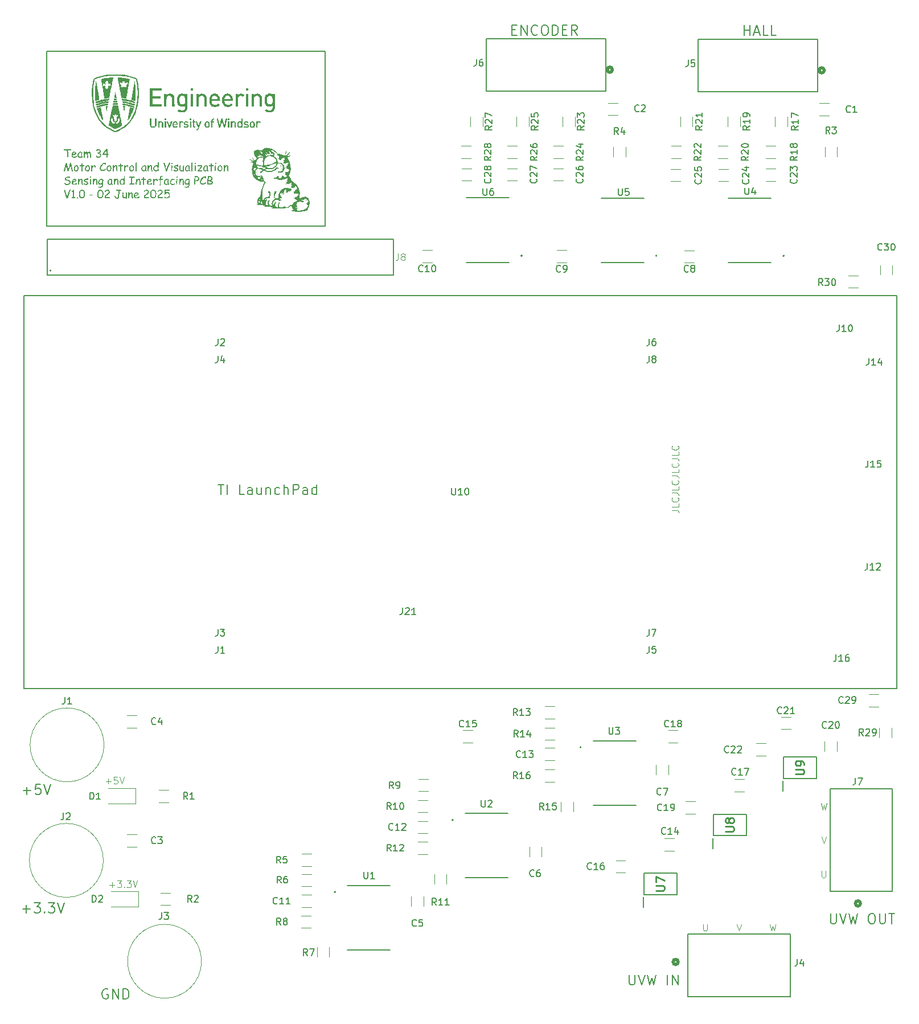
<source format=gto>
%TF.GenerationSoftware,KiCad,Pcbnew,9.0.2*%
%TF.CreationDate,2025-06-02T11:57:38-04:00*%
%TF.ProjectId,Capstone_Interfacing_PCB,43617073-746f-46e6-955f-496e74657266,v0*%
%TF.SameCoordinates,Original*%
%TF.FileFunction,Legend,Top*%
%TF.FilePolarity,Positive*%
%FSLAX46Y46*%
G04 Gerber Fmt 4.6, Leading zero omitted, Abs format (unit mm)*
G04 Created by KiCad (PCBNEW 9.0.2) date 2025-06-02 11:57:38*
%MOMM*%
%LPD*%
G01*
G04 APERTURE LIST*
%ADD10C,0.152400*%
%ADD11C,0.187500*%
%ADD12C,0.125000*%
%ADD13C,0.150000*%
%ADD14C,0.254000*%
%ADD15C,0.000000*%
%ADD16C,0.200000*%
%ADD17C,0.120000*%
%ADD18C,0.508000*%
%ADD19C,0.127000*%
G04 APERTURE END LIST*
D10*
X32450000Y-17700000D02*
X73850000Y-17700000D01*
X73850000Y-43700000D01*
X32450000Y-43700000D01*
X32450000Y-17700000D01*
D11*
X57916212Y-82056678D02*
X58773355Y-82056678D01*
X58344783Y-83556678D02*
X58344783Y-82056678D01*
X59273354Y-83556678D02*
X59273354Y-82056678D01*
X61844783Y-83556678D02*
X61130497Y-83556678D01*
X61130497Y-83556678D02*
X61130497Y-82056678D01*
X62987641Y-83556678D02*
X62987641Y-82770964D01*
X62987641Y-82770964D02*
X62916212Y-82628107D01*
X62916212Y-82628107D02*
X62773355Y-82556678D01*
X62773355Y-82556678D02*
X62487641Y-82556678D01*
X62487641Y-82556678D02*
X62344783Y-82628107D01*
X62987641Y-83485250D02*
X62844783Y-83556678D01*
X62844783Y-83556678D02*
X62487641Y-83556678D01*
X62487641Y-83556678D02*
X62344783Y-83485250D01*
X62344783Y-83485250D02*
X62273355Y-83342392D01*
X62273355Y-83342392D02*
X62273355Y-83199535D01*
X62273355Y-83199535D02*
X62344783Y-83056678D01*
X62344783Y-83056678D02*
X62487641Y-82985250D01*
X62487641Y-82985250D02*
X62844783Y-82985250D01*
X62844783Y-82985250D02*
X62987641Y-82913821D01*
X64344784Y-82556678D02*
X64344784Y-83556678D01*
X63701926Y-82556678D02*
X63701926Y-83342392D01*
X63701926Y-83342392D02*
X63773355Y-83485250D01*
X63773355Y-83485250D02*
X63916212Y-83556678D01*
X63916212Y-83556678D02*
X64130498Y-83556678D01*
X64130498Y-83556678D02*
X64273355Y-83485250D01*
X64273355Y-83485250D02*
X64344784Y-83413821D01*
X65059069Y-82556678D02*
X65059069Y-83556678D01*
X65059069Y-82699535D02*
X65130498Y-82628107D01*
X65130498Y-82628107D02*
X65273355Y-82556678D01*
X65273355Y-82556678D02*
X65487641Y-82556678D01*
X65487641Y-82556678D02*
X65630498Y-82628107D01*
X65630498Y-82628107D02*
X65701927Y-82770964D01*
X65701927Y-82770964D02*
X65701927Y-83556678D01*
X67059070Y-83485250D02*
X66916212Y-83556678D01*
X66916212Y-83556678D02*
X66630498Y-83556678D01*
X66630498Y-83556678D02*
X66487641Y-83485250D01*
X66487641Y-83485250D02*
X66416212Y-83413821D01*
X66416212Y-83413821D02*
X66344784Y-83270964D01*
X66344784Y-83270964D02*
X66344784Y-82842392D01*
X66344784Y-82842392D02*
X66416212Y-82699535D01*
X66416212Y-82699535D02*
X66487641Y-82628107D01*
X66487641Y-82628107D02*
X66630498Y-82556678D01*
X66630498Y-82556678D02*
X66916212Y-82556678D01*
X66916212Y-82556678D02*
X67059070Y-82628107D01*
X67701926Y-83556678D02*
X67701926Y-82056678D01*
X68344784Y-83556678D02*
X68344784Y-82770964D01*
X68344784Y-82770964D02*
X68273355Y-82628107D01*
X68273355Y-82628107D02*
X68130498Y-82556678D01*
X68130498Y-82556678D02*
X67916212Y-82556678D01*
X67916212Y-82556678D02*
X67773355Y-82628107D01*
X67773355Y-82628107D02*
X67701926Y-82699535D01*
X69059069Y-83556678D02*
X69059069Y-82056678D01*
X69059069Y-82056678D02*
X69630498Y-82056678D01*
X69630498Y-82056678D02*
X69773355Y-82128107D01*
X69773355Y-82128107D02*
X69844784Y-82199535D01*
X69844784Y-82199535D02*
X69916212Y-82342392D01*
X69916212Y-82342392D02*
X69916212Y-82556678D01*
X69916212Y-82556678D02*
X69844784Y-82699535D01*
X69844784Y-82699535D02*
X69773355Y-82770964D01*
X69773355Y-82770964D02*
X69630498Y-82842392D01*
X69630498Y-82842392D02*
X69059069Y-82842392D01*
X71201927Y-83556678D02*
X71201927Y-82770964D01*
X71201927Y-82770964D02*
X71130498Y-82628107D01*
X71130498Y-82628107D02*
X70987641Y-82556678D01*
X70987641Y-82556678D02*
X70701927Y-82556678D01*
X70701927Y-82556678D02*
X70559069Y-82628107D01*
X71201927Y-83485250D02*
X71059069Y-83556678D01*
X71059069Y-83556678D02*
X70701927Y-83556678D01*
X70701927Y-83556678D02*
X70559069Y-83485250D01*
X70559069Y-83485250D02*
X70487641Y-83342392D01*
X70487641Y-83342392D02*
X70487641Y-83199535D01*
X70487641Y-83199535D02*
X70559069Y-83056678D01*
X70559069Y-83056678D02*
X70701927Y-82985250D01*
X70701927Y-82985250D02*
X71059069Y-82985250D01*
X71059069Y-82985250D02*
X71201927Y-82913821D01*
X72559070Y-83556678D02*
X72559070Y-82056678D01*
X72559070Y-83485250D02*
X72416212Y-83556678D01*
X72416212Y-83556678D02*
X72130498Y-83556678D01*
X72130498Y-83556678D02*
X71987641Y-83485250D01*
X71987641Y-83485250D02*
X71916212Y-83413821D01*
X71916212Y-83413821D02*
X71844784Y-83270964D01*
X71844784Y-83270964D02*
X71844784Y-82842392D01*
X71844784Y-82842392D02*
X71916212Y-82699535D01*
X71916212Y-82699535D02*
X71987641Y-82628107D01*
X71987641Y-82628107D02*
X72130498Y-82556678D01*
X72130498Y-82556678D02*
X72416212Y-82556678D01*
X72416212Y-82556678D02*
X72559070Y-82628107D01*
D12*
X41207831Y-126190166D02*
X41969736Y-126190166D01*
X41588783Y-126571119D02*
X41588783Y-125809214D01*
X42922116Y-125571119D02*
X42445926Y-125571119D01*
X42445926Y-125571119D02*
X42398307Y-126047309D01*
X42398307Y-126047309D02*
X42445926Y-125999690D01*
X42445926Y-125999690D02*
X42541164Y-125952071D01*
X42541164Y-125952071D02*
X42779259Y-125952071D01*
X42779259Y-125952071D02*
X42874497Y-125999690D01*
X42874497Y-125999690D02*
X42922116Y-126047309D01*
X42922116Y-126047309D02*
X42969735Y-126142547D01*
X42969735Y-126142547D02*
X42969735Y-126380642D01*
X42969735Y-126380642D02*
X42922116Y-126475880D01*
X42922116Y-126475880D02*
X42874497Y-126523500D01*
X42874497Y-126523500D02*
X42779259Y-126571119D01*
X42779259Y-126571119D02*
X42541164Y-126571119D01*
X42541164Y-126571119D02*
X42445926Y-126523500D01*
X42445926Y-126523500D02*
X42398307Y-126475880D01*
X43255450Y-125571119D02*
X43588783Y-126571119D01*
X43588783Y-126571119D02*
X43922116Y-125571119D01*
D11*
X41516212Y-157128107D02*
X41373355Y-157056678D01*
X41373355Y-157056678D02*
X41159069Y-157056678D01*
X41159069Y-157056678D02*
X40944783Y-157128107D01*
X40944783Y-157128107D02*
X40801926Y-157270964D01*
X40801926Y-157270964D02*
X40730497Y-157413821D01*
X40730497Y-157413821D02*
X40659069Y-157699535D01*
X40659069Y-157699535D02*
X40659069Y-157913821D01*
X40659069Y-157913821D02*
X40730497Y-158199535D01*
X40730497Y-158199535D02*
X40801926Y-158342392D01*
X40801926Y-158342392D02*
X40944783Y-158485250D01*
X40944783Y-158485250D02*
X41159069Y-158556678D01*
X41159069Y-158556678D02*
X41301926Y-158556678D01*
X41301926Y-158556678D02*
X41516212Y-158485250D01*
X41516212Y-158485250D02*
X41587640Y-158413821D01*
X41587640Y-158413821D02*
X41587640Y-157913821D01*
X41587640Y-157913821D02*
X41301926Y-157913821D01*
X42230497Y-158556678D02*
X42230497Y-157056678D01*
X42230497Y-157056678D02*
X43087640Y-158556678D01*
X43087640Y-158556678D02*
X43087640Y-157056678D01*
X43801926Y-158556678D02*
X43801926Y-157056678D01*
X43801926Y-157056678D02*
X44159069Y-157056678D01*
X44159069Y-157056678D02*
X44373355Y-157128107D01*
X44373355Y-157128107D02*
X44516212Y-157270964D01*
X44516212Y-157270964D02*
X44587641Y-157413821D01*
X44587641Y-157413821D02*
X44659069Y-157699535D01*
X44659069Y-157699535D02*
X44659069Y-157913821D01*
X44659069Y-157913821D02*
X44587641Y-158199535D01*
X44587641Y-158199535D02*
X44516212Y-158342392D01*
X44516212Y-158342392D02*
X44373355Y-158485250D01*
X44373355Y-158485250D02*
X44159069Y-158556678D01*
X44159069Y-158556678D02*
X43801926Y-158556678D01*
X148980497Y-145856678D02*
X148980497Y-147070964D01*
X148980497Y-147070964D02*
X149051926Y-147213821D01*
X149051926Y-147213821D02*
X149123355Y-147285250D01*
X149123355Y-147285250D02*
X149266212Y-147356678D01*
X149266212Y-147356678D02*
X149551926Y-147356678D01*
X149551926Y-147356678D02*
X149694783Y-147285250D01*
X149694783Y-147285250D02*
X149766212Y-147213821D01*
X149766212Y-147213821D02*
X149837640Y-147070964D01*
X149837640Y-147070964D02*
X149837640Y-145856678D01*
X150337641Y-145856678D02*
X150837641Y-147356678D01*
X150837641Y-147356678D02*
X151337641Y-145856678D01*
X151694783Y-145856678D02*
X152051926Y-147356678D01*
X152051926Y-147356678D02*
X152337640Y-146285250D01*
X152337640Y-146285250D02*
X152623355Y-147356678D01*
X152623355Y-147356678D02*
X152980498Y-145856678D01*
X154980498Y-145856678D02*
X155266212Y-145856678D01*
X155266212Y-145856678D02*
X155409069Y-145928107D01*
X155409069Y-145928107D02*
X155551926Y-146070964D01*
X155551926Y-146070964D02*
X155623355Y-146356678D01*
X155623355Y-146356678D02*
X155623355Y-146856678D01*
X155623355Y-146856678D02*
X155551926Y-147142392D01*
X155551926Y-147142392D02*
X155409069Y-147285250D01*
X155409069Y-147285250D02*
X155266212Y-147356678D01*
X155266212Y-147356678D02*
X154980498Y-147356678D01*
X154980498Y-147356678D02*
X154837641Y-147285250D01*
X154837641Y-147285250D02*
X154694783Y-147142392D01*
X154694783Y-147142392D02*
X154623355Y-146856678D01*
X154623355Y-146856678D02*
X154623355Y-146356678D01*
X154623355Y-146356678D02*
X154694783Y-146070964D01*
X154694783Y-146070964D02*
X154837641Y-145928107D01*
X154837641Y-145928107D02*
X154980498Y-145856678D01*
X156266212Y-145856678D02*
X156266212Y-147070964D01*
X156266212Y-147070964D02*
X156337641Y-147213821D01*
X156337641Y-147213821D02*
X156409070Y-147285250D01*
X156409070Y-147285250D02*
X156551927Y-147356678D01*
X156551927Y-147356678D02*
X156837641Y-147356678D01*
X156837641Y-147356678D02*
X156980498Y-147285250D01*
X156980498Y-147285250D02*
X157051927Y-147213821D01*
X157051927Y-147213821D02*
X157123355Y-147070964D01*
X157123355Y-147070964D02*
X157123355Y-145856678D01*
X157623356Y-145856678D02*
X158480499Y-145856678D01*
X158051927Y-147356678D02*
X158051927Y-145856678D01*
D12*
G36*
X36016458Y-32415585D02*
G01*
X35829612Y-32405766D01*
X35642693Y-32397560D01*
X35584515Y-32397560D01*
X35606643Y-32763118D01*
X35620789Y-32985751D01*
X35624668Y-33129556D01*
X35630383Y-33216091D01*
X35636099Y-33303359D01*
X35631319Y-33356382D01*
X35618073Y-33398833D01*
X35598909Y-33429930D01*
X35575596Y-33446970D01*
X35546779Y-33452689D01*
X35515815Y-33447074D01*
X35487721Y-33429901D01*
X35468098Y-33403910D01*
X35461489Y-33371210D01*
X35465593Y-33334573D01*
X35469696Y-33297863D01*
X35464347Y-33178062D01*
X35458998Y-33057455D01*
X35454967Y-32929107D01*
X35440240Y-32729852D01*
X35418112Y-32402249D01*
X35343520Y-32403055D01*
X35173635Y-32395479D01*
X35061493Y-32376531D01*
X35023753Y-32358991D01*
X35002579Y-32332452D01*
X34995108Y-32294318D01*
X35000460Y-32262312D01*
X35016430Y-32234528D01*
X35044389Y-32213589D01*
X35079518Y-32208223D01*
X35210676Y-32222951D01*
X35343520Y-32232916D01*
X35492630Y-32230864D01*
X35641887Y-32228739D01*
X35829173Y-32237825D01*
X36016458Y-32246838D01*
X36048964Y-32252976D01*
X36075443Y-32271164D01*
X36093203Y-32298169D01*
X36099256Y-32331688D01*
X36093241Y-32364449D01*
X36075443Y-32391332D01*
X36048970Y-32409462D01*
X36016458Y-32415585D01*
G37*
G36*
X36606468Y-32595537D02*
G01*
X36679533Y-32611289D01*
X36738709Y-32635550D01*
X36785936Y-32668414D01*
X36818197Y-32707374D01*
X36837647Y-32753433D01*
X36844441Y-32808767D01*
X36839251Y-32846623D01*
X36823353Y-32883384D01*
X36795167Y-32920114D01*
X36751824Y-32957438D01*
X36698650Y-32989494D01*
X36578021Y-33049615D01*
X36264853Y-33198652D01*
X36298423Y-33240768D01*
X36336401Y-33274668D01*
X36379159Y-33301087D01*
X36425985Y-33319770D01*
X36478799Y-33331396D01*
X36538674Y-33335452D01*
X36597209Y-33330585D01*
X36671444Y-33314130D01*
X36734245Y-33291517D01*
X36773531Y-33267712D01*
X36796008Y-33243275D01*
X36817013Y-33217042D01*
X36836649Y-33203582D01*
X36855872Y-33199458D01*
X36882749Y-33204794D01*
X36907090Y-33221293D01*
X36924138Y-33245164D01*
X36929658Y-33271998D01*
X36922186Y-33311995D01*
X36898676Y-33350696D01*
X36854724Y-33389728D01*
X36782892Y-33429461D01*
X36697938Y-33461232D01*
X36616810Y-33479560D01*
X36538600Y-33485515D01*
X36446123Y-33479111D01*
X36366615Y-33460947D01*
X36298004Y-33432066D01*
X36238621Y-33392752D01*
X36184361Y-33337106D01*
X36145633Y-33272059D01*
X36121630Y-33195739D01*
X36113178Y-33105376D01*
X36117003Y-33047197D01*
X36250931Y-33047197D01*
X36502623Y-32927030D01*
X36638821Y-32853800D01*
X36714089Y-32801073D01*
X36663327Y-32765733D01*
X36598787Y-32743321D01*
X36516545Y-32735201D01*
X36453418Y-32743902D01*
X36398703Y-32769408D01*
X36350143Y-32813017D01*
X36312439Y-32868361D01*
X36278952Y-32944656D01*
X36250931Y-33047197D01*
X36117003Y-33047197D01*
X36120174Y-32998958D01*
X36140225Y-32905006D01*
X36172411Y-32821674D01*
X36216493Y-32747438D01*
X36265719Y-32689438D01*
X36319513Y-32645844D01*
X36378456Y-32615035D01*
X36443632Y-32596286D01*
X36516545Y-32589828D01*
X36606468Y-32595537D01*
G37*
G36*
X37538915Y-32598347D02*
G01*
X37626189Y-32626684D01*
X37681311Y-32654813D01*
X37714573Y-32682342D01*
X37732114Y-32709448D01*
X37737637Y-32737326D01*
X37733626Y-32758050D01*
X37721297Y-32776674D01*
X37708548Y-32879182D01*
X37703272Y-33061925D01*
X37706798Y-33158237D01*
X37717194Y-33222539D01*
X37730828Y-33267057D01*
X37768852Y-33366813D01*
X37787683Y-33410264D01*
X37792592Y-33424186D01*
X37786791Y-33454239D01*
X37769658Y-33478261D01*
X37744765Y-33494296D01*
X37716388Y-33499584D01*
X37698878Y-33493407D01*
X37659822Y-33464339D01*
X37625994Y-33431512D01*
X37604867Y-33405794D01*
X37527843Y-33443863D01*
X37466308Y-33468882D01*
X37408407Y-33485502D01*
X37366364Y-33490205D01*
X37270628Y-33482362D01*
X37194606Y-33460773D01*
X37134310Y-33427244D01*
X37086828Y-33381981D01*
X37053296Y-33329820D01*
X37027401Y-33262868D01*
X37010304Y-33177731D01*
X37004407Y-33076799D01*
X37165523Y-33076799D01*
X37171803Y-33165361D01*
X37188440Y-33230594D01*
X37213077Y-33277860D01*
X37249328Y-33314545D01*
X37295778Y-33336861D01*
X37355739Y-33344831D01*
X37430520Y-33337243D01*
X37489316Y-33316255D01*
X37520917Y-33295823D01*
X37572114Y-33254120D01*
X37551364Y-33051035D01*
X37545882Y-32929667D01*
X37550352Y-32853317D01*
X37563907Y-32765463D01*
X37511810Y-32742602D01*
X37477006Y-32735201D01*
X37415987Y-32741590D01*
X37359897Y-32760465D01*
X37307422Y-32792272D01*
X37257700Y-32838589D01*
X37216911Y-32892993D01*
X37188409Y-32950246D01*
X37171320Y-33011155D01*
X37165523Y-33076799D01*
X37004407Y-33076799D01*
X37004030Y-33070351D01*
X37012752Y-32973680D01*
X37038235Y-32886030D01*
X37080410Y-32805542D01*
X37140464Y-32730878D01*
X37213296Y-32668273D01*
X37290950Y-32624765D01*
X37374698Y-32598700D01*
X37466381Y-32589828D01*
X37538915Y-32598347D01*
G37*
G36*
X38976535Y-33518341D02*
G01*
X38945918Y-33513711D01*
X38923712Y-33500901D01*
X38907742Y-33479575D01*
X38897840Y-33446974D01*
X38868311Y-33192717D01*
X38840467Y-32938460D01*
X38829398Y-32882551D01*
X38812550Y-32827745D01*
X38789826Y-32781025D01*
X38770017Y-32759814D01*
X38751953Y-32753959D01*
X38716712Y-32763215D01*
X38638820Y-32805250D01*
X38567986Y-32852037D01*
X38535505Y-32881014D01*
X38539609Y-33034154D01*
X38564155Y-33251628D01*
X38576274Y-33374866D01*
X38579762Y-33464193D01*
X38573972Y-33497257D01*
X38557194Y-33523251D01*
X38531834Y-33540541D01*
X38499455Y-33546478D01*
X38467069Y-33540527D01*
X38441643Y-33523177D01*
X38424925Y-33497109D01*
X38419148Y-33463900D01*
X38414920Y-33353227D01*
X38399071Y-33171688D01*
X38383223Y-32990148D01*
X38378995Y-32879475D01*
X38372047Y-32798237D01*
X38354375Y-32744580D01*
X38298714Y-32777549D01*
X38238018Y-32830016D01*
X38141297Y-32938387D01*
X38099459Y-32990117D01*
X38090446Y-33135491D01*
X38081434Y-33277494D01*
X38089200Y-33346517D01*
X38096967Y-33410557D01*
X38090737Y-33441497D01*
X38071981Y-33467197D01*
X38044797Y-33484467D01*
X38013363Y-33490205D01*
X37984477Y-33484080D01*
X37960807Y-33465510D01*
X37941080Y-33430686D01*
X37926594Y-33372071D01*
X37920746Y-33279472D01*
X37929759Y-33132706D01*
X37938771Y-32985941D01*
X37930931Y-32855588D01*
X37923164Y-32724357D01*
X37928402Y-32642849D01*
X37941396Y-32591119D01*
X37959148Y-32560261D01*
X37980545Y-32543721D01*
X38006769Y-32538244D01*
X38036719Y-32544747D01*
X38065387Y-32565501D01*
X38085651Y-32594725D01*
X38092058Y-32625512D01*
X38087955Y-32673945D01*
X38083852Y-32723917D01*
X38085464Y-32809939D01*
X38117734Y-32754253D01*
X38159257Y-32701494D01*
X38210907Y-32651377D01*
X38269177Y-32608376D01*
X38315092Y-32586725D01*
X38351884Y-32580449D01*
X38411797Y-32588683D01*
X38459657Y-32612076D01*
X38498424Y-32651136D01*
X38528984Y-32709482D01*
X38578888Y-32656663D01*
X38636329Y-32619723D01*
X38701846Y-32597582D01*
X38778991Y-32589828D01*
X38830477Y-32595791D01*
X38873454Y-32612822D01*
X38909867Y-32640872D01*
X38940714Y-32681521D01*
X38965910Y-32737766D01*
X38975765Y-32787362D01*
X38999542Y-32968648D01*
X39022795Y-33133601D01*
X39058527Y-33439427D01*
X39054271Y-33469775D01*
X39036399Y-33495334D01*
X39009295Y-33512523D01*
X38976535Y-33518341D01*
G37*
G36*
X40124061Y-33485515D02*
G01*
X40042876Y-33479482D01*
X39969241Y-33461943D01*
X39901898Y-33433272D01*
X39849959Y-33399069D01*
X39808484Y-33359619D01*
X39776276Y-33314626D01*
X39752714Y-33263352D01*
X39747805Y-33234336D01*
X39754043Y-33204018D01*
X39772791Y-33179235D01*
X39799838Y-33162724D01*
X39830603Y-33157253D01*
X39860531Y-33164575D01*
X39887170Y-33187881D01*
X39924905Y-33244960D01*
X39959191Y-33280208D01*
X40004406Y-33305850D01*
X40057401Y-33320680D01*
X40124134Y-33326073D01*
X40181687Y-33319799D01*
X40233405Y-33301398D01*
X40280718Y-33270533D01*
X40321021Y-33227406D01*
X40344207Y-33180081D01*
X40352013Y-33126698D01*
X40346059Y-33066838D01*
X40328942Y-33015074D01*
X40300899Y-32969734D01*
X40261008Y-32929741D01*
X40204369Y-32894151D01*
X40134281Y-32867949D01*
X40047857Y-32852145D01*
X40004050Y-32842757D01*
X39977161Y-32827195D01*
X39962077Y-32806367D01*
X39956852Y-32778652D01*
X39963676Y-32751009D01*
X39985373Y-32726808D01*
X40028147Y-32705086D01*
X40224152Y-32656872D01*
X40275318Y-32631824D01*
X40309368Y-32601698D01*
X40330923Y-32563731D01*
X40338897Y-32517141D01*
X40333330Y-32472004D01*
X40315070Y-32433983D01*
X40283136Y-32401150D01*
X40240817Y-32376921D01*
X40185949Y-32361149D01*
X40115122Y-32355355D01*
X40060574Y-32362072D01*
X40006898Y-32382612D01*
X39914207Y-32441157D01*
X39887894Y-32454927D01*
X39870757Y-32458523D01*
X39840531Y-32452285D01*
X39814630Y-32433244D01*
X39797005Y-32405972D01*
X39791256Y-32375651D01*
X39797071Y-32347706D01*
X39816204Y-32318281D01*
X39853588Y-32285879D01*
X39916699Y-32249769D01*
X39991396Y-32217543D01*
X40050156Y-32200819D01*
X40096217Y-32195913D01*
X40185014Y-32201456D01*
X40259782Y-32216997D01*
X40322746Y-32241329D01*
X40375753Y-32273875D01*
X40423810Y-32319785D01*
X40457906Y-32373697D01*
X40478977Y-32437197D01*
X40486395Y-32512745D01*
X40479364Y-32588777D01*
X40459856Y-32649604D01*
X40429097Y-32698405D01*
X40386694Y-32737312D01*
X40330690Y-32767148D01*
X40298670Y-32778652D01*
X40367354Y-32811099D01*
X40420947Y-32851137D01*
X40461775Y-32898819D01*
X40491055Y-32954483D01*
X40509419Y-33020273D01*
X40515924Y-33098488D01*
X40508642Y-33177027D01*
X40487385Y-33247930D01*
X40452191Y-33312795D01*
X40401985Y-33372748D01*
X40341560Y-33422303D01*
X40275940Y-33457158D01*
X40203977Y-33478270D01*
X40124061Y-33485515D01*
G37*
G36*
X41393653Y-32173640D02*
G01*
X41420935Y-32188856D01*
X41437109Y-32212729D01*
X41443046Y-32248376D01*
X41443046Y-32932159D01*
X41476678Y-32931279D01*
X41553029Y-32938478D01*
X41596949Y-32955913D01*
X41619861Y-32980214D01*
X41627473Y-33012685D01*
X41620523Y-33047376D01*
X41600734Y-33071553D01*
X41565191Y-33087497D01*
X41529186Y-33091870D01*
X41443046Y-33091600D01*
X41443046Y-33395170D01*
X41437894Y-33429994D01*
X41424261Y-33452517D01*
X41402215Y-33466285D01*
X41368454Y-33471447D01*
X41331401Y-33464433D01*
X41305581Y-33444661D01*
X41288371Y-33409704D01*
X41281552Y-33352305D01*
X41283164Y-33310393D01*
X41284776Y-33273464D01*
X41283970Y-33086911D01*
X40922515Y-33079144D01*
X40818791Y-33077191D01*
X40766737Y-33072842D01*
X40721406Y-33058871D01*
X40699164Y-33039440D01*
X40692145Y-33014297D01*
X40701467Y-32976480D01*
X40735668Y-32922780D01*
X40942152Y-32922780D01*
X41283970Y-32927469D01*
X41283970Y-32395215D01*
X41075532Y-32724122D01*
X40942152Y-32922780D01*
X40735668Y-32922780D01*
X40737208Y-32920362D01*
X40807697Y-32836244D01*
X41211064Y-32244420D01*
X41252159Y-32200887D01*
X41297937Y-32176108D01*
X41350429Y-32167776D01*
X41393653Y-32173640D01*
G37*
G36*
X36232100Y-35534341D02*
G01*
X36205088Y-35529432D01*
X36181123Y-35514523D01*
X36159120Y-35487447D01*
X36137839Y-35439896D01*
X36114863Y-35353357D01*
X36085334Y-35212307D01*
X36049388Y-35041983D01*
X35978796Y-34633232D01*
X35814811Y-35127824D01*
X35766451Y-35283675D01*
X35734823Y-35371623D01*
X35704975Y-35435423D01*
X35677740Y-35473812D01*
X35647358Y-35494665D01*
X35612358Y-35501515D01*
X35583410Y-35495710D01*
X35558415Y-35478007D01*
X35536154Y-35445242D01*
X35519703Y-35408116D01*
X35503328Y-35357461D01*
X35479588Y-35266456D01*
X35402769Y-34971180D01*
X35333628Y-34646348D01*
X35304099Y-34793699D01*
X35198367Y-35228281D01*
X35186557Y-35313660D01*
X35157407Y-35454621D01*
X35136116Y-35492706D01*
X35109575Y-35513357D01*
X35076221Y-35520273D01*
X35039881Y-35512887D01*
X35012327Y-35491257D01*
X34997103Y-35463990D01*
X34991810Y-35429928D01*
X34997221Y-35338283D01*
X35015133Y-35226195D01*
X35048377Y-35090088D01*
X35138503Y-34759554D01*
X35186057Y-34501194D01*
X35214827Y-34378832D01*
X35240334Y-34304759D01*
X35262334Y-34264157D01*
X35286942Y-34236888D01*
X35313623Y-34221651D01*
X35343520Y-34216602D01*
X35375223Y-34222982D01*
X35401244Y-34242122D01*
X35423021Y-34277272D01*
X35451803Y-34369662D01*
X35491898Y-34574980D01*
X35524948Y-34753812D01*
X35569654Y-34948098D01*
X35627086Y-35158965D01*
X35703823Y-34947015D01*
X35773809Y-34727851D01*
X35836939Y-34501194D01*
X35861559Y-34381393D01*
X35879580Y-34313259D01*
X35900101Y-34264963D01*
X35925169Y-34231816D01*
X35953913Y-34213387D01*
X35987808Y-34207224D01*
X36017228Y-34213686D01*
X36044406Y-34234164D01*
X36070567Y-34273604D01*
X36095153Y-34340434D01*
X36107591Y-34399731D01*
X36127100Y-34534020D01*
X36164063Y-34781426D01*
X36204518Y-34991104D01*
X36247634Y-35167244D01*
X36287787Y-35308295D01*
X36313726Y-35413200D01*
X36319002Y-35450078D01*
X36312338Y-35483040D01*
X36292330Y-35510161D01*
X36263717Y-35528399D01*
X36232100Y-35534341D01*
G37*
G36*
X36927429Y-34621350D02*
G01*
X36982499Y-34639053D01*
X37031099Y-34668078D01*
X37074329Y-34709328D01*
X37112620Y-34764757D01*
X37148731Y-34847922D01*
X37170744Y-34944036D01*
X37177393Y-35055723D01*
X37170114Y-35145766D01*
X37151544Y-35226531D01*
X37122260Y-35299385D01*
X37082285Y-35365448D01*
X37036357Y-35419017D01*
X36986355Y-35459262D01*
X36931752Y-35487679D01*
X36871564Y-35504951D01*
X36804434Y-35510894D01*
X36737688Y-35504504D01*
X36676775Y-35485748D01*
X36620369Y-35454480D01*
X36567543Y-35409558D01*
X36519901Y-35350113D01*
X36484500Y-35281027D01*
X36461263Y-35200546D01*
X36451113Y-35106355D01*
X36451123Y-35106135D01*
X36612606Y-35106135D01*
X36620524Y-35182973D01*
X36642484Y-35243637D01*
X36677379Y-35291735D01*
X36716152Y-35322682D01*
X36758045Y-35340693D01*
X36804434Y-35346763D01*
X36858664Y-35339811D01*
X36907013Y-35319311D01*
X36951127Y-35284334D01*
X36989466Y-35234441D01*
X37014247Y-35173307D01*
X37024912Y-35097928D01*
X37021610Y-34982506D01*
X37005245Y-34901189D01*
X36979581Y-34845515D01*
X36946439Y-34808868D01*
X36905342Y-34787124D01*
X36853600Y-34779338D01*
X36796845Y-34786147D01*
X36747768Y-34806811D01*
X36704408Y-34841968D01*
X36665875Y-34894303D01*
X36636643Y-34958039D01*
X36618766Y-35028195D01*
X36612606Y-35106135D01*
X36451123Y-35106135D01*
X36455297Y-35015001D01*
X36472415Y-34931163D01*
X36502072Y-34853547D01*
X36544535Y-34781096D01*
X36594913Y-34720532D01*
X36651084Y-34674739D01*
X36713750Y-34642139D01*
X36784203Y-34622144D01*
X36864225Y-34615207D01*
X36927429Y-34621350D01*
G37*
G36*
X37928147Y-34765636D02*
G01*
X37887554Y-34764024D01*
X37847034Y-34762339D01*
X37735512Y-34774648D01*
X37751120Y-35258542D01*
X37751926Y-35294519D01*
X37752732Y-35336285D01*
X37748743Y-35413657D01*
X37736159Y-35463281D01*
X37718040Y-35493416D01*
X37695351Y-35509978D01*
X37666636Y-35515584D01*
X37635969Y-35510231D01*
X37609703Y-35494261D01*
X37591557Y-35470241D01*
X37585523Y-35440919D01*
X37587941Y-35347349D01*
X37590432Y-35253853D01*
X37574092Y-34774648D01*
X37392083Y-34760800D01*
X37358930Y-34751488D01*
X37337147Y-34735443D01*
X37323932Y-34712419D01*
X37319103Y-34679907D01*
X37324782Y-34646670D01*
X37341231Y-34620336D01*
X37366219Y-34602623D01*
X37397798Y-34596595D01*
X37569989Y-34610517D01*
X37566252Y-34499362D01*
X37562588Y-34398759D01*
X37568598Y-34367330D01*
X37586329Y-34342192D01*
X37612606Y-34325450D01*
X37644581Y-34319771D01*
X37675392Y-34326190D01*
X37699512Y-34345299D01*
X37718428Y-34380638D01*
X37730603Y-34439792D01*
X37733094Y-34512478D01*
X37731482Y-34559886D01*
X37730603Y-34610517D01*
X37847034Y-34597401D01*
X37924980Y-34600065D01*
X37958482Y-34605608D01*
X37986026Y-34621235D01*
X38002470Y-34645865D01*
X38008527Y-34682764D01*
X38002735Y-34716056D01*
X37985959Y-34742262D01*
X37960577Y-34759663D01*
X37928147Y-34765636D01*
G37*
G36*
X38601567Y-34621350D02*
G01*
X38656638Y-34639053D01*
X38705238Y-34668078D01*
X38748468Y-34709328D01*
X38786758Y-34764757D01*
X38822869Y-34847922D01*
X38844882Y-34944036D01*
X38851531Y-35055723D01*
X38844252Y-35145766D01*
X38825682Y-35226531D01*
X38796399Y-35299385D01*
X38756423Y-35365448D01*
X38710495Y-35419017D01*
X38660494Y-35459262D01*
X38605890Y-35487679D01*
X38545702Y-35504951D01*
X38478572Y-35510894D01*
X38411826Y-35504504D01*
X38350913Y-35485748D01*
X38294507Y-35454480D01*
X38241681Y-35409558D01*
X38194039Y-35350113D01*
X38158639Y-35281027D01*
X38135401Y-35200546D01*
X38125251Y-35106355D01*
X38125261Y-35106135D01*
X38286744Y-35106135D01*
X38294662Y-35182973D01*
X38316622Y-35243637D01*
X38351517Y-35291735D01*
X38390290Y-35322682D01*
X38432183Y-35340693D01*
X38478572Y-35346763D01*
X38532802Y-35339811D01*
X38581151Y-35319311D01*
X38625265Y-35284334D01*
X38663605Y-35234441D01*
X38688385Y-35173307D01*
X38699050Y-35097928D01*
X38695748Y-34982506D01*
X38679383Y-34901189D01*
X38653719Y-34845515D01*
X38620577Y-34808868D01*
X38579480Y-34787124D01*
X38527739Y-34779338D01*
X38470983Y-34786147D01*
X38421906Y-34806811D01*
X38378547Y-34841968D01*
X38340013Y-34894303D01*
X38310781Y-34958039D01*
X38292904Y-35028195D01*
X38286744Y-35106135D01*
X38125261Y-35106135D01*
X38129435Y-35015001D01*
X38146553Y-34931163D01*
X38176211Y-34853547D01*
X38218674Y-34781096D01*
X38269051Y-34720532D01*
X38325222Y-34674739D01*
X38387888Y-34642139D01*
X38458341Y-34622144D01*
X38538363Y-34615207D01*
X38601567Y-34621350D01*
G37*
G36*
X39691678Y-34859645D02*
G01*
X39683056Y-34908726D01*
X39666322Y-34938975D01*
X39642595Y-34956167D01*
X39609685Y-34962227D01*
X39578491Y-34957043D01*
X39557614Y-34942930D01*
X39544318Y-34919143D01*
X39539197Y-34881480D01*
X39536779Y-34824401D01*
X39534288Y-34755891D01*
X39449632Y-34771965D01*
X39381461Y-34796592D01*
X39326926Y-34828724D01*
X39282844Y-34868186D01*
X39242362Y-34920836D01*
X39205586Y-34989118D01*
X39207198Y-35437621D01*
X39201602Y-35475323D01*
X39186782Y-35499731D01*
X39162789Y-35514668D01*
X39126011Y-35520273D01*
X39094131Y-35514959D01*
X39072774Y-35500479D01*
X39059159Y-35476047D01*
X39053911Y-35437328D01*
X39053911Y-34860744D01*
X39055963Y-34779484D01*
X39058014Y-34698152D01*
X39063262Y-34659433D01*
X39076878Y-34635001D01*
X39098234Y-34620521D01*
X39130115Y-34615207D01*
X39162721Y-34622478D01*
X39186829Y-34644043D01*
X39203980Y-34684616D01*
X39211301Y-34754205D01*
X39278243Y-34697168D01*
X39346003Y-34654498D01*
X39415118Y-34624760D01*
X39486323Y-34607071D01*
X39560519Y-34601138D01*
X39602076Y-34607018D01*
X39634357Y-34623588D01*
X39659658Y-34651184D01*
X39676563Y-34686261D01*
X39688102Y-34735216D01*
X39692484Y-34802199D01*
X39691678Y-34859645D01*
G37*
G36*
X41153325Y-34544865D02*
G01*
X41122259Y-34538415D01*
X41096480Y-34518894D01*
X41074630Y-34482656D01*
X41049886Y-34436127D01*
X41031985Y-34417956D01*
X41008483Y-34411916D01*
X40946769Y-34408870D01*
X40893411Y-34417598D01*
X40833444Y-34446325D01*
X40764061Y-34501161D01*
X40682766Y-34590734D01*
X40606664Y-34695436D01*
X40551384Y-34792966D01*
X40514185Y-34884382D01*
X40492904Y-34970816D01*
X40486029Y-35053452D01*
X40493753Y-35121295D01*
X40516306Y-35181284D01*
X40554099Y-35235315D01*
X40604702Y-35279628D01*
X40660025Y-35305284D01*
X40722114Y-35313937D01*
X40777488Y-35309315D01*
X40833823Y-35295180D01*
X40891814Y-35270779D01*
X40944891Y-35239210D01*
X41037773Y-35174645D01*
X41082884Y-35147066D01*
X41108262Y-35140427D01*
X41140580Y-35147072D01*
X41167247Y-35167098D01*
X41185237Y-35195562D01*
X41191060Y-35226449D01*
X41183528Y-35260520D01*
X41159919Y-35291149D01*
X41067409Y-35364139D01*
X40978230Y-35417801D01*
X40891602Y-35454443D01*
X40806601Y-35475757D01*
X40722187Y-35482757D01*
X40640246Y-35474528D01*
X40566219Y-35450430D01*
X40498290Y-35410246D01*
X40435251Y-35352332D01*
X40385530Y-35285933D01*
X40350514Y-35214823D01*
X40329349Y-35137913D01*
X40322117Y-35053745D01*
X40330497Y-34947730D01*
X40356190Y-34838938D01*
X40400615Y-34726101D01*
X40465919Y-34608040D01*
X40554905Y-34483682D01*
X40641726Y-34387143D01*
X40723178Y-34318807D01*
X40800247Y-34273762D01*
X40874241Y-34248285D01*
X40946769Y-34240050D01*
X41018869Y-34243787D01*
X41075509Y-34255657D01*
X41097285Y-34230722D01*
X41121764Y-34216640D01*
X41150101Y-34211913D01*
X41181956Y-34219614D01*
X41205328Y-34242790D01*
X41221395Y-34287457D01*
X41230917Y-34358532D01*
X41234511Y-34452688D01*
X41229912Y-34484976D01*
X41216486Y-34512478D01*
X41189823Y-34536669D01*
X41153325Y-34544865D01*
G37*
G36*
X41804470Y-34621350D02*
G01*
X41859541Y-34639053D01*
X41908141Y-34668078D01*
X41951371Y-34709328D01*
X41989661Y-34764757D01*
X42025772Y-34847922D01*
X42047785Y-34944036D01*
X42054434Y-35055723D01*
X42047155Y-35145766D01*
X42028585Y-35226531D01*
X41999302Y-35299385D01*
X41959326Y-35365448D01*
X41913398Y-35419017D01*
X41863397Y-35459262D01*
X41808793Y-35487679D01*
X41748605Y-35504951D01*
X41681475Y-35510894D01*
X41614729Y-35504504D01*
X41553816Y-35485748D01*
X41497410Y-35454480D01*
X41444584Y-35409558D01*
X41396942Y-35350113D01*
X41361542Y-35281027D01*
X41338304Y-35200546D01*
X41328154Y-35106355D01*
X41328164Y-35106135D01*
X41489647Y-35106135D01*
X41497565Y-35182973D01*
X41519525Y-35243637D01*
X41554420Y-35291735D01*
X41593193Y-35322682D01*
X41635086Y-35340693D01*
X41681475Y-35346763D01*
X41735705Y-35339811D01*
X41784054Y-35319311D01*
X41828168Y-35284334D01*
X41866508Y-35234441D01*
X41891288Y-35173307D01*
X41901953Y-35097928D01*
X41898651Y-34982506D01*
X41882286Y-34901189D01*
X41856622Y-34845515D01*
X41823480Y-34808868D01*
X41782383Y-34787124D01*
X41730642Y-34779338D01*
X41673886Y-34786147D01*
X41624809Y-34806811D01*
X41581450Y-34841968D01*
X41542916Y-34894303D01*
X41513684Y-34958039D01*
X41495807Y-35028195D01*
X41489647Y-35106135D01*
X41328164Y-35106135D01*
X41332338Y-35015001D01*
X41349456Y-34931163D01*
X41379114Y-34853547D01*
X41421577Y-34781096D01*
X41471954Y-34720532D01*
X41528125Y-34674739D01*
X41590791Y-34642139D01*
X41661244Y-34622144D01*
X41741266Y-34615207D01*
X41804470Y-34621350D01*
G37*
G36*
X42885568Y-35520273D02*
G01*
X42853726Y-35515300D01*
X42831053Y-35501580D01*
X42815162Y-35478634D01*
X42806067Y-35443190D01*
X42783133Y-35263672D01*
X42774396Y-35169060D01*
X42771629Y-35084080D01*
X42774487Y-35006191D01*
X42777344Y-34928302D01*
X42770733Y-34833691D01*
X42755368Y-34782608D01*
X42735672Y-34758488D01*
X42711765Y-34751201D01*
X42669404Y-34757127D01*
X42626818Y-34775553D01*
X42582749Y-34808698D01*
X42536350Y-34860231D01*
X42491384Y-34929256D01*
X42451856Y-35012213D01*
X42418307Y-35111191D01*
X42410907Y-35191571D01*
X42405997Y-35271072D01*
X42410907Y-35344931D01*
X42415816Y-35418717D01*
X42409974Y-35452617D01*
X42393248Y-35478508D01*
X42367906Y-35495627D01*
X42335509Y-35501515D01*
X42302461Y-35495599D01*
X42277257Y-35478581D01*
X42260868Y-35452737D01*
X42255129Y-35418863D01*
X42249780Y-35345151D01*
X42244504Y-35271512D01*
X42256374Y-35037771D01*
X42268318Y-34804104D01*
X42265387Y-34726288D01*
X42262529Y-34648546D01*
X42268499Y-34616179D01*
X42285903Y-34590807D01*
X42311821Y-34574023D01*
X42343715Y-34568312D01*
X42376010Y-34574434D01*
X42399773Y-34592004D01*
X42416991Y-34623286D01*
X42426441Y-34674411D01*
X42428932Y-34769959D01*
X42490815Y-34697403D01*
X42549235Y-34646136D01*
X42604857Y-34612370D01*
X42658631Y-34593260D01*
X42711765Y-34587070D01*
X42774028Y-34594719D01*
X42823522Y-34616222D01*
X42863266Y-34651361D01*
X42894581Y-34702475D01*
X42912845Y-34755244D01*
X42926372Y-34829189D01*
X42933122Y-34930060D01*
X42933122Y-35012712D01*
X42932316Y-35088842D01*
X42936200Y-35161504D01*
X42949902Y-35264478D01*
X42963674Y-35367337D01*
X42967561Y-35439233D01*
X42961556Y-35472295D01*
X42944187Y-35497778D01*
X42918157Y-35514529D01*
X42885568Y-35520273D01*
G37*
G36*
X43684462Y-34765636D02*
G01*
X43643869Y-34764024D01*
X43603349Y-34762339D01*
X43491828Y-34774648D01*
X43507435Y-35258542D01*
X43508241Y-35294519D01*
X43509047Y-35336285D01*
X43505059Y-35413657D01*
X43492475Y-35463281D01*
X43474355Y-35493416D01*
X43451666Y-35509978D01*
X43422951Y-35515584D01*
X43392284Y-35510231D01*
X43366018Y-35494261D01*
X43347873Y-35470241D01*
X43341838Y-35440919D01*
X43344256Y-35347349D01*
X43346748Y-35253853D01*
X43330408Y-34774648D01*
X43148398Y-34760800D01*
X43115245Y-34751488D01*
X43093462Y-34735443D01*
X43080247Y-34712419D01*
X43075418Y-34679907D01*
X43081097Y-34646670D01*
X43097547Y-34620336D01*
X43122534Y-34602623D01*
X43154113Y-34596595D01*
X43326304Y-34610517D01*
X43322568Y-34499362D01*
X43318904Y-34398759D01*
X43324914Y-34367330D01*
X43342644Y-34342192D01*
X43368922Y-34325450D01*
X43400896Y-34319771D01*
X43431708Y-34326190D01*
X43455827Y-34345299D01*
X43474743Y-34380638D01*
X43486919Y-34439792D01*
X43489410Y-34512478D01*
X43487798Y-34559886D01*
X43486919Y-34610517D01*
X43603349Y-34597401D01*
X43681296Y-34600065D01*
X43714797Y-34605608D01*
X43742342Y-34621235D01*
X43758785Y-34645865D01*
X43764842Y-34682764D01*
X43759051Y-34716056D01*
X43742274Y-34742262D01*
X43716892Y-34759663D01*
X43684462Y-34765636D01*
G37*
G36*
X44565202Y-34859645D02*
G01*
X44556580Y-34908726D01*
X44539846Y-34938975D01*
X44516119Y-34956167D01*
X44483210Y-34962227D01*
X44452015Y-34957043D01*
X44431138Y-34942930D01*
X44417842Y-34919143D01*
X44412721Y-34881480D01*
X44410303Y-34824401D01*
X44407812Y-34755891D01*
X44323156Y-34771965D01*
X44254985Y-34796592D01*
X44200450Y-34828724D01*
X44156369Y-34868186D01*
X44115886Y-34920836D01*
X44079110Y-34989118D01*
X44080722Y-35437621D01*
X44075126Y-35475323D01*
X44060306Y-35499731D01*
X44036313Y-35514668D01*
X43999535Y-35520273D01*
X43967655Y-35514959D01*
X43946298Y-35500479D01*
X43932683Y-35476047D01*
X43927435Y-35437328D01*
X43927435Y-34860744D01*
X43929487Y-34779484D01*
X43931538Y-34698152D01*
X43936786Y-34659433D01*
X43950402Y-34635001D01*
X43971758Y-34620521D01*
X44003639Y-34615207D01*
X44036245Y-34622478D01*
X44060353Y-34644043D01*
X44077504Y-34684616D01*
X44084825Y-34754205D01*
X44151767Y-34697168D01*
X44219527Y-34654498D01*
X44288642Y-34624760D01*
X44359847Y-34607071D01*
X44434043Y-34601138D01*
X44475600Y-34607018D01*
X44507881Y-34623588D01*
X44533182Y-34651184D01*
X44550087Y-34686261D01*
X44561626Y-34735216D01*
X44566008Y-34802199D01*
X44565202Y-34859645D01*
G37*
G36*
X45164470Y-34621350D02*
G01*
X45219541Y-34639053D01*
X45268141Y-34668078D01*
X45311371Y-34709328D01*
X45349661Y-34764757D01*
X45385772Y-34847922D01*
X45407785Y-34944036D01*
X45414434Y-35055723D01*
X45407155Y-35145766D01*
X45388585Y-35226531D01*
X45359302Y-35299385D01*
X45319326Y-35365448D01*
X45273398Y-35419017D01*
X45223397Y-35459262D01*
X45168793Y-35487679D01*
X45108605Y-35504951D01*
X45041475Y-35510894D01*
X44974729Y-35504504D01*
X44913816Y-35485748D01*
X44857410Y-35454480D01*
X44804584Y-35409558D01*
X44756942Y-35350113D01*
X44721542Y-35281027D01*
X44698304Y-35200546D01*
X44688154Y-35106355D01*
X44688164Y-35106135D01*
X44849647Y-35106135D01*
X44857565Y-35182973D01*
X44879525Y-35243637D01*
X44914420Y-35291735D01*
X44953193Y-35322682D01*
X44995086Y-35340693D01*
X45041475Y-35346763D01*
X45095705Y-35339811D01*
X45144054Y-35319311D01*
X45188168Y-35284334D01*
X45226508Y-35234441D01*
X45251288Y-35173307D01*
X45261953Y-35097928D01*
X45258651Y-34982506D01*
X45242286Y-34901189D01*
X45216622Y-34845515D01*
X45183480Y-34808868D01*
X45142383Y-34787124D01*
X45090642Y-34779338D01*
X45033886Y-34786147D01*
X44984809Y-34806811D01*
X44941450Y-34841968D01*
X44902916Y-34894303D01*
X44873684Y-34958039D01*
X44855807Y-35028195D01*
X44849647Y-35106135D01*
X44688164Y-35106135D01*
X44692338Y-35015001D01*
X44709456Y-34931163D01*
X44739114Y-34853547D01*
X44781577Y-34781096D01*
X44831954Y-34720532D01*
X44888125Y-34674739D01*
X44950791Y-34642139D01*
X45021244Y-34622144D01*
X45101266Y-34615207D01*
X45164470Y-34621350D01*
G37*
G36*
X45825055Y-34821397D02*
G01*
X45812745Y-35229160D01*
X45806151Y-35419450D01*
X45797188Y-35457484D01*
X45781111Y-35481861D01*
X45758128Y-35496302D01*
X45725844Y-35501515D01*
X45689629Y-35495901D01*
X45665885Y-35480877D01*
X45651131Y-35456178D01*
X45645537Y-35417838D01*
X45654549Y-35119617D01*
X45663562Y-34821397D01*
X45667665Y-34524861D01*
X45671769Y-34228326D01*
X45677313Y-34190864D01*
X45691988Y-34166631D01*
X45715723Y-34151816D01*
X45752076Y-34146260D01*
X45788904Y-34151844D01*
X45812893Y-34166704D01*
X45827684Y-34190943D01*
X45833262Y-34228326D01*
X45829159Y-34524861D01*
X45825055Y-34821397D01*
G37*
G36*
X47040939Y-34614347D02*
G01*
X47128213Y-34642684D01*
X47183334Y-34670813D01*
X47216597Y-34698342D01*
X47234137Y-34725448D01*
X47239661Y-34753326D01*
X47235649Y-34774050D01*
X47223321Y-34792674D01*
X47210572Y-34895182D01*
X47205296Y-35077925D01*
X47208822Y-35174237D01*
X47219218Y-35238539D01*
X47232852Y-35283057D01*
X47270875Y-35382813D01*
X47289706Y-35426264D01*
X47294616Y-35440186D01*
X47288815Y-35470239D01*
X47271681Y-35494261D01*
X47246788Y-35510296D01*
X47218412Y-35515584D01*
X47200902Y-35509407D01*
X47161845Y-35480339D01*
X47128018Y-35447512D01*
X47106891Y-35421794D01*
X47029867Y-35459863D01*
X46968332Y-35484882D01*
X46910431Y-35501502D01*
X46868387Y-35506205D01*
X46772651Y-35498362D01*
X46696630Y-35476773D01*
X46636333Y-35443244D01*
X46588852Y-35397981D01*
X46555320Y-35345820D01*
X46529425Y-35278868D01*
X46512328Y-35193731D01*
X46506430Y-35092799D01*
X46667547Y-35092799D01*
X46673827Y-35181361D01*
X46690464Y-35246594D01*
X46715101Y-35293860D01*
X46751351Y-35330545D01*
X46797802Y-35352861D01*
X46857763Y-35360831D01*
X46932544Y-35353243D01*
X46991339Y-35332255D01*
X47022941Y-35311823D01*
X47074138Y-35270120D01*
X47053387Y-35067035D01*
X47047906Y-34945667D01*
X47052376Y-34869317D01*
X47065931Y-34781463D01*
X47013834Y-34758602D01*
X46979030Y-34751201D01*
X46918011Y-34757590D01*
X46861920Y-34776465D01*
X46809446Y-34808272D01*
X46759724Y-34854589D01*
X46718935Y-34908993D01*
X46690433Y-34966246D01*
X46673344Y-35027155D01*
X46667547Y-35092799D01*
X46506430Y-35092799D01*
X46506053Y-35086351D01*
X46514775Y-34989680D01*
X46540259Y-34902030D01*
X46582433Y-34821542D01*
X46642487Y-34746878D01*
X46715320Y-34684273D01*
X46792973Y-34640765D01*
X46876722Y-34614700D01*
X46968405Y-34605828D01*
X47040939Y-34614347D01*
G37*
G36*
X48066252Y-35520273D02*
G01*
X48034410Y-35515300D01*
X48011737Y-35501580D01*
X47995846Y-35478634D01*
X47986751Y-35443190D01*
X47963817Y-35263672D01*
X47955080Y-35169060D01*
X47952313Y-35084080D01*
X47955170Y-35006191D01*
X47958028Y-34928302D01*
X47951416Y-34833691D01*
X47936052Y-34782608D01*
X47916355Y-34758488D01*
X47892449Y-34751201D01*
X47850088Y-34757127D01*
X47807502Y-34775553D01*
X47763433Y-34808698D01*
X47717034Y-34860231D01*
X47672067Y-34929256D01*
X47632540Y-35012213D01*
X47598991Y-35111191D01*
X47591591Y-35191571D01*
X47586681Y-35271072D01*
X47591591Y-35344931D01*
X47596500Y-35418717D01*
X47590658Y-35452617D01*
X47573932Y-35478508D01*
X47548590Y-35495627D01*
X47516193Y-35501515D01*
X47483145Y-35495599D01*
X47457941Y-35478581D01*
X47441552Y-35452737D01*
X47435812Y-35418863D01*
X47430464Y-35345151D01*
X47425188Y-35271512D01*
X47437058Y-35037771D01*
X47449002Y-34804104D01*
X47446071Y-34726288D01*
X47443213Y-34648546D01*
X47449183Y-34616179D01*
X47466587Y-34590807D01*
X47492505Y-34574023D01*
X47524399Y-34568312D01*
X47556694Y-34574434D01*
X47580457Y-34592004D01*
X47597675Y-34623286D01*
X47607124Y-34674411D01*
X47609616Y-34769959D01*
X47671499Y-34697403D01*
X47729919Y-34646136D01*
X47785541Y-34612370D01*
X47839315Y-34593260D01*
X47892449Y-34587070D01*
X47954712Y-34594719D01*
X48004206Y-34616222D01*
X48043949Y-34651361D01*
X48075265Y-34702475D01*
X48093529Y-34755244D01*
X48107056Y-34829189D01*
X48113806Y-34930060D01*
X48113806Y-35012712D01*
X48113000Y-35088842D01*
X48116884Y-35161504D01*
X48130586Y-35264478D01*
X48144358Y-35367337D01*
X48148244Y-35439233D01*
X48142240Y-35472295D01*
X48124870Y-35497778D01*
X48098841Y-35514529D01*
X48066252Y-35520273D01*
G37*
G36*
X49063419Y-34160921D02*
G01*
X49085483Y-34175113D01*
X49099278Y-34198590D01*
X49104528Y-34235214D01*
X49098567Y-34382737D01*
X49071775Y-34739038D01*
X49064409Y-34859756D01*
X49061957Y-34980325D01*
X49069376Y-35236806D01*
X49087309Y-35393071D01*
X49088995Y-35411976D01*
X49083191Y-35442092D01*
X49066060Y-35466124D01*
X49041157Y-35482156D01*
X49012718Y-35487447D01*
X48983718Y-35480305D01*
X48959180Y-35457832D01*
X48938126Y-35413734D01*
X48877314Y-35452158D01*
X48815540Y-35479314D01*
X48750871Y-35495935D01*
X48683210Y-35501515D01*
X48600232Y-35494133D01*
X48526837Y-35472796D01*
X48461193Y-35437872D01*
X48401988Y-35388602D01*
X48352249Y-35327547D01*
X48316719Y-35258916D01*
X48294852Y-35181223D01*
X48287243Y-35092433D01*
X48287405Y-35090235D01*
X48432397Y-35090235D01*
X48440779Y-35157232D01*
X48465442Y-35216844D01*
X48507355Y-35271072D01*
X48561098Y-35313637D01*
X48619088Y-35338415D01*
X48683210Y-35346763D01*
X48748566Y-35340038D01*
X48799567Y-35321484D01*
X48831051Y-35301104D01*
X48890572Y-35253926D01*
X48914385Y-35228647D01*
X48911894Y-35087743D01*
X48912700Y-34993295D01*
X48914385Y-34897234D01*
X48877143Y-34838387D01*
X48831514Y-34798242D01*
X48776071Y-34773856D01*
X48707829Y-34765270D01*
X48639458Y-34770996D01*
X48583760Y-34786948D01*
X48538270Y-34812048D01*
X48501200Y-34846309D01*
X48473086Y-34888113D01*
X48451598Y-34940977D01*
X48437530Y-35007359D01*
X48432397Y-35090235D01*
X48287405Y-35090235D01*
X48295242Y-34983688D01*
X48317903Y-34890746D01*
X48353968Y-34810963D01*
X48403234Y-34742262D01*
X48465619Y-34684581D01*
X48535486Y-34643922D01*
X48614367Y-34619117D01*
X48704532Y-34610517D01*
X48767617Y-34614382D01*
X48815455Y-34624710D01*
X48851224Y-34640046D01*
X48928307Y-34696613D01*
X48942534Y-34377774D01*
X48955345Y-34229132D01*
X48969399Y-34186610D01*
X48993532Y-34163657D01*
X49029937Y-34155639D01*
X49063419Y-34160921D01*
G37*
G36*
X50761154Y-34340580D02*
G01*
X50714906Y-34418266D01*
X50678356Y-34499143D01*
X50616074Y-34678808D01*
X50395596Y-35275322D01*
X50353813Y-35379009D01*
X50305397Y-35480413D01*
X50284625Y-35508656D01*
X50260460Y-35524376D01*
X50231612Y-35529652D01*
X50193952Y-35522450D01*
X50165136Y-35501499D01*
X50143098Y-35464000D01*
X50081345Y-35294230D01*
X50008320Y-35060091D01*
X49922547Y-34747318D01*
X49857773Y-34522077D01*
X49818190Y-34365375D01*
X49809413Y-34299327D01*
X49816041Y-34265589D01*
X49835645Y-34238731D01*
X49861778Y-34222180D01*
X49893018Y-34216602D01*
X49929540Y-34224011D01*
X49955589Y-34245304D01*
X49973398Y-34283794D01*
X50003733Y-34426309D01*
X50082428Y-34704746D01*
X50162980Y-34998179D01*
X50235715Y-35229746D01*
X50240624Y-35216630D01*
X50460296Y-34622021D01*
X50529979Y-34421327D01*
X50581219Y-34310362D01*
X50629190Y-34239683D01*
X50659270Y-34215053D01*
X50693157Y-34207224D01*
X50723834Y-34213292D01*
X50751702Y-34232063D01*
X50771142Y-34259469D01*
X50777568Y-34291780D01*
X50773656Y-34315604D01*
X50761154Y-34340580D01*
G37*
G36*
X51052561Y-34427628D02*
G01*
X51015964Y-34420633D01*
X50984490Y-34399491D01*
X50962983Y-34368341D01*
X50955840Y-34331494D01*
X50962986Y-34294660D01*
X50984490Y-34263570D01*
X51015970Y-34242371D01*
X51052561Y-34235360D01*
X51089076Y-34242385D01*
X51120191Y-34263570D01*
X51141409Y-34294632D01*
X51148475Y-34331494D01*
X51141411Y-34368370D01*
X51120191Y-34399491D01*
X51089082Y-34420619D01*
X51052561Y-34427628D01*
G37*
G36*
X51089417Y-35092140D02*
G01*
X51092274Y-35239418D01*
X51095205Y-35386623D01*
X51089495Y-35419939D01*
X51073077Y-35445755D01*
X51047933Y-35462770D01*
X51014898Y-35468689D01*
X50982419Y-35462816D01*
X50957013Y-35445755D01*
X50940311Y-35419909D01*
X50934518Y-35386623D01*
X50931660Y-35239418D01*
X50928803Y-35092140D01*
X50936936Y-34899799D01*
X50945143Y-34707457D01*
X50950971Y-34673488D01*
X50967637Y-34647593D01*
X50993050Y-34630475D01*
X51025523Y-34624586D01*
X51057920Y-34630474D01*
X51083262Y-34647593D01*
X51099985Y-34673494D01*
X51105830Y-34707457D01*
X51097623Y-34899799D01*
X51089417Y-35092140D01*
G37*
G36*
X51919378Y-34830922D02*
G01*
X51890980Y-34827211D01*
X51870661Y-34817149D01*
X51856290Y-34801027D01*
X51846189Y-34774103D01*
X51834968Y-34713685D01*
X51645631Y-34770985D01*
X51580382Y-34803307D01*
X51540817Y-34835363D01*
X51519751Y-34867268D01*
X51512861Y-34900385D01*
X51561221Y-34913427D01*
X51686586Y-34941467D01*
X51777612Y-34972729D01*
X51841563Y-35005824D01*
X51900569Y-35054125D01*
X51941524Y-35110433D01*
X51966434Y-35176251D01*
X51975139Y-35254293D01*
X51967677Y-35317775D01*
X51946298Y-35371081D01*
X51910957Y-35416547D01*
X51859588Y-35455353D01*
X51793396Y-35485077D01*
X51713476Y-35504081D01*
X51616908Y-35510894D01*
X51511611Y-35501884D01*
X51412037Y-35475137D01*
X51350629Y-35446474D01*
X51312894Y-35415982D01*
X51292433Y-35383733D01*
X51285788Y-35348302D01*
X51292087Y-35318188D01*
X51311580Y-35291442D01*
X51339477Y-35273014D01*
X51370198Y-35267042D01*
X51395831Y-35274823D01*
X51435778Y-35306096D01*
X51462433Y-35321211D01*
X51524364Y-35337018D01*
X51616981Y-35346763D01*
X51683514Y-35342418D01*
X51738321Y-35330350D01*
X51784016Y-35309156D01*
X51807185Y-35284363D01*
X51814525Y-35255025D01*
X51808861Y-35215174D01*
X51792315Y-35181198D01*
X51763960Y-35151521D01*
X51720920Y-35125681D01*
X51658747Y-35104376D01*
X51573531Y-35085472D01*
X51473369Y-35057056D01*
X51418558Y-35029638D01*
X51382150Y-34994413D01*
X51360058Y-34949214D01*
X51352173Y-34890786D01*
X51358906Y-34824791D01*
X51378099Y-34769047D01*
X51409347Y-34721404D01*
X51453726Y-34680526D01*
X51513667Y-34646055D01*
X51570622Y-34624075D01*
X51670983Y-34593078D01*
X51771117Y-34562136D01*
X51825956Y-34540908D01*
X51860712Y-34529869D01*
X51898935Y-34526107D01*
X51931338Y-34531979D01*
X51956674Y-34549041D01*
X51973400Y-34574932D01*
X51979242Y-34608832D01*
X51989501Y-34678515D01*
X51999759Y-34748197D01*
X51993917Y-34782097D01*
X51977191Y-34807988D01*
X51951845Y-34825047D01*
X51919378Y-34830922D01*
G37*
G36*
X52852142Y-34986114D02*
G01*
X52852948Y-35162921D01*
X52853754Y-35339729D01*
X52856612Y-35394610D01*
X52859542Y-35449418D01*
X52853475Y-35481749D01*
X52835729Y-35507157D01*
X52809507Y-35523953D01*
X52777550Y-35529652D01*
X52741386Y-35521548D01*
X52715205Y-35497671D01*
X52697243Y-35452935D01*
X52627101Y-35482007D01*
X52548907Y-35499972D01*
X52461158Y-35506205D01*
X52390926Y-35500456D01*
X52332345Y-35484294D01*
X52283251Y-35458651D01*
X52238635Y-35418694D01*
X52207969Y-35368441D01*
X52190635Y-35305437D01*
X52166085Y-35093647D01*
X52158614Y-34918703D01*
X52164354Y-34803042D01*
X52183234Y-34663054D01*
X52197771Y-34622244D01*
X52222836Y-34599745D01*
X52261123Y-34591759D01*
X52293763Y-34597525D01*
X52320108Y-34614401D01*
X52337853Y-34639879D01*
X52343921Y-34672286D01*
X52331978Y-34793113D01*
X52320108Y-34919655D01*
X52322554Y-35051953D01*
X52329120Y-35154715D01*
X52341224Y-35247488D01*
X52356231Y-35311665D01*
X52409501Y-35334307D01*
X52461158Y-35342073D01*
X52571944Y-35333565D01*
X52693140Y-35306756D01*
X52692334Y-35139840D01*
X52690648Y-34980325D01*
X52694857Y-34808562D01*
X52706256Y-34672066D01*
X52715294Y-34637421D01*
X52731121Y-34614898D01*
X52753799Y-34601368D01*
X52785757Y-34596449D01*
X52818373Y-34602280D01*
X52844741Y-34619383D01*
X52862122Y-34645026D01*
X52866870Y-34676683D01*
X52852142Y-34986114D01*
G37*
G36*
X53519432Y-34614347D02*
G01*
X53606706Y-34642684D01*
X53661827Y-34670813D01*
X53695090Y-34698342D01*
X53712630Y-34725448D01*
X53718154Y-34753326D01*
X53714142Y-34774050D01*
X53701814Y-34792674D01*
X53689064Y-34895182D01*
X53683789Y-35077925D01*
X53687315Y-35174237D01*
X53697711Y-35238539D01*
X53711344Y-35283057D01*
X53749368Y-35382813D01*
X53768199Y-35426264D01*
X53773108Y-35440186D01*
X53767308Y-35470239D01*
X53750174Y-35494261D01*
X53725281Y-35510296D01*
X53696905Y-35515584D01*
X53679395Y-35509407D01*
X53640338Y-35480339D01*
X53606510Y-35447512D01*
X53585383Y-35421794D01*
X53508359Y-35459863D01*
X53446824Y-35484882D01*
X53388924Y-35501502D01*
X53346880Y-35506205D01*
X53251144Y-35498362D01*
X53175123Y-35476773D01*
X53114826Y-35443244D01*
X53067344Y-35397981D01*
X53033812Y-35345820D01*
X53007918Y-35278868D01*
X52990821Y-35193731D01*
X52984923Y-35092799D01*
X53146039Y-35092799D01*
X53152320Y-35181361D01*
X53168957Y-35246594D01*
X53193593Y-35293860D01*
X53229844Y-35330545D01*
X53276294Y-35352861D01*
X53336256Y-35360831D01*
X53411036Y-35353243D01*
X53469832Y-35332255D01*
X53501434Y-35311823D01*
X53552630Y-35270120D01*
X53531880Y-35067035D01*
X53526399Y-34945667D01*
X53530868Y-34869317D01*
X53544424Y-34781463D01*
X53492327Y-34758602D01*
X53457522Y-34751201D01*
X53396503Y-34757590D01*
X53340413Y-34776465D01*
X53287938Y-34808272D01*
X53238217Y-34854589D01*
X53197427Y-34908993D01*
X53168925Y-34966246D01*
X53151836Y-35027155D01*
X53146039Y-35092799D01*
X52984923Y-35092799D01*
X52984546Y-35086351D01*
X52993268Y-34989680D01*
X53018752Y-34902030D01*
X53060926Y-34821542D01*
X53120980Y-34746878D01*
X53193813Y-34684273D01*
X53271466Y-34640765D01*
X53355215Y-34614700D01*
X53446898Y-34605828D01*
X53519432Y-34614347D01*
G37*
G36*
X54124232Y-34821397D02*
G01*
X54111922Y-35229160D01*
X54105327Y-35419450D01*
X54096364Y-35457484D01*
X54080287Y-35481861D01*
X54057305Y-35496302D01*
X54025020Y-35501515D01*
X53988805Y-35495901D01*
X53965062Y-35480877D01*
X53950307Y-35456178D01*
X53944713Y-35417838D01*
X53953726Y-35119617D01*
X53962739Y-34821397D01*
X53966842Y-34524861D01*
X53970945Y-34228326D01*
X53976490Y-34190864D01*
X53991165Y-34166631D01*
X54014899Y-34151816D01*
X54051252Y-34146260D01*
X54088081Y-34151844D01*
X54112070Y-34166704D01*
X54126861Y-34190943D01*
X54132438Y-34228326D01*
X54128335Y-34524861D01*
X54124232Y-34821397D01*
G37*
G36*
X54532142Y-34427628D02*
G01*
X54495545Y-34420633D01*
X54464071Y-34399491D01*
X54442565Y-34368341D01*
X54435422Y-34331494D01*
X54442567Y-34294660D01*
X54464071Y-34263570D01*
X54495551Y-34242371D01*
X54532142Y-34235360D01*
X54568657Y-34242385D01*
X54599773Y-34263570D01*
X54620990Y-34294632D01*
X54628056Y-34331494D01*
X54620993Y-34368370D01*
X54599773Y-34399491D01*
X54568663Y-34420619D01*
X54532142Y-34427628D01*
G37*
G36*
X54568998Y-35092140D02*
G01*
X54571856Y-35239418D01*
X54574787Y-35386623D01*
X54569077Y-35419939D01*
X54552658Y-35445755D01*
X54527515Y-35462770D01*
X54494480Y-35468689D01*
X54462001Y-35462816D01*
X54436594Y-35445755D01*
X54419892Y-35419909D01*
X54414099Y-35386623D01*
X54411242Y-35239418D01*
X54408384Y-35092140D01*
X54416517Y-34899799D01*
X54424724Y-34707457D01*
X54430552Y-34673488D01*
X54447219Y-34647593D01*
X54472631Y-34630475D01*
X54505104Y-34624586D01*
X54537501Y-34630474D01*
X54562843Y-34647593D01*
X54579566Y-34673494D01*
X54585411Y-34707457D01*
X54577205Y-34899799D01*
X54568998Y-35092140D01*
G37*
G36*
X55521985Y-34797436D02*
G01*
X55445221Y-34896573D01*
X55335066Y-35052866D01*
X55141625Y-35328005D01*
X55291615Y-35323316D01*
X55386650Y-35335039D01*
X55481831Y-35346763D01*
X55514911Y-35352719D01*
X55540376Y-35369917D01*
X55557155Y-35395840D01*
X55562944Y-35428829D01*
X55557107Y-35462438D01*
X55540376Y-35488106D01*
X55514932Y-35505018D01*
X55481758Y-35510894D01*
X55386650Y-35501515D01*
X55291615Y-35492136D01*
X55109898Y-35499782D01*
X54941591Y-35522032D01*
X54911256Y-35524963D01*
X54874173Y-35519921D01*
X54850752Y-35506832D01*
X54836858Y-35486280D01*
X54831755Y-35455573D01*
X54835880Y-35429992D01*
X54848863Y-35404166D01*
X54872714Y-35377171D01*
X54970991Y-35279113D01*
X55080522Y-35149795D01*
X55202560Y-34983663D01*
X55338363Y-34774648D01*
X55180167Y-34779338D01*
X55058163Y-34774721D01*
X54930966Y-34760580D01*
X54897720Y-34750970D01*
X54875929Y-34734856D01*
X54862771Y-34712034D01*
X54857986Y-34680127D01*
X54863650Y-34646967D01*
X54880115Y-34620409D01*
X54905008Y-34602487D01*
X54935875Y-34596449D01*
X55057142Y-34605828D01*
X55180167Y-34615207D01*
X55347302Y-34608173D01*
X55514584Y-34601138D01*
X55555495Y-34608365D01*
X55576793Y-34626722D01*
X55584267Y-34657705D01*
X55578207Y-34699388D01*
X55558590Y-34745386D01*
X55521985Y-34797436D01*
G37*
G36*
X56212356Y-34614347D02*
G01*
X56299630Y-34642684D01*
X56354751Y-34670813D01*
X56388014Y-34698342D01*
X56405554Y-34725448D01*
X56411078Y-34753326D01*
X56407066Y-34774050D01*
X56394738Y-34792674D01*
X56381988Y-34895182D01*
X56376713Y-35077925D01*
X56380239Y-35174237D01*
X56390635Y-35238539D01*
X56404268Y-35283057D01*
X56442292Y-35382813D01*
X56461123Y-35426264D01*
X56466032Y-35440186D01*
X56460232Y-35470239D01*
X56443098Y-35494261D01*
X56418205Y-35510296D01*
X56389829Y-35515584D01*
X56372319Y-35509407D01*
X56333262Y-35480339D01*
X56299434Y-35447512D01*
X56278307Y-35421794D01*
X56201283Y-35459863D01*
X56139748Y-35484882D01*
X56081848Y-35501502D01*
X56039804Y-35506205D01*
X55944068Y-35498362D01*
X55868046Y-35476773D01*
X55807750Y-35443244D01*
X55760268Y-35397981D01*
X55726736Y-35345820D01*
X55700842Y-35278868D01*
X55683745Y-35193731D01*
X55677847Y-35092799D01*
X55838963Y-35092799D01*
X55845244Y-35181361D01*
X55861881Y-35246594D01*
X55886517Y-35293860D01*
X55922768Y-35330545D01*
X55969218Y-35352861D01*
X56029180Y-35360831D01*
X56103960Y-35353243D01*
X56162756Y-35332255D01*
X56194358Y-35311823D01*
X56245554Y-35270120D01*
X56224804Y-35067035D01*
X56219323Y-34945667D01*
X56223792Y-34869317D01*
X56237348Y-34781463D01*
X56185251Y-34758602D01*
X56150446Y-34751201D01*
X56089427Y-34757590D01*
X56033337Y-34776465D01*
X55980862Y-34808272D01*
X55931140Y-34854589D01*
X55890351Y-34908993D01*
X55861849Y-34966246D01*
X55844760Y-35027155D01*
X55838963Y-35092799D01*
X55677847Y-35092799D01*
X55677470Y-35086351D01*
X55686192Y-34989680D01*
X55711675Y-34902030D01*
X55753850Y-34821542D01*
X55813904Y-34746878D01*
X55886736Y-34684273D01*
X55964390Y-34640765D01*
X56048139Y-34614700D01*
X56139822Y-34605828D01*
X56212356Y-34614347D01*
G37*
G36*
X57157288Y-34765636D02*
G01*
X57116695Y-34764024D01*
X57076175Y-34762339D01*
X56964654Y-34774648D01*
X56980261Y-35258542D01*
X56981067Y-35294519D01*
X56981873Y-35336285D01*
X56977885Y-35413657D01*
X56965301Y-35463281D01*
X56947182Y-35493416D01*
X56924492Y-35509978D01*
X56895778Y-35515584D01*
X56865110Y-35510231D01*
X56838845Y-35494261D01*
X56820699Y-35470241D01*
X56814665Y-35440919D01*
X56817083Y-35347349D01*
X56819574Y-35253853D01*
X56803234Y-34774648D01*
X56621224Y-34760800D01*
X56588071Y-34751488D01*
X56566288Y-34735443D01*
X56553073Y-34712419D01*
X56548244Y-34679907D01*
X56553923Y-34646670D01*
X56570373Y-34620336D01*
X56595361Y-34602623D01*
X56626939Y-34596595D01*
X56799131Y-34610517D01*
X56795394Y-34499362D01*
X56791730Y-34398759D01*
X56797740Y-34367330D01*
X56815471Y-34342192D01*
X56841748Y-34325450D01*
X56873722Y-34319771D01*
X56904534Y-34326190D01*
X56928654Y-34345299D01*
X56947569Y-34380638D01*
X56959745Y-34439792D01*
X56962236Y-34512478D01*
X56960624Y-34559886D01*
X56959745Y-34610517D01*
X57076175Y-34597401D01*
X57154122Y-34600065D01*
X57187623Y-34605608D01*
X57215168Y-34621235D01*
X57231612Y-34645865D01*
X57237669Y-34682764D01*
X57231877Y-34716056D01*
X57215101Y-34742262D01*
X57189719Y-34759663D01*
X57157288Y-34765636D01*
G37*
G36*
X57556845Y-34427628D02*
G01*
X57520249Y-34420633D01*
X57488775Y-34399491D01*
X57467268Y-34368341D01*
X57460125Y-34331494D01*
X57467270Y-34294660D01*
X57488775Y-34263570D01*
X57520254Y-34242371D01*
X57556845Y-34235360D01*
X57593361Y-34242385D01*
X57624476Y-34263570D01*
X57645694Y-34294632D01*
X57652759Y-34331494D01*
X57645696Y-34368370D01*
X57624476Y-34399491D01*
X57593366Y-34420619D01*
X57556845Y-34427628D01*
G37*
G36*
X57593702Y-35092140D02*
G01*
X57596559Y-35239418D01*
X57599490Y-35386623D01*
X57593780Y-35419939D01*
X57577362Y-35445755D01*
X57552218Y-35462770D01*
X57519183Y-35468689D01*
X57486704Y-35462816D01*
X57461297Y-35445755D01*
X57444596Y-35419909D01*
X57438803Y-35386623D01*
X57435945Y-35239418D01*
X57433087Y-35092140D01*
X57441221Y-34899799D01*
X57449427Y-34707457D01*
X57455256Y-34673488D01*
X57471922Y-34647593D01*
X57497335Y-34630475D01*
X57529808Y-34624586D01*
X57562205Y-34630474D01*
X57587547Y-34647593D01*
X57604270Y-34673494D01*
X57610115Y-34707457D01*
X57601908Y-34899799D01*
X57593702Y-35092140D01*
G37*
G36*
X58300827Y-34621350D02*
G01*
X58355898Y-34639053D01*
X58404498Y-34668078D01*
X58447728Y-34709328D01*
X58486018Y-34764757D01*
X58522130Y-34847922D01*
X58544143Y-34944036D01*
X58550792Y-35055723D01*
X58543512Y-35145766D01*
X58524943Y-35226531D01*
X58495659Y-35299385D01*
X58455683Y-35365448D01*
X58409755Y-35419017D01*
X58359754Y-35459262D01*
X58305150Y-35487679D01*
X58244962Y-35504951D01*
X58177833Y-35510894D01*
X58111086Y-35504504D01*
X58050173Y-35485748D01*
X57993767Y-35454480D01*
X57940942Y-35409558D01*
X57893300Y-35350113D01*
X57857899Y-35281027D01*
X57834662Y-35200546D01*
X57824511Y-35106355D01*
X57824521Y-35106135D01*
X57986004Y-35106135D01*
X57993922Y-35182973D01*
X58015883Y-35243637D01*
X58050778Y-35291735D01*
X58089550Y-35322682D01*
X58131443Y-35340693D01*
X58177833Y-35346763D01*
X58232062Y-35339811D01*
X58280411Y-35319311D01*
X58324525Y-35284334D01*
X58362865Y-35234441D01*
X58387645Y-35173307D01*
X58398311Y-35097928D01*
X58395009Y-34982506D01*
X58378643Y-34901189D01*
X58352979Y-34845515D01*
X58319838Y-34808868D01*
X58278741Y-34787124D01*
X58226999Y-34779338D01*
X58170243Y-34786147D01*
X58121166Y-34806811D01*
X58077807Y-34841968D01*
X58039274Y-34894303D01*
X58010041Y-34958039D01*
X57992165Y-35028195D01*
X57986004Y-35106135D01*
X57824521Y-35106135D01*
X57828695Y-35015001D01*
X57845814Y-34931163D01*
X57875471Y-34853547D01*
X57917934Y-34781096D01*
X57968311Y-34720532D01*
X58024482Y-34674739D01*
X58087148Y-34642139D01*
X58157601Y-34622144D01*
X58237623Y-34615207D01*
X58300827Y-34621350D01*
G37*
G36*
X59381926Y-35520273D02*
G01*
X59350083Y-35515300D01*
X59327410Y-35501580D01*
X59311520Y-35478634D01*
X59302424Y-35443190D01*
X59279490Y-35263672D01*
X59270753Y-35169060D01*
X59267986Y-35084080D01*
X59270844Y-35006191D01*
X59273702Y-34928302D01*
X59267090Y-34833691D01*
X59251726Y-34782608D01*
X59232029Y-34758488D01*
X59208122Y-34751201D01*
X59165761Y-34757127D01*
X59123175Y-34775553D01*
X59079106Y-34808698D01*
X59032707Y-34860231D01*
X58987741Y-34929256D01*
X58948213Y-35012213D01*
X58914665Y-35111191D01*
X58907264Y-35191571D01*
X58902355Y-35271072D01*
X58907264Y-35344931D01*
X58912173Y-35418717D01*
X58906331Y-35452617D01*
X58889605Y-35478508D01*
X58864263Y-35495627D01*
X58831866Y-35501515D01*
X58798819Y-35495599D01*
X58773614Y-35478581D01*
X58757225Y-35452737D01*
X58751486Y-35418863D01*
X58746137Y-35345151D01*
X58740861Y-35271512D01*
X58752732Y-35037771D01*
X58764675Y-34804104D01*
X58761744Y-34726288D01*
X58758886Y-34648546D01*
X58764856Y-34616179D01*
X58782260Y-34590807D01*
X58808179Y-34574023D01*
X58840073Y-34568312D01*
X58872367Y-34574434D01*
X58896130Y-34592004D01*
X58913348Y-34623286D01*
X58922798Y-34674411D01*
X58925289Y-34769959D01*
X58987172Y-34697403D01*
X59045592Y-34646136D01*
X59101215Y-34612370D01*
X59154988Y-34593260D01*
X59208122Y-34587070D01*
X59270386Y-34594719D01*
X59319880Y-34616222D01*
X59359623Y-34651361D01*
X59390938Y-34702475D01*
X59409203Y-34755244D01*
X59422729Y-34829189D01*
X59429480Y-34930060D01*
X59429480Y-35012712D01*
X59428674Y-35088842D01*
X59432557Y-35161504D01*
X59446259Y-35264478D01*
X59460031Y-35367337D01*
X59463918Y-35439233D01*
X59457913Y-35472295D01*
X59440544Y-35497778D01*
X59414515Y-35514529D01*
X59381926Y-35520273D01*
G37*
G36*
X35009836Y-37272857D02*
G01*
X35015377Y-37240960D01*
X35033210Y-37215997D01*
X35059874Y-37199561D01*
X35092634Y-37193942D01*
X35117104Y-37198603D01*
X35140273Y-37213173D01*
X35163122Y-37240324D01*
X35205847Y-37296752D01*
X35237714Y-37325760D01*
X35286515Y-37349892D01*
X35352401Y-37366078D01*
X35440167Y-37372142D01*
X35523577Y-37366002D01*
X35601943Y-37347891D01*
X35676252Y-37317847D01*
X35740734Y-37276769D01*
X35782979Y-37231465D01*
X35807372Y-37181285D01*
X35815617Y-37124187D01*
X35808752Y-37077301D01*
X35788346Y-37035719D01*
X35752826Y-36997787D01*
X35698381Y-36962986D01*
X35630450Y-36935214D01*
X35549574Y-36916441D01*
X35453356Y-36907885D01*
X35368312Y-36898872D01*
X35295424Y-36879677D01*
X35232805Y-36851172D01*
X35180421Y-36812934D01*
X35144915Y-36769253D01*
X35123752Y-36719183D01*
X35116448Y-36660662D01*
X35122380Y-36606214D01*
X35140347Y-36553220D01*
X35171420Y-36500596D01*
X35217671Y-36447559D01*
X35282044Y-36393656D01*
X35364490Y-36342294D01*
X35445894Y-36307007D01*
X35527109Y-36286334D01*
X35609134Y-36279497D01*
X35690656Y-36285744D01*
X35788653Y-36306315D01*
X35857747Y-36329613D01*
X35896730Y-36352317D01*
X35915758Y-36373978D01*
X35921423Y-36395635D01*
X35916452Y-36427907D01*
X35903172Y-36449025D01*
X35881388Y-36462119D01*
X35847637Y-36467076D01*
X35808993Y-36463788D01*
X35732892Y-36450296D01*
X35655179Y-36437253D01*
X35605837Y-36434249D01*
X35522475Y-36442451D01*
X35450765Y-36463782D01*
X35388583Y-36497557D01*
X35346458Y-36532923D01*
X35318439Y-36569833D01*
X35302205Y-36608896D01*
X35296772Y-36651284D01*
X35302882Y-36679873D01*
X35321834Y-36704980D01*
X35357746Y-36727784D01*
X35418112Y-36747491D01*
X35473773Y-36756536D01*
X35592721Y-36767201D01*
X35685970Y-36780773D01*
X35764478Y-36805408D01*
X35830602Y-36840140D01*
X35886179Y-36884804D01*
X35928806Y-36935262D01*
X35958677Y-36989905D01*
X35976717Y-37049689D01*
X35982899Y-37115980D01*
X35975688Y-37190616D01*
X35954659Y-37257603D01*
X35919797Y-37318592D01*
X35869880Y-37374705D01*
X35802575Y-37426437D01*
X35722384Y-37469838D01*
X35635856Y-37501118D01*
X35541934Y-37520303D01*
X35439361Y-37526894D01*
X35340684Y-37520230D01*
X35249564Y-37500745D01*
X35164808Y-37468789D01*
X35093197Y-37426186D01*
X35046590Y-37379887D01*
X35019627Y-37329431D01*
X35009836Y-37272857D01*
G37*
G36*
X36628743Y-36627537D02*
G01*
X36701808Y-36643289D01*
X36760983Y-36667550D01*
X36808211Y-36700414D01*
X36840472Y-36739374D01*
X36859922Y-36785433D01*
X36866716Y-36840767D01*
X36861526Y-36878623D01*
X36845627Y-36915384D01*
X36817442Y-36952114D01*
X36774099Y-36989438D01*
X36720925Y-37021494D01*
X36600296Y-37081615D01*
X36287128Y-37230652D01*
X36320698Y-37272768D01*
X36358676Y-37306668D01*
X36401434Y-37333087D01*
X36448260Y-37351770D01*
X36501074Y-37363396D01*
X36560949Y-37367452D01*
X36619484Y-37362585D01*
X36693719Y-37346130D01*
X36756520Y-37323517D01*
X36795806Y-37299712D01*
X36818283Y-37275275D01*
X36839288Y-37249042D01*
X36858924Y-37235582D01*
X36878147Y-37231458D01*
X36905024Y-37236794D01*
X36929364Y-37253293D01*
X36946413Y-37277164D01*
X36951933Y-37303998D01*
X36944460Y-37343995D01*
X36920951Y-37382696D01*
X36876999Y-37421728D01*
X36805167Y-37461461D01*
X36720213Y-37493232D01*
X36639085Y-37511560D01*
X36560875Y-37517515D01*
X36468398Y-37511111D01*
X36388890Y-37492947D01*
X36320279Y-37464066D01*
X36260896Y-37424752D01*
X36206636Y-37369106D01*
X36167908Y-37304059D01*
X36143904Y-37227739D01*
X36135453Y-37137376D01*
X36139278Y-37079197D01*
X36273206Y-37079197D01*
X36524898Y-36959030D01*
X36661096Y-36885800D01*
X36736364Y-36833073D01*
X36685602Y-36797733D01*
X36621062Y-36775321D01*
X36538820Y-36767201D01*
X36475693Y-36775902D01*
X36420978Y-36801408D01*
X36372418Y-36845017D01*
X36334714Y-36900361D01*
X36301227Y-36976656D01*
X36273206Y-37079197D01*
X36139278Y-37079197D01*
X36142449Y-37030958D01*
X36162500Y-36937006D01*
X36194686Y-36853674D01*
X36238768Y-36779438D01*
X36287994Y-36721438D01*
X36341788Y-36677844D01*
X36400731Y-36647035D01*
X36465907Y-36628286D01*
X36538820Y-36621828D01*
X36628743Y-36627537D01*
G37*
G36*
X37727159Y-37536273D02*
G01*
X37695317Y-37531300D01*
X37672644Y-37517580D01*
X37656753Y-37494634D01*
X37647658Y-37459190D01*
X37624724Y-37279672D01*
X37615987Y-37185060D01*
X37613220Y-37100080D01*
X37616078Y-37022191D01*
X37618935Y-36944302D01*
X37612324Y-36849691D01*
X37596959Y-36798608D01*
X37577263Y-36774488D01*
X37553356Y-36767201D01*
X37510995Y-36773127D01*
X37468409Y-36791553D01*
X37424340Y-36824698D01*
X37377941Y-36876231D01*
X37332975Y-36945256D01*
X37293447Y-37028213D01*
X37259898Y-37127191D01*
X37252498Y-37207571D01*
X37247588Y-37287072D01*
X37252498Y-37360931D01*
X37257407Y-37434717D01*
X37251565Y-37468617D01*
X37234839Y-37494508D01*
X37209497Y-37511627D01*
X37177100Y-37517515D01*
X37144052Y-37511599D01*
X37118848Y-37494581D01*
X37102459Y-37468737D01*
X37096720Y-37434863D01*
X37091371Y-37361151D01*
X37086095Y-37287512D01*
X37097965Y-37053771D01*
X37109909Y-36820104D01*
X37106978Y-36742288D01*
X37104120Y-36664546D01*
X37110090Y-36632179D01*
X37127494Y-36606807D01*
X37153412Y-36590023D01*
X37185307Y-36584312D01*
X37217601Y-36590434D01*
X37241364Y-36608004D01*
X37258582Y-36639286D01*
X37268032Y-36690411D01*
X37270523Y-36785959D01*
X37332406Y-36713403D01*
X37390826Y-36662136D01*
X37446448Y-36628370D01*
X37500222Y-36609260D01*
X37553356Y-36603070D01*
X37615619Y-36610719D01*
X37665114Y-36632222D01*
X37704857Y-36667361D01*
X37736172Y-36718475D01*
X37754436Y-36771244D01*
X37767963Y-36845189D01*
X37774713Y-36946060D01*
X37774713Y-37028712D01*
X37773907Y-37104842D01*
X37777791Y-37177504D01*
X37791493Y-37280478D01*
X37805265Y-37383337D01*
X37809152Y-37455233D01*
X37803147Y-37488295D01*
X37785778Y-37513778D01*
X37759748Y-37530529D01*
X37727159Y-37536273D01*
G37*
G36*
X38530963Y-36846922D02*
G01*
X38502564Y-36843211D01*
X38482245Y-36833149D01*
X38467875Y-36817027D01*
X38457773Y-36790103D01*
X38446552Y-36729685D01*
X38257215Y-36786985D01*
X38191967Y-36819307D01*
X38152401Y-36851363D01*
X38131335Y-36883268D01*
X38124445Y-36916385D01*
X38172805Y-36929427D01*
X38298170Y-36957467D01*
X38389196Y-36988729D01*
X38453147Y-37021824D01*
X38512153Y-37070125D01*
X38553108Y-37126433D01*
X38578018Y-37192251D01*
X38586723Y-37270293D01*
X38579261Y-37333775D01*
X38557882Y-37387081D01*
X38522541Y-37432547D01*
X38471172Y-37471353D01*
X38404980Y-37501077D01*
X38325060Y-37520081D01*
X38228492Y-37526894D01*
X38123195Y-37517884D01*
X38023621Y-37491137D01*
X37962213Y-37462474D01*
X37924478Y-37431982D01*
X37904017Y-37399733D01*
X37897372Y-37364302D01*
X37903671Y-37334188D01*
X37923164Y-37307442D01*
X37951061Y-37289014D01*
X37981782Y-37283042D01*
X38007415Y-37290823D01*
X38047362Y-37322096D01*
X38074017Y-37337211D01*
X38135949Y-37353018D01*
X38228565Y-37362763D01*
X38295098Y-37358418D01*
X38349905Y-37346350D01*
X38395600Y-37325156D01*
X38418769Y-37300363D01*
X38426109Y-37271025D01*
X38420445Y-37231174D01*
X38403899Y-37197198D01*
X38375544Y-37167521D01*
X38332504Y-37141681D01*
X38270331Y-37120376D01*
X38185115Y-37101472D01*
X38084953Y-37073056D01*
X38030143Y-37045638D01*
X37993735Y-37010413D01*
X37971642Y-36965214D01*
X37963757Y-36906786D01*
X37970490Y-36840791D01*
X37989683Y-36785047D01*
X38020931Y-36737404D01*
X38065310Y-36696526D01*
X38125251Y-36662055D01*
X38182206Y-36640075D01*
X38282568Y-36609078D01*
X38382701Y-36578136D01*
X38437540Y-36556908D01*
X38472296Y-36545869D01*
X38510519Y-36542107D01*
X38542922Y-36547979D01*
X38568258Y-36565041D01*
X38584984Y-36590932D01*
X38590826Y-36624832D01*
X38601085Y-36694515D01*
X38611343Y-36764197D01*
X38605501Y-36798097D01*
X38588775Y-36823988D01*
X38563429Y-36841047D01*
X38530963Y-36846922D01*
G37*
G36*
X38951402Y-36443628D02*
G01*
X38914806Y-36436633D01*
X38883332Y-36415491D01*
X38861825Y-36384341D01*
X38854682Y-36347494D01*
X38861827Y-36310660D01*
X38883332Y-36279570D01*
X38914811Y-36258371D01*
X38951402Y-36251360D01*
X38987918Y-36258385D01*
X39019033Y-36279570D01*
X39040250Y-36310632D01*
X39047316Y-36347494D01*
X39040253Y-36384370D01*
X39019033Y-36415491D01*
X38987923Y-36436619D01*
X38951402Y-36443628D01*
G37*
G36*
X38988258Y-37108140D02*
G01*
X38991116Y-37255418D01*
X38994047Y-37402623D01*
X38988337Y-37435939D01*
X38971919Y-37461755D01*
X38946775Y-37478770D01*
X38913740Y-37484689D01*
X38881261Y-37478816D01*
X38855854Y-37461755D01*
X38839153Y-37435909D01*
X38833360Y-37402623D01*
X38830502Y-37255418D01*
X38827644Y-37108140D01*
X38835778Y-36915799D01*
X38843984Y-36723457D01*
X38849813Y-36689488D01*
X38866479Y-36663593D01*
X38891892Y-36646475D01*
X38924364Y-36640586D01*
X38956761Y-36646474D01*
X38982103Y-36663593D01*
X38998826Y-36689494D01*
X39004672Y-36723457D01*
X38996465Y-36915799D01*
X38988258Y-37108140D01*
G37*
G36*
X39893691Y-37536273D02*
G01*
X39861849Y-37531300D01*
X39839176Y-37517580D01*
X39823285Y-37494634D01*
X39814190Y-37459190D01*
X39791256Y-37279672D01*
X39782519Y-37185060D01*
X39779752Y-37100080D01*
X39782609Y-37022191D01*
X39785467Y-36944302D01*
X39778855Y-36849691D01*
X39763491Y-36798608D01*
X39743794Y-36774488D01*
X39719888Y-36767201D01*
X39677527Y-36773127D01*
X39634941Y-36791553D01*
X39590871Y-36824698D01*
X39544473Y-36876231D01*
X39499506Y-36945256D01*
X39459979Y-37028213D01*
X39426430Y-37127191D01*
X39419030Y-37207571D01*
X39414120Y-37287072D01*
X39419030Y-37360931D01*
X39423939Y-37434717D01*
X39418097Y-37468617D01*
X39401371Y-37494508D01*
X39376029Y-37511627D01*
X39343632Y-37517515D01*
X39310584Y-37511599D01*
X39285380Y-37494581D01*
X39268990Y-37468737D01*
X39263251Y-37434863D01*
X39257903Y-37361151D01*
X39252627Y-37287512D01*
X39264497Y-37053771D01*
X39276441Y-36820104D01*
X39273510Y-36742288D01*
X39270652Y-36664546D01*
X39276622Y-36632179D01*
X39294026Y-36606807D01*
X39319944Y-36590023D01*
X39351838Y-36584312D01*
X39384133Y-36590434D01*
X39407896Y-36608004D01*
X39425114Y-36639286D01*
X39434563Y-36690411D01*
X39437055Y-36785959D01*
X39498938Y-36713403D01*
X39557358Y-36662136D01*
X39612980Y-36628370D01*
X39666754Y-36609260D01*
X39719888Y-36603070D01*
X39782151Y-36610719D01*
X39831645Y-36632222D01*
X39871388Y-36667361D01*
X39902704Y-36718475D01*
X39920968Y-36771244D01*
X39934495Y-36845189D01*
X39941245Y-36946060D01*
X39941245Y-37028712D01*
X39940439Y-37104842D01*
X39944323Y-37177504D01*
X39958025Y-37280478D01*
X39971797Y-37383337D01*
X39975683Y-37455233D01*
X39969679Y-37488295D01*
X39952309Y-37513778D01*
X39926280Y-37530529D01*
X39893691Y-37536273D01*
G37*
G36*
X40636658Y-36645936D02*
G01*
X40691779Y-36660296D01*
X40738001Y-36685478D01*
X40770474Y-36719427D01*
X40809650Y-36726757D01*
X40835666Y-36744407D01*
X40851984Y-36773018D01*
X40858182Y-36817100D01*
X40854439Y-36880003D01*
X40840963Y-36973098D01*
X40818834Y-37127411D01*
X40800003Y-37403283D01*
X40788197Y-37559790D01*
X40766371Y-37671681D01*
X40734985Y-37756553D01*
X40695453Y-37820669D01*
X40648328Y-37867906D01*
X40597965Y-37899229D01*
X40535524Y-37923093D01*
X40458496Y-37938625D01*
X40363883Y-37944256D01*
X40259239Y-37940206D01*
X40181140Y-37929528D01*
X40130549Y-37914287D01*
X40099934Y-37894874D01*
X40083333Y-37872057D01*
X40077826Y-37844605D01*
X40082745Y-37811400D01*
X40095769Y-37789914D01*
X40116839Y-37776774D01*
X40149120Y-37771845D01*
X40247526Y-37786133D01*
X40318392Y-37796358D01*
X40400006Y-37798883D01*
X40459709Y-37791346D01*
X40509657Y-37771854D01*
X40551955Y-37740584D01*
X40587771Y-37696122D01*
X40617187Y-37635631D01*
X40637194Y-37562465D01*
X40652059Y-37455949D01*
X40659026Y-37306489D01*
X40625803Y-37368178D01*
X40590639Y-37415466D01*
X40553660Y-37450690D01*
X40510921Y-37477435D01*
X40464732Y-37493350D01*
X40413928Y-37498757D01*
X40341467Y-37492113D01*
X40278169Y-37472986D01*
X40222258Y-37441763D01*
X40172494Y-37397714D01*
X40132549Y-37344707D01*
X40103669Y-37284339D01*
X40085721Y-37215225D01*
X40079438Y-37135544D01*
X40080584Y-37121036D01*
X40238513Y-37121036D01*
X40244339Y-37190756D01*
X40259947Y-37242725D01*
X40283576Y-37281064D01*
X40317136Y-37309919D01*
X40361122Y-37328038D01*
X40418838Y-37334626D01*
X40470761Y-37326240D01*
X40523661Y-37299756D01*
X40579452Y-37250949D01*
X40621635Y-37196767D01*
X40647507Y-37146279D01*
X40659832Y-37098321D01*
X40676000Y-37007498D01*
X40696688Y-36849487D01*
X40662995Y-36829546D01*
X40628691Y-36815781D01*
X40592917Y-36807497D01*
X40555711Y-36804717D01*
X40478883Y-36811329D01*
X40414575Y-36829981D01*
X40360419Y-36859740D01*
X40314717Y-36900851D01*
X40281947Y-36946116D01*
X40258287Y-36997136D01*
X40243627Y-37054980D01*
X40238513Y-37121036D01*
X40080584Y-37121036D01*
X40088074Y-37026192D01*
X40112660Y-36932086D01*
X40152092Y-36850578D01*
X40206493Y-36779658D01*
X40261479Y-36730545D01*
X40323530Y-36692200D01*
X40393648Y-36664183D01*
X40473214Y-36646700D01*
X40563918Y-36640586D01*
X40636658Y-36645936D01*
G37*
G36*
X41999767Y-36630347D02*
G01*
X42087041Y-36658684D01*
X42142162Y-36686813D01*
X42175425Y-36714342D01*
X42192965Y-36741448D01*
X42198489Y-36769326D01*
X42194477Y-36790050D01*
X42182149Y-36808674D01*
X42169399Y-36911182D01*
X42164124Y-37093925D01*
X42167650Y-37190237D01*
X42178046Y-37254539D01*
X42191679Y-37299057D01*
X42229703Y-37398813D01*
X42248534Y-37442264D01*
X42253443Y-37456186D01*
X42247643Y-37486239D01*
X42230509Y-37510261D01*
X42205616Y-37526296D01*
X42177240Y-37531584D01*
X42159730Y-37525407D01*
X42120673Y-37496339D01*
X42086845Y-37463512D01*
X42065718Y-37437794D01*
X41988694Y-37475863D01*
X41927159Y-37500882D01*
X41869259Y-37517502D01*
X41827215Y-37522205D01*
X41731479Y-37514362D01*
X41655457Y-37492773D01*
X41595161Y-37459244D01*
X41547679Y-37413981D01*
X41514147Y-37361820D01*
X41488253Y-37294868D01*
X41471156Y-37209731D01*
X41465258Y-37108799D01*
X41626374Y-37108799D01*
X41632655Y-37197361D01*
X41649292Y-37262594D01*
X41673928Y-37309860D01*
X41710179Y-37346545D01*
X41756629Y-37368861D01*
X41816591Y-37376831D01*
X41891371Y-37369243D01*
X41950167Y-37348255D01*
X41981769Y-37327823D01*
X42032965Y-37286120D01*
X42012215Y-37083035D01*
X42006734Y-36961667D01*
X42011203Y-36885317D01*
X42024759Y-36797463D01*
X41972662Y-36774602D01*
X41937857Y-36767201D01*
X41876838Y-36773590D01*
X41820748Y-36792465D01*
X41768273Y-36824272D01*
X41718551Y-36870589D01*
X41677762Y-36924993D01*
X41649260Y-36982246D01*
X41632171Y-37043155D01*
X41626374Y-37108799D01*
X41465258Y-37108799D01*
X41464881Y-37102351D01*
X41473603Y-37005680D01*
X41499087Y-36918030D01*
X41541261Y-36837542D01*
X41601315Y-36762878D01*
X41674147Y-36700273D01*
X41751801Y-36656765D01*
X41835550Y-36630700D01*
X41927233Y-36621828D01*
X41999767Y-36630347D01*
G37*
G36*
X43025080Y-37536273D02*
G01*
X42993238Y-37531300D01*
X42970564Y-37517580D01*
X42954674Y-37494634D01*
X42945579Y-37459190D01*
X42922644Y-37279672D01*
X42913907Y-37185060D01*
X42911140Y-37100080D01*
X42913998Y-37022191D01*
X42916856Y-36944302D01*
X42910244Y-36849691D01*
X42894880Y-36798608D01*
X42875183Y-36774488D01*
X42851277Y-36767201D01*
X42808915Y-36773127D01*
X42766330Y-36791553D01*
X42722260Y-36824698D01*
X42675861Y-36876231D01*
X42630895Y-36945256D01*
X42591368Y-37028213D01*
X42557819Y-37127191D01*
X42550418Y-37207571D01*
X42545509Y-37287072D01*
X42550418Y-37360931D01*
X42555327Y-37434717D01*
X42549485Y-37468617D01*
X42532759Y-37494508D01*
X42507417Y-37511627D01*
X42475020Y-37517515D01*
X42441973Y-37511599D01*
X42416769Y-37494581D01*
X42400379Y-37468737D01*
X42394640Y-37434863D01*
X42389291Y-37361151D01*
X42384016Y-37287512D01*
X42395886Y-37053771D01*
X42407829Y-36820104D01*
X42404898Y-36742288D01*
X42402041Y-36664546D01*
X42408011Y-36632179D01*
X42425415Y-36606807D01*
X42451333Y-36590023D01*
X42483227Y-36584312D01*
X42515521Y-36590434D01*
X42539284Y-36608004D01*
X42556502Y-36639286D01*
X42565952Y-36690411D01*
X42568443Y-36785959D01*
X42630327Y-36713403D01*
X42688746Y-36662136D01*
X42744369Y-36628370D01*
X42798143Y-36609260D01*
X42851277Y-36603070D01*
X42913540Y-36610719D01*
X42963034Y-36632222D01*
X43002777Y-36667361D01*
X43034092Y-36718475D01*
X43052357Y-36771244D01*
X43065884Y-36845189D01*
X43072634Y-36946060D01*
X43072634Y-37028712D01*
X43071828Y-37104842D01*
X43075711Y-37177504D01*
X43089413Y-37280478D01*
X43103185Y-37383337D01*
X43107072Y-37455233D01*
X43101067Y-37488295D01*
X43083698Y-37513778D01*
X43057669Y-37530529D01*
X43025080Y-37536273D01*
G37*
G36*
X44022247Y-36176921D02*
G01*
X44044310Y-36191113D01*
X44058105Y-36214590D01*
X44063356Y-36251214D01*
X44057394Y-36398737D01*
X44030603Y-36755038D01*
X44023237Y-36875756D01*
X44020785Y-36996325D01*
X44028203Y-37252806D01*
X44046137Y-37409071D01*
X44047822Y-37427976D01*
X44042018Y-37458092D01*
X44024888Y-37482124D01*
X43999985Y-37498156D01*
X43971545Y-37503447D01*
X43942546Y-37496305D01*
X43918008Y-37473832D01*
X43896953Y-37429734D01*
X43836141Y-37468158D01*
X43774368Y-37495314D01*
X43709698Y-37511935D01*
X43642037Y-37517515D01*
X43559060Y-37510133D01*
X43485665Y-37488796D01*
X43420020Y-37453872D01*
X43360816Y-37404602D01*
X43311077Y-37343547D01*
X43275547Y-37274916D01*
X43253679Y-37197223D01*
X43246071Y-37108433D01*
X43246233Y-37106235D01*
X43391224Y-37106235D01*
X43399607Y-37173232D01*
X43424270Y-37232844D01*
X43466182Y-37287072D01*
X43519926Y-37329637D01*
X43577916Y-37354415D01*
X43642037Y-37362763D01*
X43707393Y-37356038D01*
X43758394Y-37337484D01*
X43789879Y-37317104D01*
X43849399Y-37269926D01*
X43873213Y-37244647D01*
X43870722Y-37103743D01*
X43871528Y-37009295D01*
X43873213Y-36913234D01*
X43835970Y-36854387D01*
X43790341Y-36814242D01*
X43734899Y-36789856D01*
X43666657Y-36781270D01*
X43598286Y-36786996D01*
X43542588Y-36802948D01*
X43497098Y-36828048D01*
X43460027Y-36862309D01*
X43431914Y-36904113D01*
X43410426Y-36956977D01*
X43396357Y-37023359D01*
X43391224Y-37106235D01*
X43246233Y-37106235D01*
X43254070Y-36999688D01*
X43276731Y-36906746D01*
X43312795Y-36826963D01*
X43362062Y-36758262D01*
X43424447Y-36700581D01*
X43494314Y-36659922D01*
X43573195Y-36635117D01*
X43663360Y-36626517D01*
X43726444Y-36630382D01*
X43774283Y-36640710D01*
X43810052Y-36656046D01*
X43887135Y-36712613D01*
X43901362Y-36393774D01*
X43914173Y-36245132D01*
X43928227Y-36202610D01*
X43952360Y-36179657D01*
X43988764Y-36171639D01*
X44022247Y-36176921D01*
G37*
G36*
X45433925Y-36457404D02*
G01*
X45301960Y-36446779D01*
X45169923Y-36429560D01*
X45155680Y-36666227D01*
X45151092Y-36886416D01*
X45154389Y-37028565D01*
X45157686Y-37170715D01*
X45151898Y-37311179D01*
X45410111Y-37307882D01*
X45441825Y-37314091D01*
X45467923Y-37332648D01*
X45485363Y-37359962D01*
X45491297Y-37393464D01*
X45485329Y-37427737D01*
X45467923Y-37455233D01*
X45441825Y-37473790D01*
X45410111Y-37480000D01*
X45272431Y-37480000D01*
X45134678Y-37480000D01*
X45073975Y-37482941D01*
X44972745Y-37494068D01*
X44871478Y-37505183D01*
X44810080Y-37508136D01*
X44778295Y-37502118D01*
X44752267Y-37484249D01*
X44734798Y-37457786D01*
X44728893Y-37425558D01*
X44734783Y-37393330D01*
X44752267Y-37366573D01*
X44778330Y-37348361D01*
X44810080Y-37342247D01*
X44871914Y-37338824D01*
X44986301Y-37325247D01*
X44992323Y-37256548D01*
X44994508Y-37173572D01*
X44989159Y-37035380D01*
X44983883Y-36897993D01*
X44989056Y-36696813D01*
X45006817Y-36424870D01*
X44900279Y-36428168D01*
X44793667Y-36430659D01*
X44761101Y-36424652D01*
X44734609Y-36406919D01*
X44716948Y-36380193D01*
X44710868Y-36346175D01*
X44716036Y-36311326D01*
X44730041Y-36287279D01*
X44752991Y-36271110D01*
X44787951Y-36262571D01*
X44868704Y-36258096D01*
X45036346Y-36256050D01*
X45209276Y-36263862D01*
X45445355Y-36290928D01*
X45478072Y-36300700D01*
X45499903Y-36317671D01*
X45513365Y-36342380D01*
X45518335Y-36377683D01*
X45511269Y-36412186D01*
X45490491Y-36438572D01*
X45464147Y-36452660D01*
X45433925Y-36457404D01*
G37*
G36*
X46310048Y-37536273D02*
G01*
X46278206Y-37531300D01*
X46255533Y-37517580D01*
X46239643Y-37494634D01*
X46230547Y-37459190D01*
X46207613Y-37279672D01*
X46198876Y-37185060D01*
X46196109Y-37100080D01*
X46198967Y-37022191D01*
X46201824Y-36944302D01*
X46195213Y-36849691D01*
X46179848Y-36798608D01*
X46160152Y-36774488D01*
X46136245Y-36767201D01*
X46093884Y-36773127D01*
X46051298Y-36791553D01*
X46007229Y-36824698D01*
X45960830Y-36876231D01*
X45915864Y-36945256D01*
X45876336Y-37028213D01*
X45842787Y-37127191D01*
X45835387Y-37207571D01*
X45830478Y-37287072D01*
X45835387Y-37360931D01*
X45840296Y-37434717D01*
X45834454Y-37468617D01*
X45817728Y-37494508D01*
X45792386Y-37511627D01*
X45759989Y-37517515D01*
X45726941Y-37511599D01*
X45701737Y-37494581D01*
X45685348Y-37468737D01*
X45679609Y-37434863D01*
X45674260Y-37361151D01*
X45668984Y-37287512D01*
X45680854Y-37053771D01*
X45692798Y-36820104D01*
X45689867Y-36742288D01*
X45687009Y-36664546D01*
X45692979Y-36632179D01*
X45710383Y-36606807D01*
X45736301Y-36590023D01*
X45768196Y-36584312D01*
X45800490Y-36590434D01*
X45824253Y-36608004D01*
X45841471Y-36639286D01*
X45850921Y-36690411D01*
X45853412Y-36785959D01*
X45915295Y-36713403D01*
X45973715Y-36662136D01*
X46029337Y-36628370D01*
X46083111Y-36609260D01*
X46136245Y-36603070D01*
X46198508Y-36610719D01*
X46248003Y-36632222D01*
X46287746Y-36667361D01*
X46319061Y-36718475D01*
X46337325Y-36771244D01*
X46350852Y-36845189D01*
X46357602Y-36946060D01*
X46357602Y-37028712D01*
X46356796Y-37104842D01*
X46360680Y-37177504D01*
X46374382Y-37280478D01*
X46388154Y-37383337D01*
X46392041Y-37455233D01*
X46386036Y-37488295D01*
X46368667Y-37513778D01*
X46342637Y-37530529D01*
X46310048Y-37536273D01*
G37*
G36*
X47108942Y-36781636D02*
G01*
X47068349Y-36780024D01*
X47027829Y-36778339D01*
X46916308Y-36790648D01*
X46931915Y-37274542D01*
X46932721Y-37310519D01*
X46933527Y-37352285D01*
X46929539Y-37429657D01*
X46916955Y-37479281D01*
X46898836Y-37509416D01*
X46876146Y-37525978D01*
X46847431Y-37531584D01*
X46816764Y-37526231D01*
X46790498Y-37510261D01*
X46772353Y-37486241D01*
X46766318Y-37456919D01*
X46768736Y-37363349D01*
X46771228Y-37269853D01*
X46754888Y-36790648D01*
X46572878Y-36776800D01*
X46539725Y-36767488D01*
X46517942Y-36751443D01*
X46504727Y-36728419D01*
X46499898Y-36695907D01*
X46505577Y-36662670D01*
X46522027Y-36636336D01*
X46547014Y-36618623D01*
X46578593Y-36612595D01*
X46750785Y-36626517D01*
X46747048Y-36515362D01*
X46743384Y-36414759D01*
X46749394Y-36383330D01*
X46767124Y-36358192D01*
X46793402Y-36341450D01*
X46825376Y-36335771D01*
X46856188Y-36342190D01*
X46880308Y-36361299D01*
X46899223Y-36396638D01*
X46911399Y-36455792D01*
X46913890Y-36528478D01*
X46912278Y-36575886D01*
X46911399Y-36626517D01*
X47027829Y-36613401D01*
X47105776Y-36616065D01*
X47139277Y-36621608D01*
X47166822Y-36637235D01*
X47183265Y-36661865D01*
X47189323Y-36698764D01*
X47183531Y-36732056D01*
X47166755Y-36758262D01*
X47141372Y-36775663D01*
X47108942Y-36781636D01*
G37*
G36*
X47802560Y-36627537D02*
G01*
X47875625Y-36643289D01*
X47934801Y-36667550D01*
X47982028Y-36700414D01*
X48014289Y-36739374D01*
X48033739Y-36785433D01*
X48040533Y-36840767D01*
X48035343Y-36878623D01*
X48019445Y-36915384D01*
X47991259Y-36952114D01*
X47947916Y-36989438D01*
X47894742Y-37021494D01*
X47774113Y-37081615D01*
X47460945Y-37230652D01*
X47494515Y-37272768D01*
X47532493Y-37306668D01*
X47575251Y-37333087D01*
X47622078Y-37351770D01*
X47674891Y-37363396D01*
X47734766Y-37367452D01*
X47793302Y-37362585D01*
X47867536Y-37346130D01*
X47930337Y-37323517D01*
X47969623Y-37299712D01*
X47992100Y-37275275D01*
X48013105Y-37249042D01*
X48032741Y-37235582D01*
X48051964Y-37231458D01*
X48078841Y-37236794D01*
X48103182Y-37253293D01*
X48120230Y-37277164D01*
X48125750Y-37303998D01*
X48118278Y-37343995D01*
X48094768Y-37382696D01*
X48050817Y-37421728D01*
X47978984Y-37461461D01*
X47894030Y-37493232D01*
X47812902Y-37511560D01*
X47734692Y-37517515D01*
X47642215Y-37511111D01*
X47562707Y-37492947D01*
X47494096Y-37464066D01*
X47434713Y-37424752D01*
X47380453Y-37369106D01*
X47341725Y-37304059D01*
X47317722Y-37227739D01*
X47309270Y-37137376D01*
X47313095Y-37079197D01*
X47447023Y-37079197D01*
X47698715Y-36959030D01*
X47834913Y-36885800D01*
X47910181Y-36833073D01*
X47859419Y-36797733D01*
X47794879Y-36775321D01*
X47712637Y-36767201D01*
X47649510Y-36775902D01*
X47594796Y-36801408D01*
X47546235Y-36845017D01*
X47508531Y-36900361D01*
X47475044Y-36976656D01*
X47447023Y-37079197D01*
X47313095Y-37079197D01*
X47316266Y-37030958D01*
X47336317Y-36937006D01*
X47368504Y-36853674D01*
X47412585Y-36779438D01*
X47461811Y-36721438D01*
X47515605Y-36677844D01*
X47574548Y-36647035D01*
X47639724Y-36628286D01*
X47712637Y-36621828D01*
X47802560Y-36627537D01*
G37*
G36*
X48909989Y-36875645D02*
G01*
X48901367Y-36924726D01*
X48884633Y-36954975D01*
X48860906Y-36972167D01*
X48827997Y-36978227D01*
X48796802Y-36973043D01*
X48775925Y-36958930D01*
X48762629Y-36935143D01*
X48757508Y-36897480D01*
X48755090Y-36840401D01*
X48752599Y-36771891D01*
X48667943Y-36787965D01*
X48599773Y-36812592D01*
X48545237Y-36844724D01*
X48501156Y-36884186D01*
X48460674Y-36936836D01*
X48423897Y-37005118D01*
X48425509Y-37453621D01*
X48419913Y-37491323D01*
X48405093Y-37515731D01*
X48381101Y-37530668D01*
X48344323Y-37536273D01*
X48312442Y-37530959D01*
X48291086Y-37516479D01*
X48277470Y-37492047D01*
X48272222Y-37453328D01*
X48272222Y-36876744D01*
X48274274Y-36795484D01*
X48276325Y-36714152D01*
X48281574Y-36675433D01*
X48295189Y-36651001D01*
X48316545Y-36636521D01*
X48348426Y-36631207D01*
X48381032Y-36638478D01*
X48405140Y-36660043D01*
X48422291Y-36700616D01*
X48429612Y-36770205D01*
X48496554Y-36713168D01*
X48564315Y-36670498D01*
X48633429Y-36640760D01*
X48704634Y-36623071D01*
X48778831Y-36617138D01*
X48820387Y-36623018D01*
X48852668Y-36639588D01*
X48877969Y-36667184D01*
X48894874Y-36702261D01*
X48906413Y-36751216D01*
X48910795Y-36818199D01*
X48909989Y-36875645D01*
G37*
G36*
X49629675Y-36326392D02*
G01*
X49569725Y-36333630D01*
X49520975Y-36354136D01*
X49480781Y-36387846D01*
X49447933Y-36436965D01*
X49422853Y-36505646D01*
X49407512Y-36599553D01*
X49405094Y-36649965D01*
X49585418Y-36640146D01*
X49649754Y-36647006D01*
X49687870Y-36663969D01*
X49708624Y-36688538D01*
X49715771Y-36722651D01*
X49708588Y-36757595D01*
X49688346Y-36780731D01*
X49651803Y-36794532D01*
X49586664Y-36798269D01*
X49397693Y-36809406D01*
X49391172Y-36995812D01*
X49394396Y-37147927D01*
X49397693Y-37299162D01*
X49392516Y-37445939D01*
X49379668Y-37541182D01*
X49364331Y-37578507D01*
X49339769Y-37599270D01*
X49303464Y-37606615D01*
X49272128Y-37601133D01*
X49246018Y-37584926D01*
X49228237Y-37560618D01*
X49222278Y-37530704D01*
X49223890Y-37514364D01*
X49236689Y-37405751D01*
X49241182Y-37283262D01*
X49238691Y-37060293D01*
X49238691Y-36823475D01*
X49109145Y-36831681D01*
X49071231Y-36826136D01*
X49046789Y-36811503D01*
X49031910Y-36787934D01*
X49026346Y-36751960D01*
X49033763Y-36718968D01*
X49055947Y-36694008D01*
X49097876Y-36675607D01*
X49169815Y-36666524D01*
X49248510Y-36664033D01*
X49260819Y-36539323D01*
X49282845Y-36419526D01*
X49314207Y-36332588D01*
X49352630Y-36271144D01*
X49398716Y-36227387D01*
X49456576Y-36195115D01*
X49528822Y-36174433D01*
X49619050Y-36166950D01*
X49676124Y-36173408D01*
X49710448Y-36189556D01*
X49729533Y-36213398D01*
X49736214Y-36247110D01*
X49729880Y-36281058D01*
X49712096Y-36304606D01*
X49680822Y-36320223D01*
X49629675Y-36326392D01*
G37*
G36*
X50395077Y-36630347D02*
G01*
X50482351Y-36658684D01*
X50537473Y-36686813D01*
X50570735Y-36714342D01*
X50588276Y-36741448D01*
X50593799Y-36769326D01*
X50589788Y-36790050D01*
X50577459Y-36808674D01*
X50564710Y-36911182D01*
X50559434Y-37093925D01*
X50562960Y-37190237D01*
X50573356Y-37254539D01*
X50586990Y-37299057D01*
X50625013Y-37398813D01*
X50643845Y-37442264D01*
X50648754Y-37456186D01*
X50642953Y-37486239D01*
X50625819Y-37510261D01*
X50600926Y-37526296D01*
X50572550Y-37531584D01*
X50555040Y-37525407D01*
X50515983Y-37496339D01*
X50482156Y-37463512D01*
X50461029Y-37437794D01*
X50384005Y-37475863D01*
X50322470Y-37500882D01*
X50264569Y-37517502D01*
X50222526Y-37522205D01*
X50126790Y-37514362D01*
X50050768Y-37492773D01*
X49990472Y-37459244D01*
X49942990Y-37413981D01*
X49909458Y-37361820D01*
X49883563Y-37294868D01*
X49866466Y-37209731D01*
X49860568Y-37108799D01*
X50021685Y-37108799D01*
X50027965Y-37197361D01*
X50044602Y-37262594D01*
X50069239Y-37309860D01*
X50105489Y-37346545D01*
X50151940Y-37368861D01*
X50211901Y-37376831D01*
X50286682Y-37369243D01*
X50345478Y-37348255D01*
X50377079Y-37327823D01*
X50428276Y-37286120D01*
X50407526Y-37083035D01*
X50402044Y-36961667D01*
X50406514Y-36885317D01*
X50420069Y-36797463D01*
X50367972Y-36774602D01*
X50333168Y-36767201D01*
X50272149Y-36773590D01*
X50216058Y-36792465D01*
X50163584Y-36824272D01*
X50113862Y-36870589D01*
X50073073Y-36924993D01*
X50044571Y-36982246D01*
X50027482Y-37043155D01*
X50021685Y-37108799D01*
X49860568Y-37108799D01*
X49860191Y-37102351D01*
X49868913Y-37005680D01*
X49894397Y-36918030D01*
X49936572Y-36837542D01*
X49996625Y-36762878D01*
X50069458Y-36700273D01*
X50147111Y-36656765D01*
X50230860Y-36630700D01*
X50322543Y-36621828D01*
X50395077Y-36630347D01*
G37*
G36*
X51162177Y-37531584D02*
G01*
X51079479Y-37524864D01*
X51006232Y-37505481D01*
X50940769Y-37473946D01*
X50881835Y-37429881D01*
X50830509Y-37372727D01*
X50794031Y-37307900D01*
X50771609Y-37233872D01*
X50763792Y-37148440D01*
X50770190Y-37067721D01*
X50789880Y-36984172D01*
X50824048Y-36896796D01*
X50874434Y-36804644D01*
X50930612Y-36726869D01*
X50985763Y-36671865D01*
X51040291Y-36635445D01*
X51095083Y-36614608D01*
X51151479Y-36607759D01*
X51233334Y-36616494D01*
X51330997Y-36645348D01*
X51393483Y-36675263D01*
X51430832Y-36704570D01*
X51450335Y-36733366D01*
X51456441Y-36762951D01*
X51451336Y-36792213D01*
X51435924Y-36818126D01*
X51412871Y-36836271D01*
X51385146Y-36842233D01*
X51362732Y-36838668D01*
X51343674Y-36828164D01*
X51309675Y-36800394D01*
X51275092Y-36781060D01*
X51224228Y-36767680D01*
X51151479Y-36762512D01*
X51115182Y-36769567D01*
X51076614Y-36792664D01*
X51033892Y-36837270D01*
X50985882Y-36911622D01*
X50941824Y-37005348D01*
X50918374Y-37083205D01*
X50911290Y-37148293D01*
X50916225Y-37201157D01*
X50930295Y-37246234D01*
X50953079Y-37285054D01*
X50985076Y-37318653D01*
X51033918Y-37350283D01*
X51092136Y-37369896D01*
X51162177Y-37376831D01*
X51211503Y-37370710D01*
X51267103Y-37350893D01*
X51362212Y-37300701D01*
X51397456Y-37287732D01*
X51425474Y-37293655D01*
X51449919Y-37311912D01*
X51466589Y-37337942D01*
X51472048Y-37367086D01*
X51466422Y-37392143D01*
X51447624Y-37418874D01*
X51410157Y-37448765D01*
X51345799Y-37482491D01*
X51270283Y-37511712D01*
X51210040Y-37527045D01*
X51162177Y-37531584D01*
G37*
G36*
X51811081Y-36443628D02*
G01*
X51774485Y-36436633D01*
X51743011Y-36415491D01*
X51721504Y-36384341D01*
X51714361Y-36347494D01*
X51721506Y-36310660D01*
X51743011Y-36279570D01*
X51774490Y-36258371D01*
X51811081Y-36251360D01*
X51847597Y-36258385D01*
X51878712Y-36279570D01*
X51899929Y-36310632D01*
X51906995Y-36347494D01*
X51899932Y-36384370D01*
X51878712Y-36415491D01*
X51847602Y-36436619D01*
X51811081Y-36443628D01*
G37*
G36*
X51847937Y-37108140D02*
G01*
X51850795Y-37255418D01*
X51853726Y-37402623D01*
X51848016Y-37435939D01*
X51831598Y-37461755D01*
X51806454Y-37478770D01*
X51773419Y-37484689D01*
X51740940Y-37478816D01*
X51715533Y-37461755D01*
X51698832Y-37435909D01*
X51693039Y-37402623D01*
X51690181Y-37255418D01*
X51687323Y-37108140D01*
X51695457Y-36915799D01*
X51703663Y-36723457D01*
X51709492Y-36689488D01*
X51726158Y-36663593D01*
X51751571Y-36646475D01*
X51784043Y-36640586D01*
X51816440Y-36646474D01*
X51841782Y-36663593D01*
X51858505Y-36689494D01*
X51864351Y-36723457D01*
X51856144Y-36915799D01*
X51847937Y-37108140D01*
G37*
G36*
X52753370Y-37536273D02*
G01*
X52721528Y-37531300D01*
X52698855Y-37517580D01*
X52682964Y-37494634D01*
X52673869Y-37459190D01*
X52650935Y-37279672D01*
X52642198Y-37185060D01*
X52639431Y-37100080D01*
X52642288Y-37022191D01*
X52645146Y-36944302D01*
X52638534Y-36849691D01*
X52623170Y-36798608D01*
X52603473Y-36774488D01*
X52579567Y-36767201D01*
X52537205Y-36773127D01*
X52494620Y-36791553D01*
X52450550Y-36824698D01*
X52404152Y-36876231D01*
X52359185Y-36945256D01*
X52319658Y-37028213D01*
X52286109Y-37127191D01*
X52278709Y-37207571D01*
X52273799Y-37287072D01*
X52278709Y-37360931D01*
X52283618Y-37434717D01*
X52277776Y-37468617D01*
X52261050Y-37494508D01*
X52235708Y-37511627D01*
X52203311Y-37517515D01*
X52170263Y-37511599D01*
X52145059Y-37494581D01*
X52128669Y-37468737D01*
X52122930Y-37434863D01*
X52117581Y-37361151D01*
X52112306Y-37287512D01*
X52124176Y-37053771D01*
X52136120Y-36820104D01*
X52133189Y-36742288D01*
X52130331Y-36664546D01*
X52136301Y-36632179D01*
X52153705Y-36606807D01*
X52179623Y-36590023D01*
X52211517Y-36584312D01*
X52243812Y-36590434D01*
X52267575Y-36608004D01*
X52284793Y-36639286D01*
X52294242Y-36690411D01*
X52296734Y-36785959D01*
X52358617Y-36713403D01*
X52417037Y-36662136D01*
X52472659Y-36628370D01*
X52526433Y-36609260D01*
X52579567Y-36603070D01*
X52641830Y-36610719D01*
X52691324Y-36632222D01*
X52731067Y-36667361D01*
X52762383Y-36718475D01*
X52780647Y-36771244D01*
X52794174Y-36845189D01*
X52800924Y-36946060D01*
X52800924Y-37028712D01*
X52800118Y-37104842D01*
X52804002Y-37177504D01*
X52817704Y-37280478D01*
X52831476Y-37383337D01*
X52835362Y-37455233D01*
X52829358Y-37488295D01*
X52811988Y-37513778D01*
X52785959Y-37530529D01*
X52753370Y-37536273D01*
G37*
G36*
X53496337Y-36645936D02*
G01*
X53551458Y-36660296D01*
X53597680Y-36685478D01*
X53630153Y-36719427D01*
X53669329Y-36726757D01*
X53695345Y-36744407D01*
X53711663Y-36773018D01*
X53717861Y-36817100D01*
X53714118Y-36880003D01*
X53700642Y-36973098D01*
X53678513Y-37127411D01*
X53659682Y-37403283D01*
X53647876Y-37559790D01*
X53626050Y-37671681D01*
X53594664Y-37756553D01*
X53555132Y-37820669D01*
X53508007Y-37867906D01*
X53457644Y-37899229D01*
X53395203Y-37923093D01*
X53318175Y-37938625D01*
X53223562Y-37944256D01*
X53118918Y-37940206D01*
X53040819Y-37929528D01*
X52990228Y-37914287D01*
X52959613Y-37894874D01*
X52943012Y-37872057D01*
X52937505Y-37844605D01*
X52942424Y-37811400D01*
X52955448Y-37789914D01*
X52976518Y-37776774D01*
X53008799Y-37771845D01*
X53107205Y-37786133D01*
X53178071Y-37796358D01*
X53259685Y-37798883D01*
X53319388Y-37791346D01*
X53369336Y-37771854D01*
X53411634Y-37740584D01*
X53447450Y-37696122D01*
X53476866Y-37635631D01*
X53496873Y-37562465D01*
X53511738Y-37455949D01*
X53518705Y-37306489D01*
X53485482Y-37368178D01*
X53450318Y-37415466D01*
X53413339Y-37450690D01*
X53370600Y-37477435D01*
X53324411Y-37493350D01*
X53273607Y-37498757D01*
X53201145Y-37492113D01*
X53137848Y-37472986D01*
X53081937Y-37441763D01*
X53032173Y-37397714D01*
X52992228Y-37344707D01*
X52963348Y-37284339D01*
X52945400Y-37215225D01*
X52939117Y-37135544D01*
X52940263Y-37121036D01*
X53098192Y-37121036D01*
X53104018Y-37190756D01*
X53119626Y-37242725D01*
X53143255Y-37281064D01*
X53176815Y-37309919D01*
X53220801Y-37328038D01*
X53278517Y-37334626D01*
X53330440Y-37326240D01*
X53383340Y-37299756D01*
X53439131Y-37250949D01*
X53481314Y-37196767D01*
X53507186Y-37146279D01*
X53519511Y-37098321D01*
X53535679Y-37007498D01*
X53556367Y-36849487D01*
X53522674Y-36829546D01*
X53488370Y-36815781D01*
X53452596Y-36807497D01*
X53415390Y-36804717D01*
X53338562Y-36811329D01*
X53274254Y-36829981D01*
X53220098Y-36859740D01*
X53174396Y-36900851D01*
X53141626Y-36946116D01*
X53117966Y-36997136D01*
X53103306Y-37054980D01*
X53098192Y-37121036D01*
X52940263Y-37121036D01*
X52947753Y-37026192D01*
X52972339Y-36932086D01*
X53011771Y-36850578D01*
X53066172Y-36779658D01*
X53121158Y-36730545D01*
X53183209Y-36692200D01*
X53253327Y-36664183D01*
X53332893Y-36646700D01*
X53423597Y-36640586D01*
X53496337Y-36645936D01*
G37*
G36*
X54753994Y-36196637D02*
G01*
X54824538Y-36215337D01*
X54893699Y-36247005D01*
X54962254Y-36292833D01*
X55027595Y-36354847D01*
X55071813Y-36420016D01*
X55097779Y-36489440D01*
X55106528Y-36564968D01*
X55100053Y-36644846D01*
X55081357Y-36715789D01*
X55050911Y-36779371D01*
X55008335Y-36836786D01*
X54952435Y-36888761D01*
X54881011Y-36935625D01*
X54802896Y-36969244D01*
X54716853Y-36989869D01*
X54621315Y-36996985D01*
X54521297Y-36986287D01*
X54516736Y-37133470D01*
X54514703Y-37420722D01*
X54509293Y-37451244D01*
X54493381Y-37476189D01*
X54469501Y-37493073D01*
X54440111Y-37498757D01*
X54410028Y-37493037D01*
X54386036Y-37476189D01*
X54370120Y-37451255D01*
X54364713Y-37420795D01*
X54364713Y-37179654D01*
X54367880Y-37046658D01*
X54379441Y-36840034D01*
X54379892Y-36831535D01*
X54531116Y-36831535D01*
X54621315Y-36842233D01*
X54710788Y-36833965D01*
X54787245Y-36810378D01*
X54853224Y-36772184D01*
X54898872Y-36729959D01*
X54930628Y-36682257D01*
X54949869Y-36627970D01*
X54956538Y-36565261D01*
X54950820Y-36522222D01*
X54933616Y-36482071D01*
X54903652Y-36443599D01*
X54858206Y-36406186D01*
X54795328Y-36371996D01*
X54730410Y-36351877D01*
X54662274Y-36345150D01*
X54597868Y-36346835D01*
X54549947Y-36351744D01*
X54548335Y-36503419D01*
X54531116Y-36831535D01*
X54379892Y-36831535D01*
X54397466Y-36500488D01*
X54397466Y-36387281D01*
X54400434Y-36311620D01*
X54407358Y-36269166D01*
X54420650Y-36236146D01*
X54438007Y-36216615D01*
X54459655Y-36207013D01*
X54487665Y-36206810D01*
X54562257Y-36194501D01*
X54681106Y-36190397D01*
X54753994Y-36196637D01*
G37*
G36*
X56061127Y-36560865D02*
G01*
X56030061Y-36554415D01*
X56004281Y-36534894D01*
X55982431Y-36498656D01*
X55957687Y-36452127D01*
X55939787Y-36433956D01*
X55916285Y-36427916D01*
X55854570Y-36424870D01*
X55801213Y-36433598D01*
X55741245Y-36462325D01*
X55671863Y-36517161D01*
X55590568Y-36606734D01*
X55514466Y-36711436D01*
X55459186Y-36808966D01*
X55421987Y-36900382D01*
X55400706Y-36986816D01*
X55393831Y-37069452D01*
X55401555Y-37137295D01*
X55424107Y-37197284D01*
X55461901Y-37251315D01*
X55512503Y-37295628D01*
X55567827Y-37321284D01*
X55629916Y-37329937D01*
X55685290Y-37325315D01*
X55741625Y-37311180D01*
X55799616Y-37286779D01*
X55852693Y-37255210D01*
X55945575Y-37190645D01*
X55990685Y-37163066D01*
X56016064Y-37156427D01*
X56048382Y-37163072D01*
X56075048Y-37183098D01*
X56093039Y-37211562D01*
X56098862Y-37242449D01*
X56091330Y-37276520D01*
X56067721Y-37307149D01*
X55975211Y-37380139D01*
X55886031Y-37433801D01*
X55799403Y-37470443D01*
X55714403Y-37491757D01*
X55629989Y-37498757D01*
X55548048Y-37490528D01*
X55474021Y-37466430D01*
X55406091Y-37426246D01*
X55343053Y-37368332D01*
X55293332Y-37301933D01*
X55258316Y-37230823D01*
X55237151Y-37153913D01*
X55229919Y-37069745D01*
X55238299Y-36963730D01*
X55263992Y-36854938D01*
X55308417Y-36742101D01*
X55373720Y-36624040D01*
X55462707Y-36499682D01*
X55549528Y-36403143D01*
X55630980Y-36334807D01*
X55708049Y-36289762D01*
X55782043Y-36264285D01*
X55854570Y-36256050D01*
X55926671Y-36259787D01*
X55983311Y-36271657D01*
X56005087Y-36246722D01*
X56029566Y-36232640D01*
X56057903Y-36227913D01*
X56089758Y-36235614D01*
X56113130Y-36258790D01*
X56129197Y-36303457D01*
X56138718Y-36374532D01*
X56142313Y-36468688D01*
X56137714Y-36500976D01*
X56124288Y-36528478D01*
X56097625Y-36552669D01*
X56061127Y-36560865D01*
G37*
G36*
X56716637Y-36196304D02*
G01*
X56785617Y-36214127D01*
X56854391Y-36244498D01*
X56923695Y-36288656D01*
X56981152Y-36338324D01*
X57023715Y-36390459D01*
X57053293Y-36445505D01*
X57070979Y-36504306D01*
X57076981Y-36568046D01*
X57070095Y-36650572D01*
X57050237Y-36723506D01*
X57017900Y-36788580D01*
X56972617Y-36847080D01*
X56912997Y-36899752D01*
X56993180Y-36938856D01*
X57053325Y-36977745D01*
X57097058Y-37016256D01*
X57131891Y-37061661D01*
X57151671Y-37107702D01*
X57158168Y-37155694D01*
X57152224Y-37202039D01*
X57133822Y-37248732D01*
X57101052Y-37296981D01*
X57050750Y-37347669D01*
X56973147Y-37405646D01*
X56894239Y-37445341D01*
X56802979Y-37474983D01*
X56695587Y-37497668D01*
X56569731Y-37512298D01*
X56422875Y-37517515D01*
X56389639Y-37509776D01*
X56355976Y-37484323D01*
X56331818Y-37449449D01*
X56324469Y-37415886D01*
X56324469Y-37178848D01*
X56486769Y-37178848D01*
X56486769Y-37348695D01*
X56629866Y-37337569D01*
X56745046Y-37316669D01*
X56836793Y-37287951D01*
X56892043Y-37260239D01*
X56946702Y-37219075D01*
X56987695Y-37177015D01*
X56996674Y-37155108D01*
X56989101Y-37133656D01*
X56959627Y-37105777D01*
X56891748Y-37068133D01*
X56812871Y-37035498D01*
X56738461Y-37013178D01*
X56651559Y-36999256D01*
X56619099Y-37000502D01*
X56585980Y-37001674D01*
X56491678Y-36994347D01*
X56486769Y-37178848D01*
X56324469Y-37178848D01*
X56324469Y-37177309D01*
X56327618Y-37047554D01*
X56339197Y-36842892D01*
X56340209Y-36823841D01*
X56503182Y-36823841D01*
X56627745Y-36832854D01*
X56707801Y-36819280D01*
X56774505Y-36793479D01*
X56830272Y-36756064D01*
X56867413Y-36716841D01*
X56893436Y-36673289D01*
X56909228Y-36624493D01*
X56914682Y-36569071D01*
X56906086Y-36521182D01*
X56878990Y-36473917D01*
X56828586Y-36425383D01*
X56768663Y-36387901D01*
X56708454Y-36366324D01*
X56646650Y-36359218D01*
X56521207Y-36364933D01*
X56519595Y-36507815D01*
X56503182Y-36823841D01*
X56340209Y-36823841D01*
X56357222Y-36503492D01*
X56366235Y-36278911D01*
X56376794Y-36243097D01*
X56393272Y-36224836D01*
X56468378Y-36206199D01*
X56552440Y-36194488D01*
X56646577Y-36190397D01*
X56716637Y-36196304D01*
G37*
G36*
X35970589Y-38372580D02*
G01*
X35924341Y-38450266D01*
X35887791Y-38531143D01*
X35825509Y-38710808D01*
X35605031Y-39307322D01*
X35563248Y-39411009D01*
X35514832Y-39512413D01*
X35494060Y-39540656D01*
X35469895Y-39556376D01*
X35441046Y-39561652D01*
X35403387Y-39554450D01*
X35374571Y-39533499D01*
X35352533Y-39496000D01*
X35290780Y-39326230D01*
X35217755Y-39092091D01*
X35131981Y-38779318D01*
X35067208Y-38554077D01*
X35027625Y-38397375D01*
X35018848Y-38331327D01*
X35025476Y-38297589D01*
X35045080Y-38270731D01*
X35071213Y-38254180D01*
X35102452Y-38248602D01*
X35138975Y-38256011D01*
X35165024Y-38277304D01*
X35182833Y-38315794D01*
X35213168Y-38458309D01*
X35291863Y-38736746D01*
X35372415Y-39030179D01*
X35445150Y-39261746D01*
X35450059Y-39248630D01*
X35669731Y-38654021D01*
X35739413Y-38453327D01*
X35790654Y-38342362D01*
X35838625Y-38271683D01*
X35868704Y-38247053D01*
X35902592Y-38239224D01*
X35933268Y-38245292D01*
X35961137Y-38264063D01*
X35980577Y-38291469D01*
X35987002Y-38323780D01*
X35983091Y-38347604D01*
X35970589Y-38372580D01*
G37*
G36*
X36568569Y-39496000D02*
G01*
X36405464Y-39496000D01*
X36243164Y-39495193D01*
X36190086Y-39492936D01*
X36162857Y-39487866D01*
X36139554Y-39474378D01*
X36125927Y-39454438D01*
X36121018Y-39425877D01*
X36128116Y-39391703D01*
X36148675Y-39367161D01*
X36186310Y-39350266D01*
X36249685Y-39343445D01*
X36289033Y-39344251D01*
X36322665Y-39345937D01*
X36315704Y-39229286D01*
X36308743Y-39113442D01*
X36312670Y-38995547D01*
X36327575Y-38796317D01*
X36341554Y-38599470D01*
X36344794Y-38478386D01*
X36242115Y-38549016D01*
X36204623Y-38562796D01*
X36174137Y-38556736D01*
X36147616Y-38538250D01*
X36129364Y-38511578D01*
X36123436Y-38481757D01*
X36129145Y-38458539D01*
X36149891Y-38428491D01*
X36193925Y-38388480D01*
X36319368Y-38288609D01*
X36370696Y-38245435D01*
X36415911Y-38222726D01*
X36457048Y-38215776D01*
X36487510Y-38222763D01*
X36505171Y-38242282D01*
X36512002Y-38279011D01*
X36507093Y-38335284D01*
X36502184Y-38391558D01*
X36505041Y-38473770D01*
X36507899Y-38555909D01*
X36503764Y-38661004D01*
X36488189Y-38835225D01*
X36472663Y-39009281D01*
X36468551Y-39113662D01*
X36475073Y-39229579D01*
X36482473Y-39341247D01*
X36568569Y-39339562D01*
X36600319Y-39345285D01*
X36625502Y-39361983D01*
X36642356Y-39386976D01*
X36648070Y-39417817D01*
X36642306Y-39449277D01*
X36625502Y-39474018D01*
X36600354Y-39490375D01*
X36568569Y-39496000D01*
G37*
G36*
X36966514Y-39571031D02*
G01*
X36927033Y-39563657D01*
X36894340Y-39541722D01*
X36872284Y-39509311D01*
X36864884Y-39470207D01*
X36872233Y-39431722D01*
X36894340Y-39399060D01*
X36927062Y-39376838D01*
X36966514Y-39369384D01*
X37005272Y-39376787D01*
X37038175Y-39399060D01*
X37060684Y-39431761D01*
X37068143Y-39470207D01*
X37060632Y-39509270D01*
X37038175Y-39541722D01*
X37005301Y-39563708D01*
X36966514Y-39571031D01*
G37*
G36*
X37774981Y-38228060D02*
G01*
X37848828Y-38250000D01*
X37914718Y-38285926D01*
X37974005Y-38336695D01*
X38027358Y-38404307D01*
X38071743Y-38485656D01*
X38104213Y-38576440D01*
X38124435Y-38678155D01*
X38131479Y-38792580D01*
X38125662Y-38947791D01*
X38109540Y-39077230D01*
X38084871Y-39184428D01*
X38053047Y-39272588D01*
X38015048Y-39344545D01*
X37963460Y-39411292D01*
X37904036Y-39461999D01*
X37835875Y-39498383D01*
X37757264Y-39520925D01*
X37665830Y-39528826D01*
X37584672Y-39522177D01*
X37513616Y-39503092D01*
X37450868Y-39472174D01*
X37395089Y-39429092D01*
X37345488Y-39372606D01*
X37301884Y-39300654D01*
X37266084Y-39212992D01*
X37238818Y-39109317D01*
X37221254Y-38987077D01*
X37214982Y-38843431D01*
X37215829Y-38830023D01*
X37374057Y-38830023D01*
X37379735Y-38969853D01*
X37395118Y-39080700D01*
X37418068Y-39167424D01*
X37446964Y-39234342D01*
X37489359Y-39294904D01*
X37538954Y-39336094D01*
X37596929Y-39360796D01*
X37665903Y-39369384D01*
X37730673Y-39361670D01*
X37786358Y-39339342D01*
X37835131Y-39302046D01*
X37878087Y-39247413D01*
X37915104Y-39171327D01*
X37942785Y-39078122D01*
X37960960Y-38963261D01*
X37967568Y-38822695D01*
X37962220Y-38708075D01*
X37947701Y-38617114D01*
X37925927Y-38545742D01*
X37898251Y-38490403D01*
X37859108Y-38441875D01*
X37812548Y-38407986D01*
X37757179Y-38387217D01*
X37690523Y-38379907D01*
X37632688Y-38385955D01*
X37580709Y-38403658D01*
X37533199Y-38433244D01*
X37489276Y-38476086D01*
X37448649Y-38534586D01*
X37407713Y-38623464D01*
X37382683Y-38721306D01*
X37374057Y-38830023D01*
X37215829Y-38830023D01*
X37222456Y-38725102D01*
X37244146Y-38617405D01*
X37279389Y-38518834D01*
X37328115Y-38428121D01*
X37387637Y-38350960D01*
X37452733Y-38293522D01*
X37524025Y-38253246D01*
X37602871Y-38228855D01*
X37691256Y-38220466D01*
X37774981Y-38228060D01*
G37*
G36*
X39248011Y-39104942D02*
G01*
X39114864Y-39112685D01*
X38851311Y-39116153D01*
X38819493Y-39111657D01*
X38799181Y-39099885D01*
X38786965Y-39081152D01*
X38782435Y-39052845D01*
X38786965Y-39024538D01*
X38799181Y-39005805D01*
X38819493Y-38994033D01*
X38851311Y-38989538D01*
X39045558Y-38984848D01*
X39239804Y-38980159D01*
X39273972Y-38984735D01*
X39295462Y-38996576D01*
X39308144Y-39015073D01*
X39312784Y-39042587D01*
X39305752Y-39073735D01*
X39285626Y-39093917D01*
X39248011Y-39104942D01*
G37*
G36*
X40501904Y-38228060D02*
G01*
X40575751Y-38250000D01*
X40641641Y-38285926D01*
X40700927Y-38336695D01*
X40754281Y-38404307D01*
X40798665Y-38485656D01*
X40831135Y-38576440D01*
X40851358Y-38678155D01*
X40858401Y-38792580D01*
X40852584Y-38947791D01*
X40836463Y-39077230D01*
X40811793Y-39184428D01*
X40779970Y-39272588D01*
X40741971Y-39344545D01*
X40690382Y-39411292D01*
X40630958Y-39461999D01*
X40562797Y-39498383D01*
X40484187Y-39520925D01*
X40392752Y-39528826D01*
X40311595Y-39522177D01*
X40240538Y-39503092D01*
X40177791Y-39472174D01*
X40122012Y-39429092D01*
X40072410Y-39372606D01*
X40028806Y-39300654D01*
X39993007Y-39212992D01*
X39965740Y-39109317D01*
X39948176Y-38987077D01*
X39941905Y-38843431D01*
X39942752Y-38830023D01*
X40100980Y-38830023D01*
X40106657Y-38969853D01*
X40122040Y-39080700D01*
X40144991Y-39167424D01*
X40173886Y-39234342D01*
X40216282Y-39294904D01*
X40265877Y-39336094D01*
X40323851Y-39360796D01*
X40392826Y-39369384D01*
X40457595Y-39361670D01*
X40513281Y-39339342D01*
X40562054Y-39302046D01*
X40605010Y-39247413D01*
X40642027Y-39171327D01*
X40669707Y-39078122D01*
X40687883Y-38963261D01*
X40694490Y-38822695D01*
X40689143Y-38708075D01*
X40674623Y-38617114D01*
X40652850Y-38545742D01*
X40625174Y-38490403D01*
X40586031Y-38441875D01*
X40539471Y-38407986D01*
X40484101Y-38387217D01*
X40417445Y-38379907D01*
X40359611Y-38385955D01*
X40307632Y-38403658D01*
X40260122Y-38433244D01*
X40216199Y-38476086D01*
X40175572Y-38534586D01*
X40134635Y-38623464D01*
X40109605Y-38721306D01*
X40100980Y-38830023D01*
X39942752Y-38830023D01*
X39949378Y-38725102D01*
X39971068Y-38617405D01*
X40006311Y-38518834D01*
X40055038Y-38428121D01*
X40114559Y-38350960D01*
X40179656Y-38293522D01*
X40250947Y-38253246D01*
X40329794Y-38228855D01*
X40418178Y-38220466D01*
X40501904Y-38228060D01*
G37*
G36*
X41742878Y-39500689D02*
G01*
X41720719Y-39497761D01*
X41685139Y-39486621D01*
X41649653Y-39475451D01*
X41628133Y-39472552D01*
X41502690Y-39477828D01*
X41376441Y-39483103D01*
X41281772Y-39491896D01*
X41187103Y-39500689D01*
X41160872Y-39497392D01*
X41134640Y-39494094D01*
X41100946Y-39487812D01*
X41077126Y-39470077D01*
X41060854Y-39438920D01*
X41054041Y-39404973D01*
X41051036Y-39340148D01*
X41058181Y-39244844D01*
X41078459Y-39163130D01*
X41110817Y-39092715D01*
X41155157Y-39031816D01*
X41224470Y-38970365D01*
X41411685Y-38834785D01*
X41517674Y-38756485D01*
X41568269Y-38709196D01*
X41607577Y-38653354D01*
X41630845Y-38592387D01*
X41638757Y-38524475D01*
X41632158Y-38492873D01*
X41611072Y-38462144D01*
X41570687Y-38430905D01*
X41509997Y-38402740D01*
X41453524Y-38393976D01*
X41404450Y-38398755D01*
X41356893Y-38413139D01*
X41310055Y-38437720D01*
X41192819Y-38530043D01*
X41158241Y-38552434D01*
X41136252Y-38558107D01*
X41096281Y-38552998D01*
X41071460Y-38539908D01*
X41057052Y-38519782D01*
X41051842Y-38490256D01*
X41059474Y-38454373D01*
X41082983Y-38423212D01*
X41177794Y-38340685D01*
X41249385Y-38291614D01*
X41317295Y-38259478D01*
X41385021Y-38240727D01*
X41453524Y-38234534D01*
X41539740Y-38242786D01*
X41618122Y-38266969D01*
X41690415Y-38307221D01*
X41742908Y-38352678D01*
X41778555Y-38402057D01*
X41799658Y-38456286D01*
X41806845Y-38517074D01*
X41800720Y-38598654D01*
X41783032Y-38671460D01*
X41753209Y-38738814D01*
X41710931Y-38800274D01*
X41666463Y-38846091D01*
X41599126Y-38900596D01*
X41502690Y-38965284D01*
X41363413Y-39059003D01*
X41300237Y-39112270D01*
X41260372Y-39162204D01*
X41232538Y-39216313D01*
X41215985Y-39275553D01*
X41210844Y-39341247D01*
X41379738Y-39326886D01*
X41628133Y-39317800D01*
X41689087Y-39323185D01*
X41746175Y-39339122D01*
X41790351Y-39363150D01*
X41812878Y-39389310D01*
X41819961Y-39418697D01*
X41814493Y-39448757D01*
X41797833Y-39475703D01*
X41772970Y-39494470D01*
X41742878Y-39500689D01*
G37*
G36*
X43424270Y-38436621D02*
G01*
X43373785Y-38430466D01*
X43318538Y-38424311D01*
X43224235Y-38426802D01*
X43228339Y-38524255D01*
X43221701Y-38845532D01*
X43203994Y-39092011D01*
X43178262Y-39276630D01*
X43147152Y-39411076D01*
X43118967Y-39483813D01*
X43085947Y-39534525D01*
X43048699Y-39568123D01*
X43006590Y-39587768D01*
X42957815Y-39594478D01*
X42888895Y-39588403D01*
X42819393Y-39569867D01*
X42748364Y-39537879D01*
X42674982Y-39490797D01*
X42603416Y-39427003D01*
X42556144Y-39362553D01*
X42529046Y-39296400D01*
X42520083Y-39226722D01*
X42526271Y-39178960D01*
X42542167Y-39149192D01*
X42566719Y-39131831D01*
X42602882Y-39125532D01*
X42639147Y-39131786D01*
X42663693Y-39148976D01*
X42679529Y-39178343D01*
X42685680Y-39225330D01*
X42694564Y-39266733D01*
X42724109Y-39311256D01*
X42782400Y-39361324D01*
X42846434Y-39398666D01*
X42904372Y-39419202D01*
X42957815Y-39425658D01*
X42974178Y-39419023D01*
X42992142Y-39393414D01*
X43012206Y-39333151D01*
X43032783Y-39215570D01*
X43051238Y-39012032D01*
X43060153Y-38803549D01*
X43063548Y-38520298D01*
X43059445Y-38431491D01*
X43009473Y-38432297D01*
X42913119Y-38430319D01*
X42815959Y-38428267D01*
X42782476Y-38422498D01*
X42755289Y-38405626D01*
X42737125Y-38379471D01*
X42730743Y-38344004D01*
X42737464Y-38308387D01*
X42756396Y-38283593D01*
X42789830Y-38267083D01*
X42844682Y-38260546D01*
X42927480Y-38263037D01*
X43009473Y-38265455D01*
X43163932Y-38259374D01*
X43318464Y-38253292D01*
X43398563Y-38259026D01*
X43450271Y-38273400D01*
X43481923Y-38293437D01*
X43499440Y-38318297D01*
X43505383Y-38349572D01*
X43499879Y-38380878D01*
X43483255Y-38408557D01*
X43456475Y-38429682D01*
X43424270Y-38436621D01*
G37*
G36*
X44343112Y-39018114D02*
G01*
X44343918Y-39194921D01*
X44344724Y-39371729D01*
X44347581Y-39426610D01*
X44350512Y-39481418D01*
X44344445Y-39513749D01*
X44326699Y-39539157D01*
X44300477Y-39555953D01*
X44268520Y-39561652D01*
X44232356Y-39553548D01*
X44206175Y-39529671D01*
X44188213Y-39484935D01*
X44118071Y-39514007D01*
X44039877Y-39531972D01*
X43952128Y-39538205D01*
X43881896Y-39532456D01*
X43823315Y-39516294D01*
X43774221Y-39490651D01*
X43729605Y-39450694D01*
X43698939Y-39400441D01*
X43681605Y-39337437D01*
X43657055Y-39125647D01*
X43649584Y-38950703D01*
X43655324Y-38835042D01*
X43674204Y-38695054D01*
X43688741Y-38654244D01*
X43713806Y-38631745D01*
X43752093Y-38623759D01*
X43784733Y-38629525D01*
X43811078Y-38646401D01*
X43828823Y-38671879D01*
X43834891Y-38704286D01*
X43822948Y-38825113D01*
X43811078Y-38951655D01*
X43813524Y-39083953D01*
X43820090Y-39186715D01*
X43832194Y-39279488D01*
X43847201Y-39343665D01*
X43900471Y-39366307D01*
X43952128Y-39374073D01*
X44062914Y-39365565D01*
X44184110Y-39338756D01*
X44183304Y-39171840D01*
X44181618Y-39012325D01*
X44185827Y-38840562D01*
X44197226Y-38704066D01*
X44206264Y-38669421D01*
X44222091Y-38646898D01*
X44244769Y-38633368D01*
X44276727Y-38628449D01*
X44309343Y-38634280D01*
X44335711Y-38651383D01*
X44353092Y-38677026D01*
X44357840Y-38708683D01*
X44343112Y-39018114D01*
G37*
G36*
X45176371Y-39552273D02*
G01*
X45144529Y-39547300D01*
X45121855Y-39533580D01*
X45105965Y-39510634D01*
X45096870Y-39475190D01*
X45073935Y-39295672D01*
X45065198Y-39201060D01*
X45062431Y-39116080D01*
X45065289Y-39038191D01*
X45068147Y-38960302D01*
X45061535Y-38865691D01*
X45046171Y-38814608D01*
X45026474Y-38790488D01*
X45002568Y-38783201D01*
X44960206Y-38789127D01*
X44917621Y-38807553D01*
X44873551Y-38840698D01*
X44827152Y-38892231D01*
X44782186Y-38961256D01*
X44742659Y-39044213D01*
X44709110Y-39143191D01*
X44701709Y-39223571D01*
X44696800Y-39303072D01*
X44701709Y-39376931D01*
X44706618Y-39450717D01*
X44700776Y-39484617D01*
X44684050Y-39510508D01*
X44658708Y-39527627D01*
X44626311Y-39533515D01*
X44593264Y-39527599D01*
X44568060Y-39510581D01*
X44551670Y-39484737D01*
X44545931Y-39450863D01*
X44540582Y-39377151D01*
X44535307Y-39303512D01*
X44547177Y-39069771D01*
X44559120Y-38836104D01*
X44556189Y-38758288D01*
X44553332Y-38680546D01*
X44559302Y-38648179D01*
X44576706Y-38622807D01*
X44602624Y-38606023D01*
X44634518Y-38600312D01*
X44666812Y-38606434D01*
X44690575Y-38624004D01*
X44707793Y-38655286D01*
X44717243Y-38706411D01*
X44719734Y-38801959D01*
X44781618Y-38729403D01*
X44840037Y-38678136D01*
X44895660Y-38644370D01*
X44949434Y-38625260D01*
X45002568Y-38619070D01*
X45064831Y-38626719D01*
X45114325Y-38648222D01*
X45154068Y-38683361D01*
X45185383Y-38734475D01*
X45203648Y-38787244D01*
X45217175Y-38861189D01*
X45223925Y-38962060D01*
X45223925Y-39044712D01*
X45223119Y-39120842D01*
X45227002Y-39193504D01*
X45240704Y-39296478D01*
X45254476Y-39399337D01*
X45258363Y-39471233D01*
X45252358Y-39504295D01*
X45234989Y-39529778D01*
X45208960Y-39546529D01*
X45176371Y-39552273D01*
G37*
G36*
X45877536Y-38643537D02*
G01*
X45950600Y-38659289D01*
X46009776Y-38683550D01*
X46057003Y-38716414D01*
X46089264Y-38755374D01*
X46108715Y-38801433D01*
X46115509Y-38856767D01*
X46110318Y-38894623D01*
X46094420Y-38931384D01*
X46066235Y-38968114D01*
X46022892Y-39005438D01*
X45969718Y-39037494D01*
X45849089Y-39097615D01*
X45535921Y-39246652D01*
X45569491Y-39288768D01*
X45607468Y-39322668D01*
X45650226Y-39349087D01*
X45697053Y-39367770D01*
X45749867Y-39379396D01*
X45809741Y-39383452D01*
X45868277Y-39378585D01*
X45942512Y-39362130D01*
X46005312Y-39339517D01*
X46044598Y-39315712D01*
X46067076Y-39291275D01*
X46088081Y-39265042D01*
X46107716Y-39251582D01*
X46126939Y-39247458D01*
X46153816Y-39252794D01*
X46178157Y-39269293D01*
X46195206Y-39293164D01*
X46200725Y-39319998D01*
X46193253Y-39359995D01*
X46169744Y-39398696D01*
X46125792Y-39437728D01*
X46053960Y-39477461D01*
X45969006Y-39509232D01*
X45887878Y-39527560D01*
X45809668Y-39533515D01*
X45717190Y-39527111D01*
X45637682Y-39508947D01*
X45569072Y-39480066D01*
X45509689Y-39440752D01*
X45455429Y-39385106D01*
X45416701Y-39320059D01*
X45392697Y-39243739D01*
X45384246Y-39153376D01*
X45388071Y-39095197D01*
X45521999Y-39095197D01*
X45773691Y-38975030D01*
X45909889Y-38901800D01*
X45985157Y-38849073D01*
X45934395Y-38813733D01*
X45869855Y-38791321D01*
X45787613Y-38783201D01*
X45724486Y-38791902D01*
X45669771Y-38817408D01*
X45621210Y-38861017D01*
X45583506Y-38916361D01*
X45550020Y-38992656D01*
X45521999Y-39095197D01*
X45388071Y-39095197D01*
X45391242Y-39046958D01*
X45411293Y-38953006D01*
X45443479Y-38869674D01*
X45487561Y-38795438D01*
X45536786Y-38737438D01*
X45590580Y-38693844D01*
X45649523Y-38663035D01*
X45714700Y-38644286D01*
X45787613Y-38637828D01*
X45877536Y-38643537D01*
G37*
G36*
X47561329Y-39500689D02*
G01*
X47539170Y-39497761D01*
X47503590Y-39486621D01*
X47468103Y-39475451D01*
X47446584Y-39472552D01*
X47321140Y-39477828D01*
X47194891Y-39483103D01*
X47100223Y-39491896D01*
X47005554Y-39500689D01*
X46979323Y-39497392D01*
X46953091Y-39494094D01*
X46919397Y-39487812D01*
X46895576Y-39470077D01*
X46879305Y-39438920D01*
X46872492Y-39404973D01*
X46869487Y-39340148D01*
X46876631Y-39244844D01*
X46896910Y-39163130D01*
X46929268Y-39092715D01*
X46973607Y-39031816D01*
X47042921Y-38970365D01*
X47230136Y-38834785D01*
X47336125Y-38756485D01*
X47386720Y-38709196D01*
X47426028Y-38653354D01*
X47449296Y-38592387D01*
X47457208Y-38524475D01*
X47450608Y-38492873D01*
X47429523Y-38462144D01*
X47389138Y-38430905D01*
X47328448Y-38402740D01*
X47271974Y-38393976D01*
X47222901Y-38398755D01*
X47175344Y-38413139D01*
X47128506Y-38437720D01*
X47011270Y-38530043D01*
X46976692Y-38552434D01*
X46954703Y-38558107D01*
X46914732Y-38552998D01*
X46889911Y-38539908D01*
X46875503Y-38519782D01*
X46870293Y-38490256D01*
X46877925Y-38454373D01*
X46901434Y-38423212D01*
X46996245Y-38340685D01*
X47067836Y-38291614D01*
X47135746Y-38259478D01*
X47203472Y-38240727D01*
X47271974Y-38234534D01*
X47358191Y-38242786D01*
X47436573Y-38266969D01*
X47508866Y-38307221D01*
X47561359Y-38352678D01*
X47597006Y-38402057D01*
X47618108Y-38456286D01*
X47625296Y-38517074D01*
X47619170Y-38598654D01*
X47601482Y-38671460D01*
X47571660Y-38738814D01*
X47529382Y-38800274D01*
X47484914Y-38846091D01*
X47417577Y-38900596D01*
X47321140Y-38965284D01*
X47181864Y-39059003D01*
X47118688Y-39112270D01*
X47078823Y-39162204D01*
X47050989Y-39216313D01*
X47034435Y-39275553D01*
X47029295Y-39341247D01*
X47198189Y-39326886D01*
X47446584Y-39317800D01*
X47507538Y-39323185D01*
X47564626Y-39339122D01*
X47608802Y-39363150D01*
X47631329Y-39389310D01*
X47638412Y-39418697D01*
X47632944Y-39448757D01*
X47616284Y-39475703D01*
X47591421Y-39494470D01*
X47561329Y-39500689D01*
G37*
G36*
X48369650Y-38228060D02*
G01*
X48443497Y-38250000D01*
X48509387Y-38285926D01*
X48568673Y-38336695D01*
X48622027Y-38404307D01*
X48666411Y-38485656D01*
X48698881Y-38576440D01*
X48719104Y-38678155D01*
X48726147Y-38792580D01*
X48720330Y-38947791D01*
X48704209Y-39077230D01*
X48679539Y-39184428D01*
X48647716Y-39272588D01*
X48609717Y-39344545D01*
X48558128Y-39411292D01*
X48498704Y-39461999D01*
X48430543Y-39498383D01*
X48351933Y-39520925D01*
X48260498Y-39528826D01*
X48179341Y-39522177D01*
X48108284Y-39503092D01*
X48045537Y-39472174D01*
X47989758Y-39429092D01*
X47940156Y-39372606D01*
X47896552Y-39300654D01*
X47860753Y-39212992D01*
X47833486Y-39109317D01*
X47815922Y-38987077D01*
X47809651Y-38843431D01*
X47810498Y-38830023D01*
X47968726Y-38830023D01*
X47974403Y-38969853D01*
X47989786Y-39080700D01*
X48012737Y-39167424D01*
X48041632Y-39234342D01*
X48084028Y-39294904D01*
X48133623Y-39336094D01*
X48191597Y-39360796D01*
X48260572Y-39369384D01*
X48325341Y-39361670D01*
X48381027Y-39339342D01*
X48429800Y-39302046D01*
X48472756Y-39247413D01*
X48509773Y-39171327D01*
X48537453Y-39078122D01*
X48555629Y-38963261D01*
X48562236Y-38822695D01*
X48556889Y-38708075D01*
X48542369Y-38617114D01*
X48520596Y-38545742D01*
X48492920Y-38490403D01*
X48453777Y-38441875D01*
X48407217Y-38407986D01*
X48351847Y-38387217D01*
X48285191Y-38379907D01*
X48227357Y-38385955D01*
X48175378Y-38403658D01*
X48127868Y-38433244D01*
X48083945Y-38476086D01*
X48043318Y-38534586D01*
X48002381Y-38623464D01*
X47977351Y-38721306D01*
X47968726Y-38830023D01*
X47810498Y-38830023D01*
X47817124Y-38725102D01*
X47838814Y-38617405D01*
X47874057Y-38518834D01*
X47922784Y-38428121D01*
X47982305Y-38350960D01*
X48047402Y-38293522D01*
X48118693Y-38253246D01*
X48197540Y-38228855D01*
X48285924Y-38220466D01*
X48369650Y-38228060D01*
G37*
G36*
X49610624Y-39500689D02*
G01*
X49588465Y-39497761D01*
X49552885Y-39486621D01*
X49517399Y-39475451D01*
X49495879Y-39472552D01*
X49370436Y-39477828D01*
X49244187Y-39483103D01*
X49149518Y-39491896D01*
X49054849Y-39500689D01*
X49028618Y-39497392D01*
X49002386Y-39494094D01*
X48968692Y-39487812D01*
X48944872Y-39470077D01*
X48928600Y-39438920D01*
X48921787Y-39404973D01*
X48918782Y-39340148D01*
X48925927Y-39244844D01*
X48946205Y-39163130D01*
X48978563Y-39092715D01*
X49022903Y-39031816D01*
X49092216Y-38970365D01*
X49279431Y-38834785D01*
X49385420Y-38756485D01*
X49436015Y-38709196D01*
X49475323Y-38653354D01*
X49498591Y-38592387D01*
X49506503Y-38524475D01*
X49499904Y-38492873D01*
X49478818Y-38462144D01*
X49438433Y-38430905D01*
X49377743Y-38402740D01*
X49321270Y-38393976D01*
X49272196Y-38398755D01*
X49224639Y-38413139D01*
X49177801Y-38437720D01*
X49060565Y-38530043D01*
X49025987Y-38552434D01*
X49003998Y-38558107D01*
X48964027Y-38552998D01*
X48939206Y-38539908D01*
X48924798Y-38519782D01*
X48919588Y-38490256D01*
X48927220Y-38454373D01*
X48950729Y-38423212D01*
X49045540Y-38340685D01*
X49117131Y-38291614D01*
X49185041Y-38259478D01*
X49252767Y-38240727D01*
X49321270Y-38234534D01*
X49407486Y-38242786D01*
X49485868Y-38266969D01*
X49558161Y-38307221D01*
X49610654Y-38352678D01*
X49646301Y-38402057D01*
X49667404Y-38456286D01*
X49674591Y-38517074D01*
X49668466Y-38598654D01*
X49650778Y-38671460D01*
X49620955Y-38738814D01*
X49578677Y-38800274D01*
X49534209Y-38846091D01*
X49466872Y-38900596D01*
X49370436Y-38965284D01*
X49231159Y-39059003D01*
X49167983Y-39112270D01*
X49128118Y-39162204D01*
X49100284Y-39216313D01*
X49083731Y-39275553D01*
X49078590Y-39341247D01*
X49247484Y-39326886D01*
X49495879Y-39317800D01*
X49556833Y-39323185D01*
X49613921Y-39339122D01*
X49658097Y-39363150D01*
X49680624Y-39389310D01*
X49687707Y-39418697D01*
X49682239Y-39448757D01*
X49665579Y-39475703D01*
X49640716Y-39494470D01*
X49610624Y-39500689D01*
G37*
G36*
X50269713Y-39547584D02*
G01*
X50177537Y-39539941D01*
X50099379Y-39518291D01*
X50032690Y-39483666D01*
X49975586Y-39435866D01*
X49927016Y-39373487D01*
X49915759Y-39349181D01*
X49912288Y-39327032D01*
X49918528Y-39297157D01*
X49937714Y-39271125D01*
X49965078Y-39253248D01*
X49995087Y-39247458D01*
X50026420Y-39255743D01*
X50059054Y-39283875D01*
X50100971Y-39331198D01*
X50124633Y-39351725D01*
X50161901Y-39371010D01*
X50209398Y-39383555D01*
X50269713Y-39388142D01*
X50338260Y-39381265D01*
X50399327Y-39361241D01*
X50454548Y-39328031D01*
X50504993Y-39280357D01*
X50543960Y-39226537D01*
X50571644Y-39168064D01*
X50588513Y-39103990D01*
X50594312Y-39033062D01*
X50589372Y-38954217D01*
X50575791Y-38890621D01*
X50554965Y-38839548D01*
X50525430Y-38797748D01*
X50490289Y-38769089D01*
X50448600Y-38751753D01*
X50398381Y-38745685D01*
X50315211Y-38752289D01*
X50254912Y-38769719D01*
X50212162Y-38794308D01*
X50165593Y-38835078D01*
X50076200Y-38933557D01*
X50038179Y-38962239D01*
X50002414Y-38970780D01*
X49972108Y-38964922D01*
X49946653Y-38947332D01*
X49929457Y-38921533D01*
X49923719Y-38890986D01*
X49936835Y-38744513D01*
X49959575Y-38506936D01*
X49964752Y-38403794D01*
X49961389Y-38374676D01*
X49950390Y-38340853D01*
X49938902Y-38308504D01*
X49936029Y-38290221D01*
X49943970Y-38264364D01*
X49969050Y-38247304D01*
X50022124Y-38240030D01*
X50071657Y-38242960D01*
X50121263Y-38245818D01*
X50263925Y-38242521D01*
X50406514Y-38239224D01*
X50473705Y-38240909D01*
X50540969Y-38242521D01*
X50586032Y-38236366D01*
X50630289Y-38230138D01*
X50660190Y-38236022D01*
X50686856Y-38254098D01*
X50705465Y-38280235D01*
X50711475Y-38309419D01*
X50705567Y-38338861D01*
X50687911Y-38362616D01*
X50655417Y-38382084D01*
X50601532Y-38396217D01*
X50517229Y-38401889D01*
X50453262Y-38400277D01*
X50406514Y-38398665D01*
X50268028Y-38401083D01*
X50129469Y-38405113D01*
X50124794Y-38464174D01*
X50099134Y-38675637D01*
X50157112Y-38638000D01*
X50225027Y-38610143D01*
X50304704Y-38592500D01*
X50398381Y-38586244D01*
X50469188Y-38592259D01*
X50530675Y-38609486D01*
X50584539Y-38637368D01*
X50632024Y-38676271D01*
X50673813Y-38727441D01*
X50707659Y-38788594D01*
X50732730Y-38858830D01*
X50748547Y-38939652D01*
X50754120Y-39032842D01*
X50745455Y-39142276D01*
X50720593Y-39238185D01*
X50680394Y-39322895D01*
X50624574Y-39398180D01*
X50567677Y-39451728D01*
X50504771Y-39493010D01*
X50435012Y-39522805D01*
X50357174Y-39541201D01*
X50269713Y-39547584D01*
G37*
X147670331Y-139521119D02*
X147670331Y-140330642D01*
X147670331Y-140330642D02*
X147717950Y-140425880D01*
X147717950Y-140425880D02*
X147765569Y-140473500D01*
X147765569Y-140473500D02*
X147860807Y-140521119D01*
X147860807Y-140521119D02*
X148051283Y-140521119D01*
X148051283Y-140521119D02*
X148146521Y-140473500D01*
X148146521Y-140473500D02*
X148194140Y-140425880D01*
X148194140Y-140425880D02*
X148241759Y-140330642D01*
X148241759Y-140330642D02*
X148241759Y-139521119D01*
X147575093Y-129421119D02*
X147813188Y-130421119D01*
X147813188Y-130421119D02*
X148003664Y-129706833D01*
X148003664Y-129706833D02*
X148194140Y-130421119D01*
X148194140Y-130421119D02*
X148432236Y-129421119D01*
X139975093Y-147421119D02*
X140213188Y-148421119D01*
X140213188Y-148421119D02*
X140403664Y-147706833D01*
X140403664Y-147706833D02*
X140594140Y-148421119D01*
X140594140Y-148421119D02*
X140832236Y-147421119D01*
D11*
X136130497Y-15306678D02*
X136130497Y-13806678D01*
X136130497Y-14520964D02*
X136987640Y-14520964D01*
X136987640Y-15306678D02*
X136987640Y-13806678D01*
X137630498Y-14878107D02*
X138344784Y-14878107D01*
X137487641Y-15306678D02*
X137987641Y-13806678D01*
X137987641Y-13806678D02*
X138487641Y-15306678D01*
X139701926Y-15306678D02*
X138987640Y-15306678D01*
X138987640Y-15306678D02*
X138987640Y-13806678D01*
X140916212Y-15306678D02*
X140201926Y-15306678D01*
X140201926Y-15306678D02*
X140201926Y-13806678D01*
D12*
X135027474Y-147421119D02*
X135360807Y-148421119D01*
X135360807Y-148421119D02*
X135694140Y-147421119D01*
X125371119Y-85883954D02*
X126085404Y-85883954D01*
X126085404Y-85883954D02*
X126228261Y-85931573D01*
X126228261Y-85931573D02*
X126323500Y-86026811D01*
X126323500Y-86026811D02*
X126371119Y-86169668D01*
X126371119Y-86169668D02*
X126371119Y-86264906D01*
X126371119Y-84931573D02*
X126371119Y-85407763D01*
X126371119Y-85407763D02*
X125371119Y-85407763D01*
X126275880Y-84026811D02*
X126323500Y-84074430D01*
X126323500Y-84074430D02*
X126371119Y-84217287D01*
X126371119Y-84217287D02*
X126371119Y-84312525D01*
X126371119Y-84312525D02*
X126323500Y-84455382D01*
X126323500Y-84455382D02*
X126228261Y-84550620D01*
X126228261Y-84550620D02*
X126133023Y-84598239D01*
X126133023Y-84598239D02*
X125942547Y-84645858D01*
X125942547Y-84645858D02*
X125799690Y-84645858D01*
X125799690Y-84645858D02*
X125609214Y-84598239D01*
X125609214Y-84598239D02*
X125513976Y-84550620D01*
X125513976Y-84550620D02*
X125418738Y-84455382D01*
X125418738Y-84455382D02*
X125371119Y-84312525D01*
X125371119Y-84312525D02*
X125371119Y-84217287D01*
X125371119Y-84217287D02*
X125418738Y-84074430D01*
X125418738Y-84074430D02*
X125466357Y-84026811D01*
X125371119Y-83312525D02*
X126085404Y-83312525D01*
X126085404Y-83312525D02*
X126228261Y-83360144D01*
X126228261Y-83360144D02*
X126323500Y-83455382D01*
X126323500Y-83455382D02*
X126371119Y-83598239D01*
X126371119Y-83598239D02*
X126371119Y-83693477D01*
X126371119Y-82360144D02*
X126371119Y-82836334D01*
X126371119Y-82836334D02*
X125371119Y-82836334D01*
X126275880Y-81455382D02*
X126323500Y-81503001D01*
X126323500Y-81503001D02*
X126371119Y-81645858D01*
X126371119Y-81645858D02*
X126371119Y-81741096D01*
X126371119Y-81741096D02*
X126323500Y-81883953D01*
X126323500Y-81883953D02*
X126228261Y-81979191D01*
X126228261Y-81979191D02*
X126133023Y-82026810D01*
X126133023Y-82026810D02*
X125942547Y-82074429D01*
X125942547Y-82074429D02*
X125799690Y-82074429D01*
X125799690Y-82074429D02*
X125609214Y-82026810D01*
X125609214Y-82026810D02*
X125513976Y-81979191D01*
X125513976Y-81979191D02*
X125418738Y-81883953D01*
X125418738Y-81883953D02*
X125371119Y-81741096D01*
X125371119Y-81741096D02*
X125371119Y-81645858D01*
X125371119Y-81645858D02*
X125418738Y-81503001D01*
X125418738Y-81503001D02*
X125466357Y-81455382D01*
X125371119Y-80741096D02*
X126085404Y-80741096D01*
X126085404Y-80741096D02*
X126228261Y-80788715D01*
X126228261Y-80788715D02*
X126323500Y-80883953D01*
X126323500Y-80883953D02*
X126371119Y-81026810D01*
X126371119Y-81026810D02*
X126371119Y-81122048D01*
X126371119Y-79788715D02*
X126371119Y-80264905D01*
X126371119Y-80264905D02*
X125371119Y-80264905D01*
X126275880Y-78883953D02*
X126323500Y-78931572D01*
X126323500Y-78931572D02*
X126371119Y-79074429D01*
X126371119Y-79074429D02*
X126371119Y-79169667D01*
X126371119Y-79169667D02*
X126323500Y-79312524D01*
X126323500Y-79312524D02*
X126228261Y-79407762D01*
X126228261Y-79407762D02*
X126133023Y-79455381D01*
X126133023Y-79455381D02*
X125942547Y-79503000D01*
X125942547Y-79503000D02*
X125799690Y-79503000D01*
X125799690Y-79503000D02*
X125609214Y-79455381D01*
X125609214Y-79455381D02*
X125513976Y-79407762D01*
X125513976Y-79407762D02*
X125418738Y-79312524D01*
X125418738Y-79312524D02*
X125371119Y-79169667D01*
X125371119Y-79169667D02*
X125371119Y-79074429D01*
X125371119Y-79074429D02*
X125418738Y-78931572D01*
X125418738Y-78931572D02*
X125466357Y-78883953D01*
X125371119Y-78169667D02*
X126085404Y-78169667D01*
X126085404Y-78169667D02*
X126228261Y-78217286D01*
X126228261Y-78217286D02*
X126323500Y-78312524D01*
X126323500Y-78312524D02*
X126371119Y-78455381D01*
X126371119Y-78455381D02*
X126371119Y-78550619D01*
X126371119Y-77217286D02*
X126371119Y-77693476D01*
X126371119Y-77693476D02*
X125371119Y-77693476D01*
X126275880Y-76312524D02*
X126323500Y-76360143D01*
X126323500Y-76360143D02*
X126371119Y-76503000D01*
X126371119Y-76503000D02*
X126371119Y-76598238D01*
X126371119Y-76598238D02*
X126323500Y-76741095D01*
X126323500Y-76741095D02*
X126228261Y-76836333D01*
X126228261Y-76836333D02*
X126133023Y-76883952D01*
X126133023Y-76883952D02*
X125942547Y-76931571D01*
X125942547Y-76931571D02*
X125799690Y-76931571D01*
X125799690Y-76931571D02*
X125609214Y-76883952D01*
X125609214Y-76883952D02*
X125513976Y-76836333D01*
X125513976Y-76836333D02*
X125418738Y-76741095D01*
X125418738Y-76741095D02*
X125371119Y-76598238D01*
X125371119Y-76598238D02*
X125371119Y-76503000D01*
X125371119Y-76503000D02*
X125418738Y-76360143D01*
X125418738Y-76360143D02*
X125466357Y-76312524D01*
X147627474Y-134421119D02*
X147960807Y-135421119D01*
X147960807Y-135421119D02*
X148294140Y-134421119D01*
D11*
X119030497Y-154956678D02*
X119030497Y-156170964D01*
X119030497Y-156170964D02*
X119101926Y-156313821D01*
X119101926Y-156313821D02*
X119173355Y-156385250D01*
X119173355Y-156385250D02*
X119316212Y-156456678D01*
X119316212Y-156456678D02*
X119601926Y-156456678D01*
X119601926Y-156456678D02*
X119744783Y-156385250D01*
X119744783Y-156385250D02*
X119816212Y-156313821D01*
X119816212Y-156313821D02*
X119887640Y-156170964D01*
X119887640Y-156170964D02*
X119887640Y-154956678D01*
X120387641Y-154956678D02*
X120887641Y-156456678D01*
X120887641Y-156456678D02*
X121387641Y-154956678D01*
X121744783Y-154956678D02*
X122101926Y-156456678D01*
X122101926Y-156456678D02*
X122387640Y-155385250D01*
X122387640Y-155385250D02*
X122673355Y-156456678D01*
X122673355Y-156456678D02*
X123030498Y-154956678D01*
X124744783Y-156456678D02*
X124744783Y-154956678D01*
X125459069Y-156456678D02*
X125459069Y-154956678D01*
X125459069Y-154956678D02*
X126316212Y-156456678D01*
X126316212Y-156456678D02*
X126316212Y-154956678D01*
X28930497Y-127585250D02*
X30073355Y-127585250D01*
X29501926Y-128156678D02*
X29501926Y-127013821D01*
X31501926Y-126656678D02*
X30787640Y-126656678D01*
X30787640Y-126656678D02*
X30716212Y-127370964D01*
X30716212Y-127370964D02*
X30787640Y-127299535D01*
X30787640Y-127299535D02*
X30930498Y-127228107D01*
X30930498Y-127228107D02*
X31287640Y-127228107D01*
X31287640Y-127228107D02*
X31430498Y-127299535D01*
X31430498Y-127299535D02*
X31501926Y-127370964D01*
X31501926Y-127370964D02*
X31573355Y-127513821D01*
X31573355Y-127513821D02*
X31573355Y-127870964D01*
X31573355Y-127870964D02*
X31501926Y-128013821D01*
X31501926Y-128013821D02*
X31430498Y-128085250D01*
X31430498Y-128085250D02*
X31287640Y-128156678D01*
X31287640Y-128156678D02*
X30930498Y-128156678D01*
X30930498Y-128156678D02*
X30787640Y-128085250D01*
X30787640Y-128085250D02*
X30716212Y-128013821D01*
X32001926Y-126656678D02*
X32501926Y-128156678D01*
X32501926Y-128156678D02*
X33001926Y-126656678D01*
X28830497Y-145185250D02*
X29973355Y-145185250D01*
X29401926Y-145756678D02*
X29401926Y-144613821D01*
X30544783Y-144256678D02*
X31473355Y-144256678D01*
X31473355Y-144256678D02*
X30973355Y-144828107D01*
X30973355Y-144828107D02*
X31187640Y-144828107D01*
X31187640Y-144828107D02*
X31330498Y-144899535D01*
X31330498Y-144899535D02*
X31401926Y-144970964D01*
X31401926Y-144970964D02*
X31473355Y-145113821D01*
X31473355Y-145113821D02*
X31473355Y-145470964D01*
X31473355Y-145470964D02*
X31401926Y-145613821D01*
X31401926Y-145613821D02*
X31330498Y-145685250D01*
X31330498Y-145685250D02*
X31187640Y-145756678D01*
X31187640Y-145756678D02*
X30759069Y-145756678D01*
X30759069Y-145756678D02*
X30616212Y-145685250D01*
X30616212Y-145685250D02*
X30544783Y-145613821D01*
X32116211Y-145613821D02*
X32187640Y-145685250D01*
X32187640Y-145685250D02*
X32116211Y-145756678D01*
X32116211Y-145756678D02*
X32044783Y-145685250D01*
X32044783Y-145685250D02*
X32116211Y-145613821D01*
X32116211Y-145613821D02*
X32116211Y-145756678D01*
X32687640Y-144256678D02*
X33616212Y-144256678D01*
X33616212Y-144256678D02*
X33116212Y-144828107D01*
X33116212Y-144828107D02*
X33330497Y-144828107D01*
X33330497Y-144828107D02*
X33473355Y-144899535D01*
X33473355Y-144899535D02*
X33544783Y-144970964D01*
X33544783Y-144970964D02*
X33616212Y-145113821D01*
X33616212Y-145113821D02*
X33616212Y-145470964D01*
X33616212Y-145470964D02*
X33544783Y-145613821D01*
X33544783Y-145613821D02*
X33473355Y-145685250D01*
X33473355Y-145685250D02*
X33330497Y-145756678D01*
X33330497Y-145756678D02*
X32901926Y-145756678D01*
X32901926Y-145756678D02*
X32759069Y-145685250D01*
X32759069Y-145685250D02*
X32687640Y-145613821D01*
X34044783Y-144256678D02*
X34544783Y-145756678D01*
X34544783Y-145756678D02*
X35044783Y-144256678D01*
D12*
X130070331Y-147421119D02*
X130070331Y-148230642D01*
X130070331Y-148230642D02*
X130117950Y-148325880D01*
X130117950Y-148325880D02*
X130165569Y-148373500D01*
X130165569Y-148373500D02*
X130260807Y-148421119D01*
X130260807Y-148421119D02*
X130451283Y-148421119D01*
X130451283Y-148421119D02*
X130546521Y-148373500D01*
X130546521Y-148373500D02*
X130594140Y-148325880D01*
X130594140Y-148325880D02*
X130641759Y-148230642D01*
X130641759Y-148230642D02*
X130641759Y-147421119D01*
X41776581Y-141590166D02*
X42538486Y-141590166D01*
X42157533Y-141971119D02*
X42157533Y-141209214D01*
X42919438Y-140971119D02*
X43538485Y-140971119D01*
X43538485Y-140971119D02*
X43205152Y-141352071D01*
X43205152Y-141352071D02*
X43348009Y-141352071D01*
X43348009Y-141352071D02*
X43443247Y-141399690D01*
X43443247Y-141399690D02*
X43490866Y-141447309D01*
X43490866Y-141447309D02*
X43538485Y-141542547D01*
X43538485Y-141542547D02*
X43538485Y-141780642D01*
X43538485Y-141780642D02*
X43490866Y-141875880D01*
X43490866Y-141875880D02*
X43443247Y-141923500D01*
X43443247Y-141923500D02*
X43348009Y-141971119D01*
X43348009Y-141971119D02*
X43062295Y-141971119D01*
X43062295Y-141971119D02*
X42967057Y-141923500D01*
X42967057Y-141923500D02*
X42919438Y-141875880D01*
X43967057Y-141875880D02*
X44014676Y-141923500D01*
X44014676Y-141923500D02*
X43967057Y-141971119D01*
X43967057Y-141971119D02*
X43919438Y-141923500D01*
X43919438Y-141923500D02*
X43967057Y-141875880D01*
X43967057Y-141875880D02*
X43967057Y-141971119D01*
X44348009Y-140971119D02*
X44967056Y-140971119D01*
X44967056Y-140971119D02*
X44633723Y-141352071D01*
X44633723Y-141352071D02*
X44776580Y-141352071D01*
X44776580Y-141352071D02*
X44871818Y-141399690D01*
X44871818Y-141399690D02*
X44919437Y-141447309D01*
X44919437Y-141447309D02*
X44967056Y-141542547D01*
X44967056Y-141542547D02*
X44967056Y-141780642D01*
X44967056Y-141780642D02*
X44919437Y-141875880D01*
X44919437Y-141875880D02*
X44871818Y-141923500D01*
X44871818Y-141923500D02*
X44776580Y-141971119D01*
X44776580Y-141971119D02*
X44490866Y-141971119D01*
X44490866Y-141971119D02*
X44395628Y-141923500D01*
X44395628Y-141923500D02*
X44348009Y-141875880D01*
X45252771Y-140971119D02*
X45586104Y-141971119D01*
X45586104Y-141971119D02*
X45919437Y-140971119D01*
D11*
X101630497Y-14470964D02*
X102130497Y-14470964D01*
X102344783Y-15256678D02*
X101630497Y-15256678D01*
X101630497Y-15256678D02*
X101630497Y-13756678D01*
X101630497Y-13756678D02*
X102344783Y-13756678D01*
X102987640Y-15256678D02*
X102987640Y-13756678D01*
X102987640Y-13756678D02*
X103844783Y-15256678D01*
X103844783Y-15256678D02*
X103844783Y-13756678D01*
X105416212Y-15113821D02*
X105344784Y-15185250D01*
X105344784Y-15185250D02*
X105130498Y-15256678D01*
X105130498Y-15256678D02*
X104987641Y-15256678D01*
X104987641Y-15256678D02*
X104773355Y-15185250D01*
X104773355Y-15185250D02*
X104630498Y-15042392D01*
X104630498Y-15042392D02*
X104559069Y-14899535D01*
X104559069Y-14899535D02*
X104487641Y-14613821D01*
X104487641Y-14613821D02*
X104487641Y-14399535D01*
X104487641Y-14399535D02*
X104559069Y-14113821D01*
X104559069Y-14113821D02*
X104630498Y-13970964D01*
X104630498Y-13970964D02*
X104773355Y-13828107D01*
X104773355Y-13828107D02*
X104987641Y-13756678D01*
X104987641Y-13756678D02*
X105130498Y-13756678D01*
X105130498Y-13756678D02*
X105344784Y-13828107D01*
X105344784Y-13828107D02*
X105416212Y-13899535D01*
X106344784Y-13756678D02*
X106630498Y-13756678D01*
X106630498Y-13756678D02*
X106773355Y-13828107D01*
X106773355Y-13828107D02*
X106916212Y-13970964D01*
X106916212Y-13970964D02*
X106987641Y-14256678D01*
X106987641Y-14256678D02*
X106987641Y-14756678D01*
X106987641Y-14756678D02*
X106916212Y-15042392D01*
X106916212Y-15042392D02*
X106773355Y-15185250D01*
X106773355Y-15185250D02*
X106630498Y-15256678D01*
X106630498Y-15256678D02*
X106344784Y-15256678D01*
X106344784Y-15256678D02*
X106201927Y-15185250D01*
X106201927Y-15185250D02*
X106059069Y-15042392D01*
X106059069Y-15042392D02*
X105987641Y-14756678D01*
X105987641Y-14756678D02*
X105987641Y-14256678D01*
X105987641Y-14256678D02*
X106059069Y-13970964D01*
X106059069Y-13970964D02*
X106201927Y-13828107D01*
X106201927Y-13828107D02*
X106344784Y-13756678D01*
X107630498Y-15256678D02*
X107630498Y-13756678D01*
X107630498Y-13756678D02*
X107987641Y-13756678D01*
X107987641Y-13756678D02*
X108201927Y-13828107D01*
X108201927Y-13828107D02*
X108344784Y-13970964D01*
X108344784Y-13970964D02*
X108416213Y-14113821D01*
X108416213Y-14113821D02*
X108487641Y-14399535D01*
X108487641Y-14399535D02*
X108487641Y-14613821D01*
X108487641Y-14613821D02*
X108416213Y-14899535D01*
X108416213Y-14899535D02*
X108344784Y-15042392D01*
X108344784Y-15042392D02*
X108201927Y-15185250D01*
X108201927Y-15185250D02*
X107987641Y-15256678D01*
X107987641Y-15256678D02*
X107630498Y-15256678D01*
X109130498Y-14470964D02*
X109630498Y-14470964D01*
X109844784Y-15256678D02*
X109130498Y-15256678D01*
X109130498Y-15256678D02*
X109130498Y-13756678D01*
X109130498Y-13756678D02*
X109844784Y-13756678D01*
X111344784Y-15256678D02*
X110844784Y-14542392D01*
X110487641Y-15256678D02*
X110487641Y-13756678D01*
X110487641Y-13756678D02*
X111059070Y-13756678D01*
X111059070Y-13756678D02*
X111201927Y-13828107D01*
X111201927Y-13828107D02*
X111273356Y-13899535D01*
X111273356Y-13899535D02*
X111344784Y-14042392D01*
X111344784Y-14042392D02*
X111344784Y-14256678D01*
X111344784Y-14256678D02*
X111273356Y-14399535D01*
X111273356Y-14399535D02*
X111201927Y-14470964D01*
X111201927Y-14470964D02*
X111059070Y-14542392D01*
X111059070Y-14542392D02*
X110487641Y-14542392D01*
D12*
X84691666Y-47731119D02*
X84691666Y-48445404D01*
X84691666Y-48445404D02*
X84644047Y-48588261D01*
X84644047Y-48588261D02*
X84548809Y-48683500D01*
X84548809Y-48683500D02*
X84405952Y-48731119D01*
X84405952Y-48731119D02*
X84310714Y-48731119D01*
X85310714Y-48159690D02*
X85215476Y-48112071D01*
X85215476Y-48112071D02*
X85167857Y-48064452D01*
X85167857Y-48064452D02*
X85120238Y-47969214D01*
X85120238Y-47969214D02*
X85120238Y-47921595D01*
X85120238Y-47921595D02*
X85167857Y-47826357D01*
X85167857Y-47826357D02*
X85215476Y-47778738D01*
X85215476Y-47778738D02*
X85310714Y-47731119D01*
X85310714Y-47731119D02*
X85501190Y-47731119D01*
X85501190Y-47731119D02*
X85596428Y-47778738D01*
X85596428Y-47778738D02*
X85644047Y-47826357D01*
X85644047Y-47826357D02*
X85691666Y-47921595D01*
X85691666Y-47921595D02*
X85691666Y-47969214D01*
X85691666Y-47969214D02*
X85644047Y-48064452D01*
X85644047Y-48064452D02*
X85596428Y-48112071D01*
X85596428Y-48112071D02*
X85501190Y-48159690D01*
X85501190Y-48159690D02*
X85310714Y-48159690D01*
X85310714Y-48159690D02*
X85215476Y-48207309D01*
X85215476Y-48207309D02*
X85167857Y-48254928D01*
X85167857Y-48254928D02*
X85120238Y-48350166D01*
X85120238Y-48350166D02*
X85120238Y-48540642D01*
X85120238Y-48540642D02*
X85167857Y-48635880D01*
X85167857Y-48635880D02*
X85215476Y-48683500D01*
X85215476Y-48683500D02*
X85310714Y-48731119D01*
X85310714Y-48731119D02*
X85501190Y-48731119D01*
X85501190Y-48731119D02*
X85596428Y-48683500D01*
X85596428Y-48683500D02*
X85644047Y-48635880D01*
X85644047Y-48635880D02*
X85691666Y-48540642D01*
X85691666Y-48540642D02*
X85691666Y-48350166D01*
X85691666Y-48350166D02*
X85644047Y-48254928D01*
X85644047Y-48254928D02*
X85596428Y-48207309D01*
X85596428Y-48207309D02*
X85501190Y-48159690D01*
D13*
X117433333Y-30004819D02*
X117100000Y-29528628D01*
X116861905Y-30004819D02*
X116861905Y-29004819D01*
X116861905Y-29004819D02*
X117242857Y-29004819D01*
X117242857Y-29004819D02*
X117338095Y-29052438D01*
X117338095Y-29052438D02*
X117385714Y-29100057D01*
X117385714Y-29100057D02*
X117433333Y-29195295D01*
X117433333Y-29195295D02*
X117433333Y-29338152D01*
X117433333Y-29338152D02*
X117385714Y-29433390D01*
X117385714Y-29433390D02*
X117338095Y-29481009D01*
X117338095Y-29481009D02*
X117242857Y-29528628D01*
X117242857Y-29528628D02*
X116861905Y-29528628D01*
X118290476Y-29338152D02*
X118290476Y-30004819D01*
X118052381Y-28957200D02*
X117814286Y-29671485D01*
X117814286Y-29671485D02*
X118433333Y-29671485D01*
X124919642Y-118019580D02*
X124872023Y-118067200D01*
X124872023Y-118067200D02*
X124729166Y-118114819D01*
X124729166Y-118114819D02*
X124633928Y-118114819D01*
X124633928Y-118114819D02*
X124491071Y-118067200D01*
X124491071Y-118067200D02*
X124395833Y-117971961D01*
X124395833Y-117971961D02*
X124348214Y-117876723D01*
X124348214Y-117876723D02*
X124300595Y-117686247D01*
X124300595Y-117686247D02*
X124300595Y-117543390D01*
X124300595Y-117543390D02*
X124348214Y-117352914D01*
X124348214Y-117352914D02*
X124395833Y-117257676D01*
X124395833Y-117257676D02*
X124491071Y-117162438D01*
X124491071Y-117162438D02*
X124633928Y-117114819D01*
X124633928Y-117114819D02*
X124729166Y-117114819D01*
X124729166Y-117114819D02*
X124872023Y-117162438D01*
X124872023Y-117162438D02*
X124919642Y-117210057D01*
X125872023Y-118114819D02*
X125300595Y-118114819D01*
X125586309Y-118114819D02*
X125586309Y-117114819D01*
X125586309Y-117114819D02*
X125491071Y-117257676D01*
X125491071Y-117257676D02*
X125395833Y-117352914D01*
X125395833Y-117352914D02*
X125300595Y-117400533D01*
X126443452Y-117543390D02*
X126348214Y-117495771D01*
X126348214Y-117495771D02*
X126300595Y-117448152D01*
X126300595Y-117448152D02*
X126252976Y-117352914D01*
X126252976Y-117352914D02*
X126252976Y-117305295D01*
X126252976Y-117305295D02*
X126300595Y-117210057D01*
X126300595Y-117210057D02*
X126348214Y-117162438D01*
X126348214Y-117162438D02*
X126443452Y-117114819D01*
X126443452Y-117114819D02*
X126633928Y-117114819D01*
X126633928Y-117114819D02*
X126729166Y-117162438D01*
X126729166Y-117162438D02*
X126776785Y-117210057D01*
X126776785Y-117210057D02*
X126824404Y-117305295D01*
X126824404Y-117305295D02*
X126824404Y-117352914D01*
X126824404Y-117352914D02*
X126776785Y-117448152D01*
X126776785Y-117448152D02*
X126729166Y-117495771D01*
X126729166Y-117495771D02*
X126633928Y-117543390D01*
X126633928Y-117543390D02*
X126443452Y-117543390D01*
X126443452Y-117543390D02*
X126348214Y-117591009D01*
X126348214Y-117591009D02*
X126300595Y-117638628D01*
X126300595Y-117638628D02*
X126252976Y-117733866D01*
X126252976Y-117733866D02*
X126252976Y-117924342D01*
X126252976Y-117924342D02*
X126300595Y-118019580D01*
X126300595Y-118019580D02*
X126348214Y-118067200D01*
X126348214Y-118067200D02*
X126443452Y-118114819D01*
X126443452Y-118114819D02*
X126633928Y-118114819D01*
X126633928Y-118114819D02*
X126729166Y-118067200D01*
X126729166Y-118067200D02*
X126776785Y-118019580D01*
X126776785Y-118019580D02*
X126824404Y-117924342D01*
X126824404Y-117924342D02*
X126824404Y-117733866D01*
X126824404Y-117733866D02*
X126776785Y-117638628D01*
X126776785Y-117638628D02*
X126729166Y-117591009D01*
X126729166Y-117591009D02*
X126633928Y-117543390D01*
X105209582Y-36642857D02*
X105257202Y-36690476D01*
X105257202Y-36690476D02*
X105304821Y-36833333D01*
X105304821Y-36833333D02*
X105304821Y-36928571D01*
X105304821Y-36928571D02*
X105257202Y-37071428D01*
X105257202Y-37071428D02*
X105161963Y-37166666D01*
X105161963Y-37166666D02*
X105066725Y-37214285D01*
X105066725Y-37214285D02*
X104876249Y-37261904D01*
X104876249Y-37261904D02*
X104733392Y-37261904D01*
X104733392Y-37261904D02*
X104542916Y-37214285D01*
X104542916Y-37214285D02*
X104447678Y-37166666D01*
X104447678Y-37166666D02*
X104352440Y-37071428D01*
X104352440Y-37071428D02*
X104304821Y-36928571D01*
X104304821Y-36928571D02*
X104304821Y-36833333D01*
X104304821Y-36833333D02*
X104352440Y-36690476D01*
X104352440Y-36690476D02*
X104400059Y-36642857D01*
X104400059Y-36261904D02*
X104352440Y-36214285D01*
X104352440Y-36214285D02*
X104304821Y-36119047D01*
X104304821Y-36119047D02*
X104304821Y-35880952D01*
X104304821Y-35880952D02*
X104352440Y-35785714D01*
X104352440Y-35785714D02*
X104400059Y-35738095D01*
X104400059Y-35738095D02*
X104495297Y-35690476D01*
X104495297Y-35690476D02*
X104590535Y-35690476D01*
X104590535Y-35690476D02*
X104733392Y-35738095D01*
X104733392Y-35738095D02*
X105304821Y-36309523D01*
X105304821Y-36309523D02*
X105304821Y-35690476D01*
X104304821Y-35357142D02*
X104304821Y-34690476D01*
X104304821Y-34690476D02*
X105304821Y-35119047D01*
X102407142Y-125804819D02*
X102073809Y-125328628D01*
X101835714Y-125804819D02*
X101835714Y-124804819D01*
X101835714Y-124804819D02*
X102216666Y-124804819D01*
X102216666Y-124804819D02*
X102311904Y-124852438D01*
X102311904Y-124852438D02*
X102359523Y-124900057D01*
X102359523Y-124900057D02*
X102407142Y-124995295D01*
X102407142Y-124995295D02*
X102407142Y-125138152D01*
X102407142Y-125138152D02*
X102359523Y-125233390D01*
X102359523Y-125233390D02*
X102311904Y-125281009D01*
X102311904Y-125281009D02*
X102216666Y-125328628D01*
X102216666Y-125328628D02*
X101835714Y-125328628D01*
X103359523Y-125804819D02*
X102788095Y-125804819D01*
X103073809Y-125804819D02*
X103073809Y-124804819D01*
X103073809Y-124804819D02*
X102978571Y-124947676D01*
X102978571Y-124947676D02*
X102883333Y-125042914D01*
X102883333Y-125042914D02*
X102788095Y-125090533D01*
X104216666Y-124804819D02*
X104026190Y-124804819D01*
X104026190Y-124804819D02*
X103930952Y-124852438D01*
X103930952Y-124852438D02*
X103883333Y-124900057D01*
X103883333Y-124900057D02*
X103788095Y-125042914D01*
X103788095Y-125042914D02*
X103740476Y-125233390D01*
X103740476Y-125233390D02*
X103740476Y-125614342D01*
X103740476Y-125614342D02*
X103788095Y-125709580D01*
X103788095Y-125709580D02*
X103835714Y-125757200D01*
X103835714Y-125757200D02*
X103930952Y-125804819D01*
X103930952Y-125804819D02*
X104121428Y-125804819D01*
X104121428Y-125804819D02*
X104216666Y-125757200D01*
X104216666Y-125757200D02*
X104264285Y-125709580D01*
X104264285Y-125709580D02*
X104311904Y-125614342D01*
X104311904Y-125614342D02*
X104311904Y-125376247D01*
X104311904Y-125376247D02*
X104264285Y-125281009D01*
X104264285Y-125281009D02*
X104216666Y-125233390D01*
X104216666Y-125233390D02*
X104121428Y-125185771D01*
X104121428Y-125185771D02*
X103930952Y-125185771D01*
X103930952Y-125185771D02*
X103835714Y-125233390D01*
X103835714Y-125233390D02*
X103788095Y-125281009D01*
X103788095Y-125281009D02*
X103740476Y-125376247D01*
X141707142Y-116059580D02*
X141659523Y-116107200D01*
X141659523Y-116107200D02*
X141516666Y-116154819D01*
X141516666Y-116154819D02*
X141421428Y-116154819D01*
X141421428Y-116154819D02*
X141278571Y-116107200D01*
X141278571Y-116107200D02*
X141183333Y-116011961D01*
X141183333Y-116011961D02*
X141135714Y-115916723D01*
X141135714Y-115916723D02*
X141088095Y-115726247D01*
X141088095Y-115726247D02*
X141088095Y-115583390D01*
X141088095Y-115583390D02*
X141135714Y-115392914D01*
X141135714Y-115392914D02*
X141183333Y-115297676D01*
X141183333Y-115297676D02*
X141278571Y-115202438D01*
X141278571Y-115202438D02*
X141421428Y-115154819D01*
X141421428Y-115154819D02*
X141516666Y-115154819D01*
X141516666Y-115154819D02*
X141659523Y-115202438D01*
X141659523Y-115202438D02*
X141707142Y-115250057D01*
X142088095Y-115250057D02*
X142135714Y-115202438D01*
X142135714Y-115202438D02*
X142230952Y-115154819D01*
X142230952Y-115154819D02*
X142469047Y-115154819D01*
X142469047Y-115154819D02*
X142564285Y-115202438D01*
X142564285Y-115202438D02*
X142611904Y-115250057D01*
X142611904Y-115250057D02*
X142659523Y-115345295D01*
X142659523Y-115345295D02*
X142659523Y-115440533D01*
X142659523Y-115440533D02*
X142611904Y-115583390D01*
X142611904Y-115583390D02*
X142040476Y-116154819D01*
X142040476Y-116154819D02*
X142659523Y-116154819D01*
X143611904Y-116154819D02*
X143040476Y-116154819D01*
X143326190Y-116154819D02*
X143326190Y-115154819D01*
X143326190Y-115154819D02*
X143230952Y-115297676D01*
X143230952Y-115297676D02*
X143135714Y-115392914D01*
X143135714Y-115392914D02*
X143040476Y-115440533D01*
X39218155Y-144154819D02*
X39218155Y-143154819D01*
X39218155Y-143154819D02*
X39456250Y-143154819D01*
X39456250Y-143154819D02*
X39599107Y-143202438D01*
X39599107Y-143202438D02*
X39694345Y-143297676D01*
X39694345Y-143297676D02*
X39741964Y-143392914D01*
X39741964Y-143392914D02*
X39789583Y-143583390D01*
X39789583Y-143583390D02*
X39789583Y-143726247D01*
X39789583Y-143726247D02*
X39741964Y-143916723D01*
X39741964Y-143916723D02*
X39694345Y-144011961D01*
X39694345Y-144011961D02*
X39599107Y-144107200D01*
X39599107Y-144107200D02*
X39456250Y-144154819D01*
X39456250Y-144154819D02*
X39218155Y-144154819D01*
X40170536Y-143250057D02*
X40218155Y-143202438D01*
X40218155Y-143202438D02*
X40313393Y-143154819D01*
X40313393Y-143154819D02*
X40551488Y-143154819D01*
X40551488Y-143154819D02*
X40646726Y-143202438D01*
X40646726Y-143202438D02*
X40694345Y-143250057D01*
X40694345Y-143250057D02*
X40741964Y-143345295D01*
X40741964Y-143345295D02*
X40741964Y-143440533D01*
X40741964Y-143440533D02*
X40694345Y-143583390D01*
X40694345Y-143583390D02*
X40122917Y-144154819D01*
X40122917Y-144154819D02*
X40741964Y-144154819D01*
X127816668Y-18954819D02*
X127816668Y-19669104D01*
X127816668Y-19669104D02*
X127769049Y-19811961D01*
X127769049Y-19811961D02*
X127673811Y-19907200D01*
X127673811Y-19907200D02*
X127530954Y-19954819D01*
X127530954Y-19954819D02*
X127435716Y-19954819D01*
X128769049Y-18954819D02*
X128292859Y-18954819D01*
X128292859Y-18954819D02*
X128245240Y-19431009D01*
X128245240Y-19431009D02*
X128292859Y-19383390D01*
X128292859Y-19383390D02*
X128388097Y-19335771D01*
X128388097Y-19335771D02*
X128626192Y-19335771D01*
X128626192Y-19335771D02*
X128721430Y-19383390D01*
X128721430Y-19383390D02*
X128769049Y-19431009D01*
X128769049Y-19431009D02*
X128816668Y-19526247D01*
X128816668Y-19526247D02*
X128816668Y-19764342D01*
X128816668Y-19764342D02*
X128769049Y-19859580D01*
X128769049Y-19859580D02*
X128721430Y-19907200D01*
X128721430Y-19907200D02*
X128626192Y-19954819D01*
X128626192Y-19954819D02*
X128388097Y-19954819D01*
X128388097Y-19954819D02*
X128292859Y-19907200D01*
X128292859Y-19907200D02*
X128245240Y-19859580D01*
X136263095Y-37954819D02*
X136263095Y-38764342D01*
X136263095Y-38764342D02*
X136310714Y-38859580D01*
X136310714Y-38859580D02*
X136358333Y-38907200D01*
X136358333Y-38907200D02*
X136453571Y-38954819D01*
X136453571Y-38954819D02*
X136644047Y-38954819D01*
X136644047Y-38954819D02*
X136739285Y-38907200D01*
X136739285Y-38907200D02*
X136786904Y-38859580D01*
X136786904Y-38859580D02*
X136834523Y-38764342D01*
X136834523Y-38764342D02*
X136834523Y-37954819D01*
X137739285Y-38288152D02*
X137739285Y-38954819D01*
X137501190Y-37907200D02*
X137263095Y-38621485D01*
X137263095Y-38621485D02*
X137882142Y-38621485D01*
X106307142Y-130404819D02*
X105973809Y-129928628D01*
X105735714Y-130404819D02*
X105735714Y-129404819D01*
X105735714Y-129404819D02*
X106116666Y-129404819D01*
X106116666Y-129404819D02*
X106211904Y-129452438D01*
X106211904Y-129452438D02*
X106259523Y-129500057D01*
X106259523Y-129500057D02*
X106307142Y-129595295D01*
X106307142Y-129595295D02*
X106307142Y-129738152D01*
X106307142Y-129738152D02*
X106259523Y-129833390D01*
X106259523Y-129833390D02*
X106211904Y-129881009D01*
X106211904Y-129881009D02*
X106116666Y-129928628D01*
X106116666Y-129928628D02*
X105735714Y-129928628D01*
X107259523Y-130404819D02*
X106688095Y-130404819D01*
X106973809Y-130404819D02*
X106973809Y-129404819D01*
X106973809Y-129404819D02*
X106878571Y-129547676D01*
X106878571Y-129547676D02*
X106783333Y-129642914D01*
X106783333Y-129642914D02*
X106688095Y-129690533D01*
X108164285Y-129404819D02*
X107688095Y-129404819D01*
X107688095Y-129404819D02*
X107640476Y-129881009D01*
X107640476Y-129881009D02*
X107688095Y-129833390D01*
X107688095Y-129833390D02*
X107783333Y-129785771D01*
X107783333Y-129785771D02*
X108021428Y-129785771D01*
X108021428Y-129785771D02*
X108116666Y-129833390D01*
X108116666Y-129833390D02*
X108164285Y-129881009D01*
X108164285Y-129881009D02*
X108211904Y-129976247D01*
X108211904Y-129976247D02*
X108211904Y-130214342D01*
X108211904Y-130214342D02*
X108164285Y-130309580D01*
X108164285Y-130309580D02*
X108116666Y-130357200D01*
X108116666Y-130357200D02*
X108021428Y-130404819D01*
X108021428Y-130404819D02*
X107783333Y-130404819D01*
X107783333Y-130404819D02*
X107688095Y-130357200D01*
X107688095Y-130357200D02*
X107640476Y-130309580D01*
X120495833Y-26559580D02*
X120448214Y-26607200D01*
X120448214Y-26607200D02*
X120305357Y-26654819D01*
X120305357Y-26654819D02*
X120210119Y-26654819D01*
X120210119Y-26654819D02*
X120067262Y-26607200D01*
X120067262Y-26607200D02*
X119972024Y-26511961D01*
X119972024Y-26511961D02*
X119924405Y-26416723D01*
X119924405Y-26416723D02*
X119876786Y-26226247D01*
X119876786Y-26226247D02*
X119876786Y-26083390D01*
X119876786Y-26083390D02*
X119924405Y-25892914D01*
X119924405Y-25892914D02*
X119972024Y-25797676D01*
X119972024Y-25797676D02*
X120067262Y-25702438D01*
X120067262Y-25702438D02*
X120210119Y-25654819D01*
X120210119Y-25654819D02*
X120305357Y-25654819D01*
X120305357Y-25654819D02*
X120448214Y-25702438D01*
X120448214Y-25702438D02*
X120495833Y-25750057D01*
X120876786Y-25750057D02*
X120924405Y-25702438D01*
X120924405Y-25702438D02*
X121019643Y-25654819D01*
X121019643Y-25654819D02*
X121257738Y-25654819D01*
X121257738Y-25654819D02*
X121352976Y-25702438D01*
X121352976Y-25702438D02*
X121400595Y-25750057D01*
X121400595Y-25750057D02*
X121448214Y-25845295D01*
X121448214Y-25845295D02*
X121448214Y-25940533D01*
X121448214Y-25940533D02*
X121400595Y-26083390D01*
X121400595Y-26083390D02*
X120829167Y-26654819D01*
X120829167Y-26654819D02*
X121448214Y-26654819D01*
X147807142Y-52479819D02*
X147473809Y-52003628D01*
X147235714Y-52479819D02*
X147235714Y-51479819D01*
X147235714Y-51479819D02*
X147616666Y-51479819D01*
X147616666Y-51479819D02*
X147711904Y-51527438D01*
X147711904Y-51527438D02*
X147759523Y-51575057D01*
X147759523Y-51575057D02*
X147807142Y-51670295D01*
X147807142Y-51670295D02*
X147807142Y-51813152D01*
X147807142Y-51813152D02*
X147759523Y-51908390D01*
X147759523Y-51908390D02*
X147711904Y-51956009D01*
X147711904Y-51956009D02*
X147616666Y-52003628D01*
X147616666Y-52003628D02*
X147235714Y-52003628D01*
X148140476Y-51479819D02*
X148759523Y-51479819D01*
X148759523Y-51479819D02*
X148426190Y-51860771D01*
X148426190Y-51860771D02*
X148569047Y-51860771D01*
X148569047Y-51860771D02*
X148664285Y-51908390D01*
X148664285Y-51908390D02*
X148711904Y-51956009D01*
X148711904Y-51956009D02*
X148759523Y-52051247D01*
X148759523Y-52051247D02*
X148759523Y-52289342D01*
X148759523Y-52289342D02*
X148711904Y-52384580D01*
X148711904Y-52384580D02*
X148664285Y-52432200D01*
X148664285Y-52432200D02*
X148569047Y-52479819D01*
X148569047Y-52479819D02*
X148283333Y-52479819D01*
X148283333Y-52479819D02*
X148188095Y-52432200D01*
X148188095Y-52432200D02*
X148140476Y-52384580D01*
X149378571Y-51479819D02*
X149473809Y-51479819D01*
X149473809Y-51479819D02*
X149569047Y-51527438D01*
X149569047Y-51527438D02*
X149616666Y-51575057D01*
X149616666Y-51575057D02*
X149664285Y-51670295D01*
X149664285Y-51670295D02*
X149711904Y-51860771D01*
X149711904Y-51860771D02*
X149711904Y-52098866D01*
X149711904Y-52098866D02*
X149664285Y-52289342D01*
X149664285Y-52289342D02*
X149616666Y-52384580D01*
X149616666Y-52384580D02*
X149569047Y-52432200D01*
X149569047Y-52432200D02*
X149473809Y-52479819D01*
X149473809Y-52479819D02*
X149378571Y-52479819D01*
X149378571Y-52479819D02*
X149283333Y-52432200D01*
X149283333Y-52432200D02*
X149235714Y-52384580D01*
X149235714Y-52384580D02*
X149188095Y-52289342D01*
X149188095Y-52289342D02*
X149140476Y-52098866D01*
X149140476Y-52098866D02*
X149140476Y-51860771D01*
X149140476Y-51860771D02*
X149188095Y-51670295D01*
X149188095Y-51670295D02*
X149235714Y-51575057D01*
X149235714Y-51575057D02*
X149283333Y-51527438D01*
X149283333Y-51527438D02*
X149378571Y-51479819D01*
X67183333Y-138344819D02*
X66850000Y-137868628D01*
X66611905Y-138344819D02*
X66611905Y-137344819D01*
X66611905Y-137344819D02*
X66992857Y-137344819D01*
X66992857Y-137344819D02*
X67088095Y-137392438D01*
X67088095Y-137392438D02*
X67135714Y-137440057D01*
X67135714Y-137440057D02*
X67183333Y-137535295D01*
X67183333Y-137535295D02*
X67183333Y-137678152D01*
X67183333Y-137678152D02*
X67135714Y-137773390D01*
X67135714Y-137773390D02*
X67088095Y-137821009D01*
X67088095Y-137821009D02*
X66992857Y-137868628D01*
X66992857Y-137868628D02*
X66611905Y-137868628D01*
X68088095Y-137344819D02*
X67611905Y-137344819D01*
X67611905Y-137344819D02*
X67564286Y-137821009D01*
X67564286Y-137821009D02*
X67611905Y-137773390D01*
X67611905Y-137773390D02*
X67707143Y-137725771D01*
X67707143Y-137725771D02*
X67945238Y-137725771D01*
X67945238Y-137725771D02*
X68040476Y-137773390D01*
X68040476Y-137773390D02*
X68088095Y-137821009D01*
X68088095Y-137821009D02*
X68135714Y-137916247D01*
X68135714Y-137916247D02*
X68135714Y-138154342D01*
X68135714Y-138154342D02*
X68088095Y-138249580D01*
X68088095Y-138249580D02*
X68040476Y-138297200D01*
X68040476Y-138297200D02*
X67945238Y-138344819D01*
X67945238Y-138344819D02*
X67707143Y-138344819D01*
X67707143Y-138344819D02*
X67611905Y-138297200D01*
X67611905Y-138297200D02*
X67564286Y-138249580D01*
D14*
X123026818Y-142428619D02*
X124054913Y-142428619D01*
X124054913Y-142428619D02*
X124175865Y-142368142D01*
X124175865Y-142368142D02*
X124236342Y-142307666D01*
X124236342Y-142307666D02*
X124296818Y-142186714D01*
X124296818Y-142186714D02*
X124296818Y-141944809D01*
X124296818Y-141944809D02*
X124236342Y-141823857D01*
X124236342Y-141823857D02*
X124175865Y-141763380D01*
X124175865Y-141763380D02*
X124054913Y-141702904D01*
X124054913Y-141702904D02*
X123026818Y-141702904D01*
X123026818Y-141219095D02*
X123026818Y-140372428D01*
X123026818Y-140372428D02*
X124296818Y-140916714D01*
D13*
X48633333Y-117659580D02*
X48585714Y-117707200D01*
X48585714Y-117707200D02*
X48442857Y-117754819D01*
X48442857Y-117754819D02*
X48347619Y-117754819D01*
X48347619Y-117754819D02*
X48204762Y-117707200D01*
X48204762Y-117707200D02*
X48109524Y-117611961D01*
X48109524Y-117611961D02*
X48061905Y-117516723D01*
X48061905Y-117516723D02*
X48014286Y-117326247D01*
X48014286Y-117326247D02*
X48014286Y-117183390D01*
X48014286Y-117183390D02*
X48061905Y-116992914D01*
X48061905Y-116992914D02*
X48109524Y-116897676D01*
X48109524Y-116897676D02*
X48204762Y-116802438D01*
X48204762Y-116802438D02*
X48347619Y-116754819D01*
X48347619Y-116754819D02*
X48442857Y-116754819D01*
X48442857Y-116754819D02*
X48585714Y-116802438D01*
X48585714Y-116802438D02*
X48633333Y-116850057D01*
X49490476Y-117088152D02*
X49490476Y-117754819D01*
X49252381Y-116707200D02*
X49014286Y-117421485D01*
X49014286Y-117421485D02*
X49633333Y-117421485D01*
X136754822Y-33292857D02*
X136278631Y-33626190D01*
X136754822Y-33864285D02*
X135754822Y-33864285D01*
X135754822Y-33864285D02*
X135754822Y-33483333D01*
X135754822Y-33483333D02*
X135802441Y-33388095D01*
X135802441Y-33388095D02*
X135850060Y-33340476D01*
X135850060Y-33340476D02*
X135945298Y-33292857D01*
X135945298Y-33292857D02*
X136088155Y-33292857D01*
X136088155Y-33292857D02*
X136183393Y-33340476D01*
X136183393Y-33340476D02*
X136231012Y-33388095D01*
X136231012Y-33388095D02*
X136278631Y-33483333D01*
X136278631Y-33483333D02*
X136278631Y-33864285D01*
X135850060Y-32911904D02*
X135802441Y-32864285D01*
X135802441Y-32864285D02*
X135754822Y-32769047D01*
X135754822Y-32769047D02*
X135754822Y-32530952D01*
X135754822Y-32530952D02*
X135802441Y-32435714D01*
X135802441Y-32435714D02*
X135850060Y-32388095D01*
X135850060Y-32388095D02*
X135945298Y-32340476D01*
X135945298Y-32340476D02*
X136040536Y-32340476D01*
X136040536Y-32340476D02*
X136183393Y-32388095D01*
X136183393Y-32388095D02*
X136754822Y-32959523D01*
X136754822Y-32959523D02*
X136754822Y-32340476D01*
X135754822Y-31721428D02*
X135754822Y-31626190D01*
X135754822Y-31626190D02*
X135802441Y-31530952D01*
X135802441Y-31530952D02*
X135850060Y-31483333D01*
X135850060Y-31483333D02*
X135945298Y-31435714D01*
X135945298Y-31435714D02*
X136135774Y-31388095D01*
X136135774Y-31388095D02*
X136373869Y-31388095D01*
X136373869Y-31388095D02*
X136564345Y-31435714D01*
X136564345Y-31435714D02*
X136659583Y-31483333D01*
X136659583Y-31483333D02*
X136707203Y-31530952D01*
X136707203Y-31530952D02*
X136754822Y-31626190D01*
X136754822Y-31626190D02*
X136754822Y-31721428D01*
X136754822Y-31721428D02*
X136707203Y-31816666D01*
X136707203Y-31816666D02*
X136659583Y-31864285D01*
X136659583Y-31864285D02*
X136564345Y-31911904D01*
X136564345Y-31911904D02*
X136373869Y-31959523D01*
X136373869Y-31959523D02*
X136135774Y-31959523D01*
X136135774Y-31959523D02*
X135945298Y-31911904D01*
X135945298Y-31911904D02*
X135850060Y-31864285D01*
X135850060Y-31864285D02*
X135802441Y-31816666D01*
X135802441Y-31816666D02*
X135754822Y-31721428D01*
X129704822Y-33292857D02*
X129228631Y-33626190D01*
X129704822Y-33864285D02*
X128704822Y-33864285D01*
X128704822Y-33864285D02*
X128704822Y-33483333D01*
X128704822Y-33483333D02*
X128752441Y-33388095D01*
X128752441Y-33388095D02*
X128800060Y-33340476D01*
X128800060Y-33340476D02*
X128895298Y-33292857D01*
X128895298Y-33292857D02*
X129038155Y-33292857D01*
X129038155Y-33292857D02*
X129133393Y-33340476D01*
X129133393Y-33340476D02*
X129181012Y-33388095D01*
X129181012Y-33388095D02*
X129228631Y-33483333D01*
X129228631Y-33483333D02*
X129228631Y-33864285D01*
X128800060Y-32911904D02*
X128752441Y-32864285D01*
X128752441Y-32864285D02*
X128704822Y-32769047D01*
X128704822Y-32769047D02*
X128704822Y-32530952D01*
X128704822Y-32530952D02*
X128752441Y-32435714D01*
X128752441Y-32435714D02*
X128800060Y-32388095D01*
X128800060Y-32388095D02*
X128895298Y-32340476D01*
X128895298Y-32340476D02*
X128990536Y-32340476D01*
X128990536Y-32340476D02*
X129133393Y-32388095D01*
X129133393Y-32388095D02*
X129704822Y-32959523D01*
X129704822Y-32959523D02*
X129704822Y-32340476D01*
X128800060Y-31959523D02*
X128752441Y-31911904D01*
X128752441Y-31911904D02*
X128704822Y-31816666D01*
X128704822Y-31816666D02*
X128704822Y-31578571D01*
X128704822Y-31578571D02*
X128752441Y-31483333D01*
X128752441Y-31483333D02*
X128800060Y-31435714D01*
X128800060Y-31435714D02*
X128895298Y-31388095D01*
X128895298Y-31388095D02*
X128990536Y-31388095D01*
X128990536Y-31388095D02*
X129133393Y-31435714D01*
X129133393Y-31435714D02*
X129704822Y-32007142D01*
X129704822Y-32007142D02*
X129704822Y-31388095D01*
X34916666Y-130904819D02*
X34916666Y-131619104D01*
X34916666Y-131619104D02*
X34869047Y-131761961D01*
X34869047Y-131761961D02*
X34773809Y-131857200D01*
X34773809Y-131857200D02*
X34630952Y-131904819D01*
X34630952Y-131904819D02*
X34535714Y-131904819D01*
X35345238Y-131000057D02*
X35392857Y-130952438D01*
X35392857Y-130952438D02*
X35488095Y-130904819D01*
X35488095Y-130904819D02*
X35726190Y-130904819D01*
X35726190Y-130904819D02*
X35821428Y-130952438D01*
X35821428Y-130952438D02*
X35869047Y-131000057D01*
X35869047Y-131000057D02*
X35916666Y-131095295D01*
X35916666Y-131095295D02*
X35916666Y-131190533D01*
X35916666Y-131190533D02*
X35869047Y-131333390D01*
X35869047Y-131333390D02*
X35297619Y-131904819D01*
X35297619Y-131904819D02*
X35916666Y-131904819D01*
X117438095Y-38079819D02*
X117438095Y-38889342D01*
X117438095Y-38889342D02*
X117485714Y-38984580D01*
X117485714Y-38984580D02*
X117533333Y-39032200D01*
X117533333Y-39032200D02*
X117628571Y-39079819D01*
X117628571Y-39079819D02*
X117819047Y-39079819D01*
X117819047Y-39079819D02*
X117914285Y-39032200D01*
X117914285Y-39032200D02*
X117961904Y-38984580D01*
X117961904Y-38984580D02*
X118009523Y-38889342D01*
X118009523Y-38889342D02*
X118009523Y-38079819D01*
X118961904Y-38079819D02*
X118485714Y-38079819D01*
X118485714Y-38079819D02*
X118438095Y-38556009D01*
X118438095Y-38556009D02*
X118485714Y-38508390D01*
X118485714Y-38508390D02*
X118580952Y-38460771D01*
X118580952Y-38460771D02*
X118819047Y-38460771D01*
X118819047Y-38460771D02*
X118914285Y-38508390D01*
X118914285Y-38508390D02*
X118961904Y-38556009D01*
X118961904Y-38556009D02*
X119009523Y-38651247D01*
X119009523Y-38651247D02*
X119009523Y-38889342D01*
X119009523Y-38889342D02*
X118961904Y-38984580D01*
X118961904Y-38984580D02*
X118914285Y-39032200D01*
X118914285Y-39032200D02*
X118819047Y-39079819D01*
X118819047Y-39079819D02*
X118580952Y-39079819D01*
X118580952Y-39079819D02*
X118485714Y-39032200D01*
X118485714Y-39032200D02*
X118438095Y-38984580D01*
X35116666Y-113704819D02*
X35116666Y-114419104D01*
X35116666Y-114419104D02*
X35069047Y-114561961D01*
X35069047Y-114561961D02*
X34973809Y-114657200D01*
X34973809Y-114657200D02*
X34830952Y-114704819D01*
X34830952Y-114704819D02*
X34735714Y-114704819D01*
X36116666Y-114704819D02*
X35545238Y-114704819D01*
X35830952Y-114704819D02*
X35830952Y-113704819D01*
X35830952Y-113704819D02*
X35735714Y-113847676D01*
X35735714Y-113847676D02*
X35640476Y-113942914D01*
X35640476Y-113942914D02*
X35545238Y-113990533D01*
X102857142Y-122559580D02*
X102809523Y-122607200D01*
X102809523Y-122607200D02*
X102666666Y-122654819D01*
X102666666Y-122654819D02*
X102571428Y-122654819D01*
X102571428Y-122654819D02*
X102428571Y-122607200D01*
X102428571Y-122607200D02*
X102333333Y-122511961D01*
X102333333Y-122511961D02*
X102285714Y-122416723D01*
X102285714Y-122416723D02*
X102238095Y-122226247D01*
X102238095Y-122226247D02*
X102238095Y-122083390D01*
X102238095Y-122083390D02*
X102285714Y-121892914D01*
X102285714Y-121892914D02*
X102333333Y-121797676D01*
X102333333Y-121797676D02*
X102428571Y-121702438D01*
X102428571Y-121702438D02*
X102571428Y-121654819D01*
X102571428Y-121654819D02*
X102666666Y-121654819D01*
X102666666Y-121654819D02*
X102809523Y-121702438D01*
X102809523Y-121702438D02*
X102857142Y-121750057D01*
X103809523Y-122654819D02*
X103238095Y-122654819D01*
X103523809Y-122654819D02*
X103523809Y-121654819D01*
X103523809Y-121654819D02*
X103428571Y-121797676D01*
X103428571Y-121797676D02*
X103333333Y-121892914D01*
X103333333Y-121892914D02*
X103238095Y-121940533D01*
X104142857Y-121654819D02*
X104761904Y-121654819D01*
X104761904Y-121654819D02*
X104428571Y-122035771D01*
X104428571Y-122035771D02*
X104571428Y-122035771D01*
X104571428Y-122035771D02*
X104666666Y-122083390D01*
X104666666Y-122083390D02*
X104714285Y-122131009D01*
X104714285Y-122131009D02*
X104761904Y-122226247D01*
X104761904Y-122226247D02*
X104761904Y-122464342D01*
X104761904Y-122464342D02*
X104714285Y-122559580D01*
X104714285Y-122559580D02*
X104666666Y-122607200D01*
X104666666Y-122607200D02*
X104571428Y-122654819D01*
X104571428Y-122654819D02*
X104285714Y-122654819D01*
X104285714Y-122654819D02*
X104190476Y-122607200D01*
X104190476Y-122607200D02*
X104142857Y-122559580D01*
X102407142Y-116404819D02*
X102073809Y-115928628D01*
X101835714Y-116404819D02*
X101835714Y-115404819D01*
X101835714Y-115404819D02*
X102216666Y-115404819D01*
X102216666Y-115404819D02*
X102311904Y-115452438D01*
X102311904Y-115452438D02*
X102359523Y-115500057D01*
X102359523Y-115500057D02*
X102407142Y-115595295D01*
X102407142Y-115595295D02*
X102407142Y-115738152D01*
X102407142Y-115738152D02*
X102359523Y-115833390D01*
X102359523Y-115833390D02*
X102311904Y-115881009D01*
X102311904Y-115881009D02*
X102216666Y-115928628D01*
X102216666Y-115928628D02*
X101835714Y-115928628D01*
X103359523Y-116404819D02*
X102788095Y-116404819D01*
X103073809Y-116404819D02*
X103073809Y-115404819D01*
X103073809Y-115404819D02*
X102978571Y-115547676D01*
X102978571Y-115547676D02*
X102883333Y-115642914D01*
X102883333Y-115642914D02*
X102788095Y-115690533D01*
X103692857Y-115404819D02*
X104311904Y-115404819D01*
X104311904Y-115404819D02*
X103978571Y-115785771D01*
X103978571Y-115785771D02*
X104121428Y-115785771D01*
X104121428Y-115785771D02*
X104216666Y-115833390D01*
X104216666Y-115833390D02*
X104264285Y-115881009D01*
X104264285Y-115881009D02*
X104311904Y-115976247D01*
X104311904Y-115976247D02*
X104311904Y-116214342D01*
X104311904Y-116214342D02*
X104264285Y-116309580D01*
X104264285Y-116309580D02*
X104216666Y-116357200D01*
X104216666Y-116357200D02*
X104121428Y-116404819D01*
X104121428Y-116404819D02*
X103835714Y-116404819D01*
X103835714Y-116404819D02*
X103740476Y-116357200D01*
X103740476Y-116357200D02*
X103692857Y-116309580D01*
X49516666Y-145704819D02*
X49516666Y-146419104D01*
X49516666Y-146419104D02*
X49469047Y-146561961D01*
X49469047Y-146561961D02*
X49373809Y-146657200D01*
X49373809Y-146657200D02*
X49230952Y-146704819D01*
X49230952Y-146704819D02*
X49135714Y-146704819D01*
X49897619Y-145704819D02*
X50516666Y-145704819D01*
X50516666Y-145704819D02*
X50183333Y-146085771D01*
X50183333Y-146085771D02*
X50326190Y-146085771D01*
X50326190Y-146085771D02*
X50421428Y-146133390D01*
X50421428Y-146133390D02*
X50469047Y-146181009D01*
X50469047Y-146181009D02*
X50516666Y-146276247D01*
X50516666Y-146276247D02*
X50516666Y-146514342D01*
X50516666Y-146514342D02*
X50469047Y-146609580D01*
X50469047Y-146609580D02*
X50421428Y-146657200D01*
X50421428Y-146657200D02*
X50326190Y-146704819D01*
X50326190Y-146704819D02*
X50040476Y-146704819D01*
X50040476Y-146704819D02*
X49945238Y-146657200D01*
X49945238Y-146657200D02*
X49897619Y-146609580D01*
X144004822Y-33292857D02*
X143528631Y-33626190D01*
X144004822Y-33864285D02*
X143004822Y-33864285D01*
X143004822Y-33864285D02*
X143004822Y-33483333D01*
X143004822Y-33483333D02*
X143052441Y-33388095D01*
X143052441Y-33388095D02*
X143100060Y-33340476D01*
X143100060Y-33340476D02*
X143195298Y-33292857D01*
X143195298Y-33292857D02*
X143338155Y-33292857D01*
X143338155Y-33292857D02*
X143433393Y-33340476D01*
X143433393Y-33340476D02*
X143481012Y-33388095D01*
X143481012Y-33388095D02*
X143528631Y-33483333D01*
X143528631Y-33483333D02*
X143528631Y-33864285D01*
X144004822Y-32340476D02*
X144004822Y-32911904D01*
X144004822Y-32626190D02*
X143004822Y-32626190D01*
X143004822Y-32626190D02*
X143147679Y-32721428D01*
X143147679Y-32721428D02*
X143242917Y-32816666D01*
X143242917Y-32816666D02*
X143290536Y-32911904D01*
X143433393Y-31769047D02*
X143385774Y-31864285D01*
X143385774Y-31864285D02*
X143338155Y-31911904D01*
X143338155Y-31911904D02*
X143242917Y-31959523D01*
X143242917Y-31959523D02*
X143195298Y-31959523D01*
X143195298Y-31959523D02*
X143100060Y-31911904D01*
X143100060Y-31911904D02*
X143052441Y-31864285D01*
X143052441Y-31864285D02*
X143004822Y-31769047D01*
X143004822Y-31769047D02*
X143004822Y-31578571D01*
X143004822Y-31578571D02*
X143052441Y-31483333D01*
X143052441Y-31483333D02*
X143100060Y-31435714D01*
X143100060Y-31435714D02*
X143195298Y-31388095D01*
X143195298Y-31388095D02*
X143242917Y-31388095D01*
X143242917Y-31388095D02*
X143338155Y-31435714D01*
X143338155Y-31435714D02*
X143385774Y-31483333D01*
X143385774Y-31483333D02*
X143433393Y-31578571D01*
X143433393Y-31578571D02*
X143433393Y-31769047D01*
X143433393Y-31769047D02*
X143481012Y-31864285D01*
X143481012Y-31864285D02*
X143528631Y-31911904D01*
X143528631Y-31911904D02*
X143623869Y-31959523D01*
X143623869Y-31959523D02*
X143814345Y-31959523D01*
X143814345Y-31959523D02*
X143909583Y-31911904D01*
X143909583Y-31911904D02*
X143957203Y-31864285D01*
X143957203Y-31864285D02*
X144004822Y-31769047D01*
X144004822Y-31769047D02*
X144004822Y-31578571D01*
X144004822Y-31578571D02*
X143957203Y-31483333D01*
X143957203Y-31483333D02*
X143909583Y-31435714D01*
X143909583Y-31435714D02*
X143814345Y-31388095D01*
X143814345Y-31388095D02*
X143623869Y-31388095D01*
X143623869Y-31388095D02*
X143528631Y-31435714D01*
X143528631Y-31435714D02*
X143481012Y-31483333D01*
X143481012Y-31483333D02*
X143433393Y-31578571D01*
X71183333Y-152114819D02*
X70850000Y-151638628D01*
X70611905Y-152114819D02*
X70611905Y-151114819D01*
X70611905Y-151114819D02*
X70992857Y-151114819D01*
X70992857Y-151114819D02*
X71088095Y-151162438D01*
X71088095Y-151162438D02*
X71135714Y-151210057D01*
X71135714Y-151210057D02*
X71183333Y-151305295D01*
X71183333Y-151305295D02*
X71183333Y-151448152D01*
X71183333Y-151448152D02*
X71135714Y-151543390D01*
X71135714Y-151543390D02*
X71088095Y-151591009D01*
X71088095Y-151591009D02*
X70992857Y-151638628D01*
X70992857Y-151638628D02*
X70611905Y-151638628D01*
X71516667Y-151114819D02*
X72183333Y-151114819D01*
X72183333Y-151114819D02*
X71754762Y-152114819D01*
X136954819Y-28742857D02*
X136478628Y-29076190D01*
X136954819Y-29314285D02*
X135954819Y-29314285D01*
X135954819Y-29314285D02*
X135954819Y-28933333D01*
X135954819Y-28933333D02*
X136002438Y-28838095D01*
X136002438Y-28838095D02*
X136050057Y-28790476D01*
X136050057Y-28790476D02*
X136145295Y-28742857D01*
X136145295Y-28742857D02*
X136288152Y-28742857D01*
X136288152Y-28742857D02*
X136383390Y-28790476D01*
X136383390Y-28790476D02*
X136431009Y-28838095D01*
X136431009Y-28838095D02*
X136478628Y-28933333D01*
X136478628Y-28933333D02*
X136478628Y-29314285D01*
X136954819Y-27790476D02*
X136954819Y-28361904D01*
X136954819Y-28076190D02*
X135954819Y-28076190D01*
X135954819Y-28076190D02*
X136097676Y-28171428D01*
X136097676Y-28171428D02*
X136192914Y-28266666D01*
X136192914Y-28266666D02*
X136240533Y-28361904D01*
X136954819Y-27314285D02*
X136954819Y-27123809D01*
X136954819Y-27123809D02*
X136907200Y-27028571D01*
X136907200Y-27028571D02*
X136859580Y-26980952D01*
X136859580Y-26980952D02*
X136716723Y-26885714D01*
X136716723Y-26885714D02*
X136526247Y-26838095D01*
X136526247Y-26838095D02*
X136145295Y-26838095D01*
X136145295Y-26838095D02*
X136050057Y-26885714D01*
X136050057Y-26885714D02*
X136002438Y-26933333D01*
X136002438Y-26933333D02*
X135954819Y-27028571D01*
X135954819Y-27028571D02*
X135954819Y-27219047D01*
X135954819Y-27219047D02*
X136002438Y-27314285D01*
X136002438Y-27314285D02*
X136050057Y-27361904D01*
X136050057Y-27361904D02*
X136145295Y-27409523D01*
X136145295Y-27409523D02*
X136383390Y-27409523D01*
X136383390Y-27409523D02*
X136478628Y-27361904D01*
X136478628Y-27361904D02*
X136526247Y-27314285D01*
X136526247Y-27314285D02*
X136573866Y-27219047D01*
X136573866Y-27219047D02*
X136573866Y-27028571D01*
X136573866Y-27028571D02*
X136526247Y-26933333D01*
X136526247Y-26933333D02*
X136478628Y-26885714D01*
X136478628Y-26885714D02*
X136383390Y-26838095D01*
X53989583Y-144154819D02*
X53656250Y-143678628D01*
X53418155Y-144154819D02*
X53418155Y-143154819D01*
X53418155Y-143154819D02*
X53799107Y-143154819D01*
X53799107Y-143154819D02*
X53894345Y-143202438D01*
X53894345Y-143202438D02*
X53941964Y-143250057D01*
X53941964Y-143250057D02*
X53989583Y-143345295D01*
X53989583Y-143345295D02*
X53989583Y-143488152D01*
X53989583Y-143488152D02*
X53941964Y-143583390D01*
X53941964Y-143583390D02*
X53894345Y-143631009D01*
X53894345Y-143631009D02*
X53799107Y-143678628D01*
X53799107Y-143678628D02*
X53418155Y-143678628D01*
X54370536Y-143250057D02*
X54418155Y-143202438D01*
X54418155Y-143202438D02*
X54513393Y-143154819D01*
X54513393Y-143154819D02*
X54751488Y-143154819D01*
X54751488Y-143154819D02*
X54846726Y-143202438D01*
X54846726Y-143202438D02*
X54894345Y-143250057D01*
X54894345Y-143250057D02*
X54941964Y-143345295D01*
X54941964Y-143345295D02*
X54941964Y-143440533D01*
X54941964Y-143440533D02*
X54894345Y-143583390D01*
X54894345Y-143583390D02*
X54322917Y-144154819D01*
X54322917Y-144154819D02*
X54941964Y-144154819D01*
X92658905Y-82624819D02*
X92658905Y-83434342D01*
X92658905Y-83434342D02*
X92706524Y-83529580D01*
X92706524Y-83529580D02*
X92754143Y-83577200D01*
X92754143Y-83577200D02*
X92849381Y-83624819D01*
X92849381Y-83624819D02*
X93039857Y-83624819D01*
X93039857Y-83624819D02*
X93135095Y-83577200D01*
X93135095Y-83577200D02*
X93182714Y-83529580D01*
X93182714Y-83529580D02*
X93230333Y-83434342D01*
X93230333Y-83434342D02*
X93230333Y-82624819D01*
X94230333Y-83624819D02*
X93658905Y-83624819D01*
X93944619Y-83624819D02*
X93944619Y-82624819D01*
X93944619Y-82624819D02*
X93849381Y-82767676D01*
X93849381Y-82767676D02*
X93754143Y-82862914D01*
X93754143Y-82862914D02*
X93658905Y-82910533D01*
X94849381Y-82624819D02*
X94944619Y-82624819D01*
X94944619Y-82624819D02*
X95039857Y-82672438D01*
X95039857Y-82672438D02*
X95087476Y-82720057D01*
X95087476Y-82720057D02*
X95135095Y-82815295D01*
X95135095Y-82815295D02*
X95182714Y-83005771D01*
X95182714Y-83005771D02*
X95182714Y-83243866D01*
X95182714Y-83243866D02*
X95135095Y-83434342D01*
X95135095Y-83434342D02*
X95087476Y-83529580D01*
X95087476Y-83529580D02*
X95039857Y-83577200D01*
X95039857Y-83577200D02*
X94944619Y-83624819D01*
X94944619Y-83624819D02*
X94849381Y-83624819D01*
X94849381Y-83624819D02*
X94754143Y-83577200D01*
X94754143Y-83577200D02*
X94706524Y-83529580D01*
X94706524Y-83529580D02*
X94658905Y-83434342D01*
X94658905Y-83434342D02*
X94611286Y-83243866D01*
X94611286Y-83243866D02*
X94611286Y-83005771D01*
X94611286Y-83005771D02*
X94658905Y-82815295D01*
X94658905Y-82815295D02*
X94706524Y-82720057D01*
X94706524Y-82720057D02*
X94754143Y-82672438D01*
X94754143Y-82672438D02*
X94849381Y-82624819D01*
X149790476Y-107354819D02*
X149790476Y-108069104D01*
X149790476Y-108069104D02*
X149742857Y-108211961D01*
X149742857Y-108211961D02*
X149647619Y-108307200D01*
X149647619Y-108307200D02*
X149504762Y-108354819D01*
X149504762Y-108354819D02*
X149409524Y-108354819D01*
X150790476Y-108354819D02*
X150219048Y-108354819D01*
X150504762Y-108354819D02*
X150504762Y-107354819D01*
X150504762Y-107354819D02*
X150409524Y-107497676D01*
X150409524Y-107497676D02*
X150314286Y-107592914D01*
X150314286Y-107592914D02*
X150219048Y-107640533D01*
X151647619Y-107354819D02*
X151457143Y-107354819D01*
X151457143Y-107354819D02*
X151361905Y-107402438D01*
X151361905Y-107402438D02*
X151314286Y-107450057D01*
X151314286Y-107450057D02*
X151219048Y-107592914D01*
X151219048Y-107592914D02*
X151171429Y-107783390D01*
X151171429Y-107783390D02*
X151171429Y-108164342D01*
X151171429Y-108164342D02*
X151219048Y-108259580D01*
X151219048Y-108259580D02*
X151266667Y-108307200D01*
X151266667Y-108307200D02*
X151361905Y-108354819D01*
X151361905Y-108354819D02*
X151552381Y-108354819D01*
X151552381Y-108354819D02*
X151647619Y-108307200D01*
X151647619Y-108307200D02*
X151695238Y-108259580D01*
X151695238Y-108259580D02*
X151742857Y-108164342D01*
X151742857Y-108164342D02*
X151742857Y-107926247D01*
X151742857Y-107926247D02*
X151695238Y-107831009D01*
X151695238Y-107831009D02*
X151647619Y-107783390D01*
X151647619Y-107783390D02*
X151552381Y-107735771D01*
X151552381Y-107735771D02*
X151361905Y-107735771D01*
X151361905Y-107735771D02*
X151266667Y-107783390D01*
X151266667Y-107783390D02*
X151219048Y-107831009D01*
X151219048Y-107831009D02*
X151171429Y-107926247D01*
X150265476Y-58319819D02*
X150265476Y-59034104D01*
X150265476Y-59034104D02*
X150217857Y-59176961D01*
X150217857Y-59176961D02*
X150122619Y-59272200D01*
X150122619Y-59272200D02*
X149979762Y-59319819D01*
X149979762Y-59319819D02*
X149884524Y-59319819D01*
X151265476Y-59319819D02*
X150694048Y-59319819D01*
X150979762Y-59319819D02*
X150979762Y-58319819D01*
X150979762Y-58319819D02*
X150884524Y-58462676D01*
X150884524Y-58462676D02*
X150789286Y-58557914D01*
X150789286Y-58557914D02*
X150694048Y-58605533D01*
X151884524Y-58319819D02*
X151979762Y-58319819D01*
X151979762Y-58319819D02*
X152075000Y-58367438D01*
X152075000Y-58367438D02*
X152122619Y-58415057D01*
X152122619Y-58415057D02*
X152170238Y-58510295D01*
X152170238Y-58510295D02*
X152217857Y-58700771D01*
X152217857Y-58700771D02*
X152217857Y-58938866D01*
X152217857Y-58938866D02*
X152170238Y-59129342D01*
X152170238Y-59129342D02*
X152122619Y-59224580D01*
X152122619Y-59224580D02*
X152075000Y-59272200D01*
X152075000Y-59272200D02*
X151979762Y-59319819D01*
X151979762Y-59319819D02*
X151884524Y-59319819D01*
X151884524Y-59319819D02*
X151789286Y-59272200D01*
X151789286Y-59272200D02*
X151741667Y-59224580D01*
X151741667Y-59224580D02*
X151694048Y-59129342D01*
X151694048Y-59129342D02*
X151646429Y-58938866D01*
X151646429Y-58938866D02*
X151646429Y-58700771D01*
X151646429Y-58700771D02*
X151694048Y-58510295D01*
X151694048Y-58510295D02*
X151741667Y-58415057D01*
X151741667Y-58415057D02*
X151789286Y-58367438D01*
X151789286Y-58367438D02*
X151884524Y-58319819D01*
X154540476Y-78504819D02*
X154540476Y-79219104D01*
X154540476Y-79219104D02*
X154492857Y-79361961D01*
X154492857Y-79361961D02*
X154397619Y-79457200D01*
X154397619Y-79457200D02*
X154254762Y-79504819D01*
X154254762Y-79504819D02*
X154159524Y-79504819D01*
X155540476Y-79504819D02*
X154969048Y-79504819D01*
X155254762Y-79504819D02*
X155254762Y-78504819D01*
X155254762Y-78504819D02*
X155159524Y-78647676D01*
X155159524Y-78647676D02*
X155064286Y-78742914D01*
X155064286Y-78742914D02*
X154969048Y-78790533D01*
X156445238Y-78504819D02*
X155969048Y-78504819D01*
X155969048Y-78504819D02*
X155921429Y-78981009D01*
X155921429Y-78981009D02*
X155969048Y-78933390D01*
X155969048Y-78933390D02*
X156064286Y-78885771D01*
X156064286Y-78885771D02*
X156302381Y-78885771D01*
X156302381Y-78885771D02*
X156397619Y-78933390D01*
X156397619Y-78933390D02*
X156445238Y-78981009D01*
X156445238Y-78981009D02*
X156492857Y-79076247D01*
X156492857Y-79076247D02*
X156492857Y-79314342D01*
X156492857Y-79314342D02*
X156445238Y-79409580D01*
X156445238Y-79409580D02*
X156397619Y-79457200D01*
X156397619Y-79457200D02*
X156302381Y-79504819D01*
X156302381Y-79504819D02*
X156064286Y-79504819D01*
X156064286Y-79504819D02*
X155969048Y-79457200D01*
X155969048Y-79457200D02*
X155921429Y-79409580D01*
X122011666Y-60399819D02*
X122011666Y-61114104D01*
X122011666Y-61114104D02*
X121964047Y-61256961D01*
X121964047Y-61256961D02*
X121868809Y-61352200D01*
X121868809Y-61352200D02*
X121725952Y-61399819D01*
X121725952Y-61399819D02*
X121630714Y-61399819D01*
X122916428Y-60399819D02*
X122725952Y-60399819D01*
X122725952Y-60399819D02*
X122630714Y-60447438D01*
X122630714Y-60447438D02*
X122583095Y-60495057D01*
X122583095Y-60495057D02*
X122487857Y-60637914D01*
X122487857Y-60637914D02*
X122440238Y-60828390D01*
X122440238Y-60828390D02*
X122440238Y-61209342D01*
X122440238Y-61209342D02*
X122487857Y-61304580D01*
X122487857Y-61304580D02*
X122535476Y-61352200D01*
X122535476Y-61352200D02*
X122630714Y-61399819D01*
X122630714Y-61399819D02*
X122821190Y-61399819D01*
X122821190Y-61399819D02*
X122916428Y-61352200D01*
X122916428Y-61352200D02*
X122964047Y-61304580D01*
X122964047Y-61304580D02*
X123011666Y-61209342D01*
X123011666Y-61209342D02*
X123011666Y-60971247D01*
X123011666Y-60971247D02*
X122964047Y-60876009D01*
X122964047Y-60876009D02*
X122916428Y-60828390D01*
X122916428Y-60828390D02*
X122821190Y-60780771D01*
X122821190Y-60780771D02*
X122630714Y-60780771D01*
X122630714Y-60780771D02*
X122535476Y-60828390D01*
X122535476Y-60828390D02*
X122487857Y-60876009D01*
X122487857Y-60876009D02*
X122440238Y-60971247D01*
X154665476Y-63319819D02*
X154665476Y-64034104D01*
X154665476Y-64034104D02*
X154617857Y-64176961D01*
X154617857Y-64176961D02*
X154522619Y-64272200D01*
X154522619Y-64272200D02*
X154379762Y-64319819D01*
X154379762Y-64319819D02*
X154284524Y-64319819D01*
X155665476Y-64319819D02*
X155094048Y-64319819D01*
X155379762Y-64319819D02*
X155379762Y-63319819D01*
X155379762Y-63319819D02*
X155284524Y-63462676D01*
X155284524Y-63462676D02*
X155189286Y-63557914D01*
X155189286Y-63557914D02*
X155094048Y-63605533D01*
X156522619Y-63653152D02*
X156522619Y-64319819D01*
X156284524Y-63272200D02*
X156046429Y-63986485D01*
X156046429Y-63986485D02*
X156665476Y-63986485D01*
X122011666Y-103579819D02*
X122011666Y-104294104D01*
X122011666Y-104294104D02*
X121964047Y-104436961D01*
X121964047Y-104436961D02*
X121868809Y-104532200D01*
X121868809Y-104532200D02*
X121725952Y-104579819D01*
X121725952Y-104579819D02*
X121630714Y-104579819D01*
X122392619Y-103579819D02*
X123059285Y-103579819D01*
X123059285Y-103579819D02*
X122630714Y-104579819D01*
X122011666Y-62939819D02*
X122011666Y-63654104D01*
X122011666Y-63654104D02*
X121964047Y-63796961D01*
X121964047Y-63796961D02*
X121868809Y-63892200D01*
X121868809Y-63892200D02*
X121725952Y-63939819D01*
X121725952Y-63939819D02*
X121630714Y-63939819D01*
X122630714Y-63368390D02*
X122535476Y-63320771D01*
X122535476Y-63320771D02*
X122487857Y-63273152D01*
X122487857Y-63273152D02*
X122440238Y-63177914D01*
X122440238Y-63177914D02*
X122440238Y-63130295D01*
X122440238Y-63130295D02*
X122487857Y-63035057D01*
X122487857Y-63035057D02*
X122535476Y-62987438D01*
X122535476Y-62987438D02*
X122630714Y-62939819D01*
X122630714Y-62939819D02*
X122821190Y-62939819D01*
X122821190Y-62939819D02*
X122916428Y-62987438D01*
X122916428Y-62987438D02*
X122964047Y-63035057D01*
X122964047Y-63035057D02*
X123011666Y-63130295D01*
X123011666Y-63130295D02*
X123011666Y-63177914D01*
X123011666Y-63177914D02*
X122964047Y-63273152D01*
X122964047Y-63273152D02*
X122916428Y-63320771D01*
X122916428Y-63320771D02*
X122821190Y-63368390D01*
X122821190Y-63368390D02*
X122630714Y-63368390D01*
X122630714Y-63368390D02*
X122535476Y-63416009D01*
X122535476Y-63416009D02*
X122487857Y-63463628D01*
X122487857Y-63463628D02*
X122440238Y-63558866D01*
X122440238Y-63558866D02*
X122440238Y-63749342D01*
X122440238Y-63749342D02*
X122487857Y-63844580D01*
X122487857Y-63844580D02*
X122535476Y-63892200D01*
X122535476Y-63892200D02*
X122630714Y-63939819D01*
X122630714Y-63939819D02*
X122821190Y-63939819D01*
X122821190Y-63939819D02*
X122916428Y-63892200D01*
X122916428Y-63892200D02*
X122964047Y-63844580D01*
X122964047Y-63844580D02*
X123011666Y-63749342D01*
X123011666Y-63749342D02*
X123011666Y-63558866D01*
X123011666Y-63558866D02*
X122964047Y-63463628D01*
X122964047Y-63463628D02*
X122916428Y-63416009D01*
X122916428Y-63416009D02*
X122821190Y-63368390D01*
X57876666Y-60399819D02*
X57876666Y-61114104D01*
X57876666Y-61114104D02*
X57829047Y-61256961D01*
X57829047Y-61256961D02*
X57733809Y-61352200D01*
X57733809Y-61352200D02*
X57590952Y-61399819D01*
X57590952Y-61399819D02*
X57495714Y-61399819D01*
X58305238Y-60495057D02*
X58352857Y-60447438D01*
X58352857Y-60447438D02*
X58448095Y-60399819D01*
X58448095Y-60399819D02*
X58686190Y-60399819D01*
X58686190Y-60399819D02*
X58781428Y-60447438D01*
X58781428Y-60447438D02*
X58829047Y-60495057D01*
X58829047Y-60495057D02*
X58876666Y-60590295D01*
X58876666Y-60590295D02*
X58876666Y-60685533D01*
X58876666Y-60685533D02*
X58829047Y-60828390D01*
X58829047Y-60828390D02*
X58257619Y-61399819D01*
X58257619Y-61399819D02*
X58876666Y-61399819D01*
X57876666Y-106119819D02*
X57876666Y-106834104D01*
X57876666Y-106834104D02*
X57829047Y-106976961D01*
X57829047Y-106976961D02*
X57733809Y-107072200D01*
X57733809Y-107072200D02*
X57590952Y-107119819D01*
X57590952Y-107119819D02*
X57495714Y-107119819D01*
X58876666Y-107119819D02*
X58305238Y-107119819D01*
X58590952Y-107119819D02*
X58590952Y-106119819D01*
X58590952Y-106119819D02*
X58495714Y-106262676D01*
X58495714Y-106262676D02*
X58400476Y-106357914D01*
X58400476Y-106357914D02*
X58305238Y-106405533D01*
X57876666Y-103579819D02*
X57876666Y-104294104D01*
X57876666Y-104294104D02*
X57829047Y-104436961D01*
X57829047Y-104436961D02*
X57733809Y-104532200D01*
X57733809Y-104532200D02*
X57590952Y-104579819D01*
X57590952Y-104579819D02*
X57495714Y-104579819D01*
X58257619Y-103579819D02*
X58876666Y-103579819D01*
X58876666Y-103579819D02*
X58543333Y-103960771D01*
X58543333Y-103960771D02*
X58686190Y-103960771D01*
X58686190Y-103960771D02*
X58781428Y-104008390D01*
X58781428Y-104008390D02*
X58829047Y-104056009D01*
X58829047Y-104056009D02*
X58876666Y-104151247D01*
X58876666Y-104151247D02*
X58876666Y-104389342D01*
X58876666Y-104389342D02*
X58829047Y-104484580D01*
X58829047Y-104484580D02*
X58781428Y-104532200D01*
X58781428Y-104532200D02*
X58686190Y-104579819D01*
X58686190Y-104579819D02*
X58400476Y-104579819D01*
X58400476Y-104579819D02*
X58305238Y-104532200D01*
X58305238Y-104532200D02*
X58257619Y-104484580D01*
X85340476Y-100404819D02*
X85340476Y-101119104D01*
X85340476Y-101119104D02*
X85292857Y-101261961D01*
X85292857Y-101261961D02*
X85197619Y-101357200D01*
X85197619Y-101357200D02*
X85054762Y-101404819D01*
X85054762Y-101404819D02*
X84959524Y-101404819D01*
X85769048Y-100500057D02*
X85816667Y-100452438D01*
X85816667Y-100452438D02*
X85911905Y-100404819D01*
X85911905Y-100404819D02*
X86150000Y-100404819D01*
X86150000Y-100404819D02*
X86245238Y-100452438D01*
X86245238Y-100452438D02*
X86292857Y-100500057D01*
X86292857Y-100500057D02*
X86340476Y-100595295D01*
X86340476Y-100595295D02*
X86340476Y-100690533D01*
X86340476Y-100690533D02*
X86292857Y-100833390D01*
X86292857Y-100833390D02*
X85721429Y-101404819D01*
X85721429Y-101404819D02*
X86340476Y-101404819D01*
X87292857Y-101404819D02*
X86721429Y-101404819D01*
X87007143Y-101404819D02*
X87007143Y-100404819D01*
X87007143Y-100404819D02*
X86911905Y-100547676D01*
X86911905Y-100547676D02*
X86816667Y-100642914D01*
X86816667Y-100642914D02*
X86721429Y-100690533D01*
X57876666Y-62939819D02*
X57876666Y-63654104D01*
X57876666Y-63654104D02*
X57829047Y-63796961D01*
X57829047Y-63796961D02*
X57733809Y-63892200D01*
X57733809Y-63892200D02*
X57590952Y-63939819D01*
X57590952Y-63939819D02*
X57495714Y-63939819D01*
X58781428Y-63273152D02*
X58781428Y-63939819D01*
X58543333Y-62892200D02*
X58305238Y-63606485D01*
X58305238Y-63606485D02*
X58924285Y-63606485D01*
X122011666Y-106119819D02*
X122011666Y-106834104D01*
X122011666Y-106834104D02*
X121964047Y-106976961D01*
X121964047Y-106976961D02*
X121868809Y-107072200D01*
X121868809Y-107072200D02*
X121725952Y-107119819D01*
X121725952Y-107119819D02*
X121630714Y-107119819D01*
X122964047Y-106119819D02*
X122487857Y-106119819D01*
X122487857Y-106119819D02*
X122440238Y-106596009D01*
X122440238Y-106596009D02*
X122487857Y-106548390D01*
X122487857Y-106548390D02*
X122583095Y-106500771D01*
X122583095Y-106500771D02*
X122821190Y-106500771D01*
X122821190Y-106500771D02*
X122916428Y-106548390D01*
X122916428Y-106548390D02*
X122964047Y-106596009D01*
X122964047Y-106596009D02*
X123011666Y-106691247D01*
X123011666Y-106691247D02*
X123011666Y-106929342D01*
X123011666Y-106929342D02*
X122964047Y-107024580D01*
X122964047Y-107024580D02*
X122916428Y-107072200D01*
X122916428Y-107072200D02*
X122821190Y-107119819D01*
X122821190Y-107119819D02*
X122583095Y-107119819D01*
X122583095Y-107119819D02*
X122487857Y-107072200D01*
X122487857Y-107072200D02*
X122440238Y-107024580D01*
X154440476Y-93754819D02*
X154440476Y-94469104D01*
X154440476Y-94469104D02*
X154392857Y-94611961D01*
X154392857Y-94611961D02*
X154297619Y-94707200D01*
X154297619Y-94707200D02*
X154154762Y-94754819D01*
X154154762Y-94754819D02*
X154059524Y-94754819D01*
X155440476Y-94754819D02*
X154869048Y-94754819D01*
X155154762Y-94754819D02*
X155154762Y-93754819D01*
X155154762Y-93754819D02*
X155059524Y-93897676D01*
X155059524Y-93897676D02*
X154964286Y-93992914D01*
X154964286Y-93992914D02*
X154869048Y-94040533D01*
X155821429Y-93850057D02*
X155869048Y-93802438D01*
X155869048Y-93802438D02*
X155964286Y-93754819D01*
X155964286Y-93754819D02*
X156202381Y-93754819D01*
X156202381Y-93754819D02*
X156297619Y-93802438D01*
X156297619Y-93802438D02*
X156345238Y-93850057D01*
X156345238Y-93850057D02*
X156392857Y-93945295D01*
X156392857Y-93945295D02*
X156392857Y-94040533D01*
X156392857Y-94040533D02*
X156345238Y-94183390D01*
X156345238Y-94183390D02*
X155773810Y-94754819D01*
X155773810Y-94754819D02*
X156392857Y-94754819D01*
X123857142Y-130459080D02*
X123809523Y-130506700D01*
X123809523Y-130506700D02*
X123666666Y-130554319D01*
X123666666Y-130554319D02*
X123571428Y-130554319D01*
X123571428Y-130554319D02*
X123428571Y-130506700D01*
X123428571Y-130506700D02*
X123333333Y-130411461D01*
X123333333Y-130411461D02*
X123285714Y-130316223D01*
X123285714Y-130316223D02*
X123238095Y-130125747D01*
X123238095Y-130125747D02*
X123238095Y-129982890D01*
X123238095Y-129982890D02*
X123285714Y-129792414D01*
X123285714Y-129792414D02*
X123333333Y-129697176D01*
X123333333Y-129697176D02*
X123428571Y-129601938D01*
X123428571Y-129601938D02*
X123571428Y-129554319D01*
X123571428Y-129554319D02*
X123666666Y-129554319D01*
X123666666Y-129554319D02*
X123809523Y-129601938D01*
X123809523Y-129601938D02*
X123857142Y-129649557D01*
X124809523Y-130554319D02*
X124238095Y-130554319D01*
X124523809Y-130554319D02*
X124523809Y-129554319D01*
X124523809Y-129554319D02*
X124428571Y-129697176D01*
X124428571Y-129697176D02*
X124333333Y-129792414D01*
X124333333Y-129792414D02*
X124238095Y-129840033D01*
X125285714Y-130554319D02*
X125476190Y-130554319D01*
X125476190Y-130554319D02*
X125571428Y-130506700D01*
X125571428Y-130506700D02*
X125619047Y-130459080D01*
X12561
... [878384 chars truncated]
</source>
